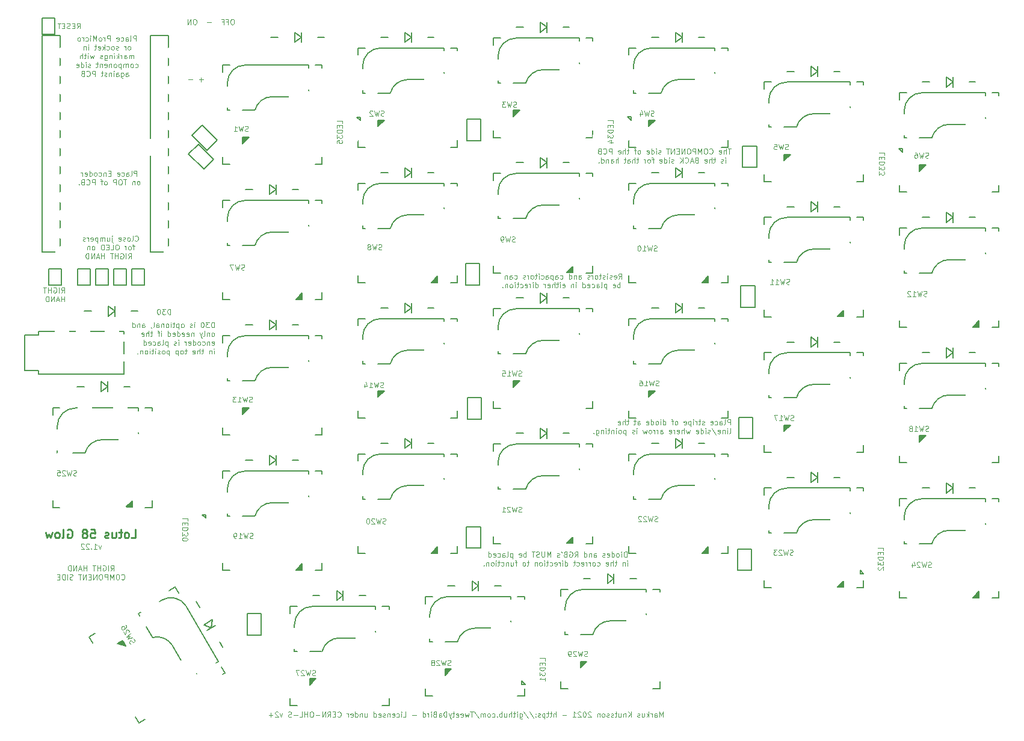
<source format=gbo>
%TF.GenerationSoftware,KiCad,Pcbnew,(5.1.9)-1*%
%TF.CreationDate,2021-12-03T15:32:29+01:00*%
%TF.ProjectId,Lotus58_Glow,4c6f7475-7335-4385-9f47-6c6f772e6b69,v1.21*%
%TF.SameCoordinates,Original*%
%TF.FileFunction,Legend,Bot*%
%TF.FilePolarity,Positive*%
%FSLAX46Y46*%
G04 Gerber Fmt 4.6, Leading zero omitted, Abs format (unit mm)*
G04 Created by KiCad (PCBNEW (5.1.9)-1) date 2021-12-03 15:32:29*
%MOMM*%
%LPD*%
G01*
G04 APERTURE LIST*
%ADD10C,0.120000*%
%ADD11C,0.250000*%
%ADD12C,0.150000*%
%ADD13R,2.000000X2.000000*%
%ADD14C,2.000000*%
%ADD15O,1.400000X2.600000*%
%ADD16C,1.524000*%
%ADD17R,1.998980X1.998980*%
%ADD18C,1.998980*%
%ADD19R,1.800000X1.500000*%
%ADD20O,1.700000X1.700000*%
%ADD21R,1.700000X1.700000*%
%ADD22C,1.500000*%
%ADD23R,1.600000X0.850000*%
%ADD24C,1.701800*%
%ADD25C,3.987800*%
%ADD26C,3.000000*%
%ADD27R,2.550000X2.500000*%
%ADD28O,1.400000X1.400000*%
%ADD29C,1.400000*%
%ADD30C,1.397000*%
%ADD31R,1.143000X0.635000*%
%ADD32C,3.700000*%
%ADD33C,0.100000*%
%ADD34C,1.200000*%
%ADD35R,2.100000X1.000000*%
G04 APERTURE END LIST*
D10*
X95322857Y-58626785D02*
X95322857Y-57876785D01*
X95037142Y-57876785D01*
X94965714Y-57912500D01*
X94930000Y-57948214D01*
X94894285Y-58019642D01*
X94894285Y-58126785D01*
X94930000Y-58198214D01*
X94965714Y-58233928D01*
X95037142Y-58269642D01*
X95322857Y-58269642D01*
X94465714Y-58626785D02*
X94537142Y-58591071D01*
X94572857Y-58519642D01*
X94572857Y-57876785D01*
X93858571Y-58626785D02*
X93858571Y-58233928D01*
X93894285Y-58162500D01*
X93965714Y-58126785D01*
X94108571Y-58126785D01*
X94180000Y-58162500D01*
X93858571Y-58591071D02*
X93930000Y-58626785D01*
X94108571Y-58626785D01*
X94180000Y-58591071D01*
X94215714Y-58519642D01*
X94215714Y-58448214D01*
X94180000Y-58376785D01*
X94108571Y-58341071D01*
X93930000Y-58341071D01*
X93858571Y-58305357D01*
X93180000Y-58591071D02*
X93251428Y-58626785D01*
X93394285Y-58626785D01*
X93465714Y-58591071D01*
X93501428Y-58555357D01*
X93537142Y-58483928D01*
X93537142Y-58269642D01*
X93501428Y-58198214D01*
X93465714Y-58162500D01*
X93394285Y-58126785D01*
X93251428Y-58126785D01*
X93180000Y-58162500D01*
X92572857Y-58591071D02*
X92644285Y-58626785D01*
X92787142Y-58626785D01*
X92858571Y-58591071D01*
X92894285Y-58519642D01*
X92894285Y-58233928D01*
X92858571Y-58162500D01*
X92787142Y-58126785D01*
X92644285Y-58126785D01*
X92572857Y-58162500D01*
X92537142Y-58233928D01*
X92537142Y-58305357D01*
X92894285Y-58376785D01*
X91644285Y-58233928D02*
X91394285Y-58233928D01*
X91287142Y-58626785D02*
X91644285Y-58626785D01*
X91644285Y-57876785D01*
X91287142Y-57876785D01*
X90965714Y-58126785D02*
X90965714Y-58626785D01*
X90965714Y-58198214D02*
X90930000Y-58162500D01*
X90858571Y-58126785D01*
X90751428Y-58126785D01*
X90680000Y-58162500D01*
X90644285Y-58233928D01*
X90644285Y-58626785D01*
X89965714Y-58591071D02*
X90037142Y-58626785D01*
X90180000Y-58626785D01*
X90251428Y-58591071D01*
X90287142Y-58555357D01*
X90322857Y-58483928D01*
X90322857Y-58269642D01*
X90287142Y-58198214D01*
X90251428Y-58162500D01*
X90180000Y-58126785D01*
X90037142Y-58126785D01*
X89965714Y-58162500D01*
X89537142Y-58626785D02*
X89608571Y-58591071D01*
X89644285Y-58555357D01*
X89680000Y-58483928D01*
X89680000Y-58269642D01*
X89644285Y-58198214D01*
X89608571Y-58162500D01*
X89537142Y-58126785D01*
X89430000Y-58126785D01*
X89358571Y-58162500D01*
X89322857Y-58198214D01*
X89287142Y-58269642D01*
X89287142Y-58483928D01*
X89322857Y-58555357D01*
X89358571Y-58591071D01*
X89430000Y-58626785D01*
X89537142Y-58626785D01*
X88644285Y-58626785D02*
X88644285Y-57876785D01*
X88644285Y-58591071D02*
X88715714Y-58626785D01*
X88858571Y-58626785D01*
X88930000Y-58591071D01*
X88965714Y-58555357D01*
X89001428Y-58483928D01*
X89001428Y-58269642D01*
X88965714Y-58198214D01*
X88930000Y-58162500D01*
X88858571Y-58126785D01*
X88715714Y-58126785D01*
X88644285Y-58162500D01*
X88001428Y-58591071D02*
X88072857Y-58626785D01*
X88215714Y-58626785D01*
X88287142Y-58591071D01*
X88322857Y-58519642D01*
X88322857Y-58233928D01*
X88287142Y-58162500D01*
X88215714Y-58126785D01*
X88072857Y-58126785D01*
X88001428Y-58162500D01*
X87965714Y-58233928D01*
X87965714Y-58305357D01*
X88322857Y-58376785D01*
X87644285Y-58626785D02*
X87644285Y-58126785D01*
X87644285Y-58269642D02*
X87608571Y-58198214D01*
X87572857Y-58162500D01*
X87501428Y-58126785D01*
X87430000Y-58126785D01*
X95590714Y-59871785D02*
X95662142Y-59836071D01*
X95697857Y-59800357D01*
X95733571Y-59728928D01*
X95733571Y-59514642D01*
X95697857Y-59443214D01*
X95662142Y-59407500D01*
X95590714Y-59371785D01*
X95483571Y-59371785D01*
X95412142Y-59407500D01*
X95376428Y-59443214D01*
X95340714Y-59514642D01*
X95340714Y-59728928D01*
X95376428Y-59800357D01*
X95412142Y-59836071D01*
X95483571Y-59871785D01*
X95590714Y-59871785D01*
X95019285Y-59371785D02*
X95019285Y-59871785D01*
X95019285Y-59443214D02*
X94983571Y-59407500D01*
X94912142Y-59371785D01*
X94805000Y-59371785D01*
X94733571Y-59407500D01*
X94697857Y-59478928D01*
X94697857Y-59871785D01*
X93876428Y-59121785D02*
X93447857Y-59121785D01*
X93662142Y-59871785D02*
X93662142Y-59121785D01*
X93055000Y-59121785D02*
X92912142Y-59121785D01*
X92840714Y-59157500D01*
X92769285Y-59228928D01*
X92733571Y-59371785D01*
X92733571Y-59621785D01*
X92769285Y-59764642D01*
X92840714Y-59836071D01*
X92912142Y-59871785D01*
X93055000Y-59871785D01*
X93126428Y-59836071D01*
X93197857Y-59764642D01*
X93233571Y-59621785D01*
X93233571Y-59371785D01*
X93197857Y-59228928D01*
X93126428Y-59157500D01*
X93055000Y-59121785D01*
X92412142Y-59871785D02*
X92412142Y-59121785D01*
X92126428Y-59121785D01*
X92055000Y-59157500D01*
X92019285Y-59193214D01*
X91983571Y-59264642D01*
X91983571Y-59371785D01*
X92019285Y-59443214D01*
X92055000Y-59478928D01*
X92126428Y-59514642D01*
X92412142Y-59514642D01*
X90983571Y-59871785D02*
X91055000Y-59836071D01*
X91090714Y-59800357D01*
X91126428Y-59728928D01*
X91126428Y-59514642D01*
X91090714Y-59443214D01*
X91055000Y-59407500D01*
X90983571Y-59371785D01*
X90876428Y-59371785D01*
X90805000Y-59407500D01*
X90769285Y-59443214D01*
X90733571Y-59514642D01*
X90733571Y-59728928D01*
X90769285Y-59800357D01*
X90805000Y-59836071D01*
X90876428Y-59871785D01*
X90983571Y-59871785D01*
X90519285Y-59371785D02*
X90233571Y-59371785D01*
X90412142Y-59871785D02*
X90412142Y-59228928D01*
X90376428Y-59157500D01*
X90305000Y-59121785D01*
X90233571Y-59121785D01*
X89412142Y-59871785D02*
X89412142Y-59121785D01*
X89126428Y-59121785D01*
X89055000Y-59157500D01*
X89019285Y-59193214D01*
X88983571Y-59264642D01*
X88983571Y-59371785D01*
X89019285Y-59443214D01*
X89055000Y-59478928D01*
X89126428Y-59514642D01*
X89412142Y-59514642D01*
X88233571Y-59800357D02*
X88269285Y-59836071D01*
X88376428Y-59871785D01*
X88447857Y-59871785D01*
X88555000Y-59836071D01*
X88626428Y-59764642D01*
X88662142Y-59693214D01*
X88697857Y-59550357D01*
X88697857Y-59443214D01*
X88662142Y-59300357D01*
X88626428Y-59228928D01*
X88555000Y-59157500D01*
X88447857Y-59121785D01*
X88376428Y-59121785D01*
X88269285Y-59157500D01*
X88233571Y-59193214D01*
X87662142Y-59478928D02*
X87555000Y-59514642D01*
X87519285Y-59550357D01*
X87483571Y-59621785D01*
X87483571Y-59728928D01*
X87519285Y-59800357D01*
X87555000Y-59836071D01*
X87626428Y-59871785D01*
X87912142Y-59871785D01*
X87912142Y-59121785D01*
X87662142Y-59121785D01*
X87590714Y-59157500D01*
X87555000Y-59193214D01*
X87519285Y-59264642D01*
X87519285Y-59336071D01*
X87555000Y-59407500D01*
X87590714Y-59443214D01*
X87662142Y-59478928D01*
X87912142Y-59478928D01*
X87162142Y-59800357D02*
X87126428Y-59836071D01*
X87162142Y-59871785D01*
X87197857Y-59836071D01*
X87162142Y-59800357D01*
X87162142Y-59871785D01*
X164250000Y-112256785D02*
X164250000Y-111506785D01*
X164071428Y-111506785D01*
X163964285Y-111542500D01*
X163892857Y-111613928D01*
X163857142Y-111685357D01*
X163821428Y-111828214D01*
X163821428Y-111935357D01*
X163857142Y-112078214D01*
X163892857Y-112149642D01*
X163964285Y-112221071D01*
X164071428Y-112256785D01*
X164250000Y-112256785D01*
X163500000Y-112256785D02*
X163500000Y-111756785D01*
X163500000Y-111506785D02*
X163535714Y-111542500D01*
X163500000Y-111578214D01*
X163464285Y-111542500D01*
X163500000Y-111506785D01*
X163500000Y-111578214D01*
X163035714Y-112256785D02*
X163107142Y-112221071D01*
X163142857Y-112185357D01*
X163178571Y-112113928D01*
X163178571Y-111899642D01*
X163142857Y-111828214D01*
X163107142Y-111792500D01*
X163035714Y-111756785D01*
X162928571Y-111756785D01*
X162857142Y-111792500D01*
X162821428Y-111828214D01*
X162785714Y-111899642D01*
X162785714Y-112113928D01*
X162821428Y-112185357D01*
X162857142Y-112221071D01*
X162928571Y-112256785D01*
X163035714Y-112256785D01*
X162142857Y-112256785D02*
X162142857Y-111506785D01*
X162142857Y-112221071D02*
X162214285Y-112256785D01*
X162357142Y-112256785D01*
X162428571Y-112221071D01*
X162464285Y-112185357D01*
X162500000Y-112113928D01*
X162500000Y-111899642D01*
X162464285Y-111828214D01*
X162428571Y-111792500D01*
X162357142Y-111756785D01*
X162214285Y-111756785D01*
X162142857Y-111792500D01*
X161500000Y-112221071D02*
X161571428Y-112256785D01*
X161714285Y-112256785D01*
X161785714Y-112221071D01*
X161821428Y-112149642D01*
X161821428Y-111863928D01*
X161785714Y-111792500D01*
X161714285Y-111756785D01*
X161571428Y-111756785D01*
X161500000Y-111792500D01*
X161464285Y-111863928D01*
X161464285Y-111935357D01*
X161821428Y-112006785D01*
X161178571Y-112221071D02*
X161107142Y-112256785D01*
X160964285Y-112256785D01*
X160892857Y-112221071D01*
X160857142Y-112149642D01*
X160857142Y-112113928D01*
X160892857Y-112042500D01*
X160964285Y-112006785D01*
X161071428Y-112006785D01*
X161142857Y-111971071D01*
X161178571Y-111899642D01*
X161178571Y-111863928D01*
X161142857Y-111792500D01*
X161071428Y-111756785D01*
X160964285Y-111756785D01*
X160892857Y-111792500D01*
X159642857Y-112256785D02*
X159642857Y-111863928D01*
X159678571Y-111792500D01*
X159750000Y-111756785D01*
X159892857Y-111756785D01*
X159964285Y-111792500D01*
X159642857Y-112221071D02*
X159714285Y-112256785D01*
X159892857Y-112256785D01*
X159964285Y-112221071D01*
X160000000Y-112149642D01*
X160000000Y-112078214D01*
X159964285Y-112006785D01*
X159892857Y-111971071D01*
X159714285Y-111971071D01*
X159642857Y-111935357D01*
X159285714Y-111756785D02*
X159285714Y-112256785D01*
X159285714Y-111828214D02*
X159250000Y-111792500D01*
X159178571Y-111756785D01*
X159071428Y-111756785D01*
X159000000Y-111792500D01*
X158964285Y-111863928D01*
X158964285Y-112256785D01*
X158285714Y-112256785D02*
X158285714Y-111506785D01*
X158285714Y-112221071D02*
X158357142Y-112256785D01*
X158500000Y-112256785D01*
X158571428Y-112221071D01*
X158607142Y-112185357D01*
X158642857Y-112113928D01*
X158642857Y-111899642D01*
X158607142Y-111828214D01*
X158571428Y-111792500D01*
X158500000Y-111756785D01*
X158357142Y-111756785D01*
X158285714Y-111792500D01*
X156928571Y-112256785D02*
X157178571Y-111899642D01*
X157357142Y-112256785D02*
X157357142Y-111506785D01*
X157071428Y-111506785D01*
X157000000Y-111542500D01*
X156964285Y-111578214D01*
X156928571Y-111649642D01*
X156928571Y-111756785D01*
X156964285Y-111828214D01*
X157000000Y-111863928D01*
X157071428Y-111899642D01*
X157357142Y-111899642D01*
X156214285Y-111542500D02*
X156285714Y-111506785D01*
X156392857Y-111506785D01*
X156500000Y-111542500D01*
X156571428Y-111613928D01*
X156607142Y-111685357D01*
X156642857Y-111828214D01*
X156642857Y-111935357D01*
X156607142Y-112078214D01*
X156571428Y-112149642D01*
X156500000Y-112221071D01*
X156392857Y-112256785D01*
X156321428Y-112256785D01*
X156214285Y-112221071D01*
X156178571Y-112185357D01*
X156178571Y-111935357D01*
X156321428Y-111935357D01*
X155607142Y-111863928D02*
X155500000Y-111899642D01*
X155464285Y-111935357D01*
X155428571Y-112006785D01*
X155428571Y-112113928D01*
X155464285Y-112185357D01*
X155500000Y-112221071D01*
X155571428Y-112256785D01*
X155857142Y-112256785D01*
X155857142Y-111506785D01*
X155607142Y-111506785D01*
X155535714Y-111542500D01*
X155500000Y-111578214D01*
X155464285Y-111649642D01*
X155464285Y-111721071D01*
X155500000Y-111792500D01*
X155535714Y-111828214D01*
X155607142Y-111863928D01*
X155857142Y-111863928D01*
X155071428Y-111506785D02*
X155142857Y-111649642D01*
X154785714Y-112221071D02*
X154714285Y-112256785D01*
X154571428Y-112256785D01*
X154500000Y-112221071D01*
X154464285Y-112149642D01*
X154464285Y-112113928D01*
X154500000Y-112042500D01*
X154571428Y-112006785D01*
X154678571Y-112006785D01*
X154750000Y-111971071D01*
X154785714Y-111899642D01*
X154785714Y-111863928D01*
X154750000Y-111792500D01*
X154678571Y-111756785D01*
X154571428Y-111756785D01*
X154500000Y-111792500D01*
X153571428Y-112256785D02*
X153571428Y-111506785D01*
X153321428Y-112042500D01*
X153071428Y-111506785D01*
X153071428Y-112256785D01*
X152714285Y-111506785D02*
X152714285Y-112113928D01*
X152678571Y-112185357D01*
X152642857Y-112221071D01*
X152571428Y-112256785D01*
X152428571Y-112256785D01*
X152357142Y-112221071D01*
X152321428Y-112185357D01*
X152285714Y-112113928D01*
X152285714Y-111506785D01*
X151964285Y-112221071D02*
X151857142Y-112256785D01*
X151678571Y-112256785D01*
X151607142Y-112221071D01*
X151571428Y-112185357D01*
X151535714Y-112113928D01*
X151535714Y-112042500D01*
X151571428Y-111971071D01*
X151607142Y-111935357D01*
X151678571Y-111899642D01*
X151821428Y-111863928D01*
X151892857Y-111828214D01*
X151928571Y-111792500D01*
X151964285Y-111721071D01*
X151964285Y-111649642D01*
X151928571Y-111578214D01*
X151892857Y-111542500D01*
X151821428Y-111506785D01*
X151642857Y-111506785D01*
X151535714Y-111542500D01*
X151321428Y-111506785D02*
X150892857Y-111506785D01*
X151107142Y-112256785D02*
X151107142Y-111506785D01*
X150071428Y-112256785D02*
X150071428Y-111506785D01*
X150071428Y-111792500D02*
X150000000Y-111756785D01*
X149857142Y-111756785D01*
X149785714Y-111792500D01*
X149750000Y-111828214D01*
X149714285Y-111899642D01*
X149714285Y-112113928D01*
X149750000Y-112185357D01*
X149785714Y-112221071D01*
X149857142Y-112256785D01*
X150000000Y-112256785D01*
X150071428Y-112221071D01*
X149107142Y-112221071D02*
X149178571Y-112256785D01*
X149321428Y-112256785D01*
X149392857Y-112221071D01*
X149428571Y-112149642D01*
X149428571Y-111863928D01*
X149392857Y-111792500D01*
X149321428Y-111756785D01*
X149178571Y-111756785D01*
X149107142Y-111792500D01*
X149071428Y-111863928D01*
X149071428Y-111935357D01*
X149428571Y-112006785D01*
X148178571Y-111756785D02*
X148178571Y-112506785D01*
X148178571Y-111792500D02*
X148107142Y-111756785D01*
X147964285Y-111756785D01*
X147892857Y-111792500D01*
X147857142Y-111828214D01*
X147821428Y-111899642D01*
X147821428Y-112113928D01*
X147857142Y-112185357D01*
X147892857Y-112221071D01*
X147964285Y-112256785D01*
X148107142Y-112256785D01*
X148178571Y-112221071D01*
X147392857Y-112256785D02*
X147464285Y-112221071D01*
X147500000Y-112149642D01*
X147500000Y-111506785D01*
X146785714Y-112256785D02*
X146785714Y-111863928D01*
X146821428Y-111792500D01*
X146892857Y-111756785D01*
X147035714Y-111756785D01*
X147107142Y-111792500D01*
X146785714Y-112221071D02*
X146857142Y-112256785D01*
X147035714Y-112256785D01*
X147107142Y-112221071D01*
X147142857Y-112149642D01*
X147142857Y-112078214D01*
X147107142Y-112006785D01*
X147035714Y-111971071D01*
X146857142Y-111971071D01*
X146785714Y-111935357D01*
X146107142Y-112221071D02*
X146178571Y-112256785D01*
X146321428Y-112256785D01*
X146392857Y-112221071D01*
X146428571Y-112185357D01*
X146464285Y-112113928D01*
X146464285Y-111899642D01*
X146428571Y-111828214D01*
X146392857Y-111792500D01*
X146321428Y-111756785D01*
X146178571Y-111756785D01*
X146107142Y-111792500D01*
X145500000Y-112221071D02*
X145571428Y-112256785D01*
X145714285Y-112256785D01*
X145785714Y-112221071D01*
X145821428Y-112149642D01*
X145821428Y-111863928D01*
X145785714Y-111792500D01*
X145714285Y-111756785D01*
X145571428Y-111756785D01*
X145500000Y-111792500D01*
X145464285Y-111863928D01*
X145464285Y-111935357D01*
X145821428Y-112006785D01*
X144821428Y-112256785D02*
X144821428Y-111506785D01*
X144821428Y-112221071D02*
X144892857Y-112256785D01*
X145035714Y-112256785D01*
X145107142Y-112221071D01*
X145142857Y-112185357D01*
X145178571Y-112113928D01*
X145178571Y-111899642D01*
X145142857Y-111828214D01*
X145107142Y-111792500D01*
X145035714Y-111756785D01*
X144892857Y-111756785D01*
X144821428Y-111792500D01*
X164357142Y-113501785D02*
X164357142Y-113001785D01*
X164357142Y-112751785D02*
X164392857Y-112787500D01*
X164357142Y-112823214D01*
X164321428Y-112787500D01*
X164357142Y-112751785D01*
X164357142Y-112823214D01*
X164000000Y-113001785D02*
X164000000Y-113501785D01*
X164000000Y-113073214D02*
X163964285Y-113037500D01*
X163892857Y-113001785D01*
X163785714Y-113001785D01*
X163714285Y-113037500D01*
X163678571Y-113108928D01*
X163678571Y-113501785D01*
X162857142Y-113001785D02*
X162571428Y-113001785D01*
X162750000Y-112751785D02*
X162750000Y-113394642D01*
X162714285Y-113466071D01*
X162642857Y-113501785D01*
X162571428Y-113501785D01*
X162321428Y-113501785D02*
X162321428Y-112751785D01*
X162000000Y-113501785D02*
X162000000Y-113108928D01*
X162035714Y-113037500D01*
X162107142Y-113001785D01*
X162214285Y-113001785D01*
X162285714Y-113037500D01*
X162321428Y-113073214D01*
X161357142Y-113466071D02*
X161428571Y-113501785D01*
X161571428Y-113501785D01*
X161642857Y-113466071D01*
X161678571Y-113394642D01*
X161678571Y-113108928D01*
X161642857Y-113037500D01*
X161571428Y-113001785D01*
X161428571Y-113001785D01*
X161357142Y-113037500D01*
X161321428Y-113108928D01*
X161321428Y-113180357D01*
X161678571Y-113251785D01*
X160107142Y-113466071D02*
X160178571Y-113501785D01*
X160321428Y-113501785D01*
X160392857Y-113466071D01*
X160428571Y-113430357D01*
X160464285Y-113358928D01*
X160464285Y-113144642D01*
X160428571Y-113073214D01*
X160392857Y-113037500D01*
X160321428Y-113001785D01*
X160178571Y-113001785D01*
X160107142Y-113037500D01*
X159678571Y-113501785D02*
X159750000Y-113466071D01*
X159785714Y-113430357D01*
X159821428Y-113358928D01*
X159821428Y-113144642D01*
X159785714Y-113073214D01*
X159750000Y-113037500D01*
X159678571Y-113001785D01*
X159571428Y-113001785D01*
X159500000Y-113037500D01*
X159464285Y-113073214D01*
X159428571Y-113144642D01*
X159428571Y-113358928D01*
X159464285Y-113430357D01*
X159500000Y-113466071D01*
X159571428Y-113501785D01*
X159678571Y-113501785D01*
X159107142Y-113501785D02*
X159107142Y-113001785D01*
X159107142Y-113144642D02*
X159071428Y-113073214D01*
X159035714Y-113037500D01*
X158964285Y-113001785D01*
X158892857Y-113001785D01*
X158642857Y-113501785D02*
X158642857Y-113001785D01*
X158642857Y-113144642D02*
X158607142Y-113073214D01*
X158571428Y-113037500D01*
X158500000Y-113001785D01*
X158428571Y-113001785D01*
X157892857Y-113466071D02*
X157964285Y-113501785D01*
X158107142Y-113501785D01*
X158178571Y-113466071D01*
X158214285Y-113394642D01*
X158214285Y-113108928D01*
X158178571Y-113037500D01*
X158107142Y-113001785D01*
X157964285Y-113001785D01*
X157892857Y-113037500D01*
X157857142Y-113108928D01*
X157857142Y-113180357D01*
X158214285Y-113251785D01*
X157214285Y-113466071D02*
X157285714Y-113501785D01*
X157428571Y-113501785D01*
X157500000Y-113466071D01*
X157535714Y-113430357D01*
X157571428Y-113358928D01*
X157571428Y-113144642D01*
X157535714Y-113073214D01*
X157500000Y-113037500D01*
X157428571Y-113001785D01*
X157285714Y-113001785D01*
X157214285Y-113037500D01*
X157000000Y-113001785D02*
X156714285Y-113001785D01*
X156892857Y-112751785D02*
X156892857Y-113394642D01*
X156857142Y-113466071D01*
X156785714Y-113501785D01*
X156714285Y-113501785D01*
X155571428Y-113501785D02*
X155571428Y-112751785D01*
X155571428Y-113466071D02*
X155642857Y-113501785D01*
X155785714Y-113501785D01*
X155857142Y-113466071D01*
X155892857Y-113430357D01*
X155928571Y-113358928D01*
X155928571Y-113144642D01*
X155892857Y-113073214D01*
X155857142Y-113037500D01*
X155785714Y-113001785D01*
X155642857Y-113001785D01*
X155571428Y-113037500D01*
X155214285Y-113501785D02*
X155214285Y-113001785D01*
X155214285Y-112751785D02*
X155250000Y-112787500D01*
X155214285Y-112823214D01*
X155178571Y-112787500D01*
X155214285Y-112751785D01*
X155214285Y-112823214D01*
X154857142Y-113501785D02*
X154857142Y-113001785D01*
X154857142Y-113144642D02*
X154821428Y-113073214D01*
X154785714Y-113037500D01*
X154714285Y-113001785D01*
X154642857Y-113001785D01*
X154107142Y-113466071D02*
X154178571Y-113501785D01*
X154321428Y-113501785D01*
X154392857Y-113466071D01*
X154428571Y-113394642D01*
X154428571Y-113108928D01*
X154392857Y-113037500D01*
X154321428Y-113001785D01*
X154178571Y-113001785D01*
X154107142Y-113037500D01*
X154071428Y-113108928D01*
X154071428Y-113180357D01*
X154428571Y-113251785D01*
X153428571Y-113466071D02*
X153500000Y-113501785D01*
X153642857Y-113501785D01*
X153714285Y-113466071D01*
X153750000Y-113430357D01*
X153785714Y-113358928D01*
X153785714Y-113144642D01*
X153750000Y-113073214D01*
X153714285Y-113037500D01*
X153642857Y-113001785D01*
X153500000Y-113001785D01*
X153428571Y-113037500D01*
X153214285Y-113001785D02*
X152928571Y-113001785D01*
X153107142Y-112751785D02*
X153107142Y-113394642D01*
X153071428Y-113466071D01*
X153000000Y-113501785D01*
X152928571Y-113501785D01*
X152678571Y-113501785D02*
X152678571Y-113001785D01*
X152678571Y-112751785D02*
X152714285Y-112787500D01*
X152678571Y-112823214D01*
X152642857Y-112787500D01*
X152678571Y-112751785D01*
X152678571Y-112823214D01*
X152214285Y-113501785D02*
X152285714Y-113466071D01*
X152321428Y-113430357D01*
X152357142Y-113358928D01*
X152357142Y-113144642D01*
X152321428Y-113073214D01*
X152285714Y-113037500D01*
X152214285Y-113001785D01*
X152107142Y-113001785D01*
X152035714Y-113037500D01*
X152000000Y-113073214D01*
X151964285Y-113144642D01*
X151964285Y-113358928D01*
X152000000Y-113430357D01*
X152035714Y-113466071D01*
X152107142Y-113501785D01*
X152214285Y-113501785D01*
X151642857Y-113001785D02*
X151642857Y-113501785D01*
X151642857Y-113073214D02*
X151607142Y-113037500D01*
X151535714Y-113001785D01*
X151428571Y-113001785D01*
X151357142Y-113037500D01*
X151321428Y-113108928D01*
X151321428Y-113501785D01*
X150500000Y-113001785D02*
X150214285Y-113001785D01*
X150392857Y-112751785D02*
X150392857Y-113394642D01*
X150357142Y-113466071D01*
X150285714Y-113501785D01*
X150214285Y-113501785D01*
X149857142Y-113501785D02*
X149928571Y-113466071D01*
X149964285Y-113430357D01*
X150000000Y-113358928D01*
X150000000Y-113144642D01*
X149964285Y-113073214D01*
X149928571Y-113037500D01*
X149857142Y-113001785D01*
X149750000Y-113001785D01*
X149678571Y-113037500D01*
X149642857Y-113073214D01*
X149607142Y-113144642D01*
X149607142Y-113358928D01*
X149642857Y-113430357D01*
X149678571Y-113466071D01*
X149750000Y-113501785D01*
X149857142Y-113501785D01*
X148821428Y-113001785D02*
X148535714Y-113001785D01*
X148714285Y-113501785D02*
X148714285Y-112858928D01*
X148678571Y-112787500D01*
X148607142Y-112751785D01*
X148535714Y-112751785D01*
X147964285Y-113001785D02*
X147964285Y-113501785D01*
X148285714Y-113001785D02*
X148285714Y-113394642D01*
X148250000Y-113466071D01*
X148178571Y-113501785D01*
X148071428Y-113501785D01*
X148000000Y-113466071D01*
X147964285Y-113430357D01*
X147607142Y-113001785D02*
X147607142Y-113501785D01*
X147607142Y-113073214D02*
X147571428Y-113037500D01*
X147500000Y-113001785D01*
X147392857Y-113001785D01*
X147321428Y-113037500D01*
X147285714Y-113108928D01*
X147285714Y-113501785D01*
X146607142Y-113466071D02*
X146678571Y-113501785D01*
X146821428Y-113501785D01*
X146892857Y-113466071D01*
X146928571Y-113430357D01*
X146964285Y-113358928D01*
X146964285Y-113144642D01*
X146928571Y-113073214D01*
X146892857Y-113037500D01*
X146821428Y-113001785D01*
X146678571Y-113001785D01*
X146607142Y-113037500D01*
X146392857Y-113001785D02*
X146107142Y-113001785D01*
X146285714Y-112751785D02*
X146285714Y-113394642D01*
X146250000Y-113466071D01*
X146178571Y-113501785D01*
X146107142Y-113501785D01*
X145857142Y-113501785D02*
X145857142Y-113001785D01*
X145857142Y-112751785D02*
X145892857Y-112787500D01*
X145857142Y-112823214D01*
X145821428Y-112787500D01*
X145857142Y-112751785D01*
X145857142Y-112823214D01*
X145392857Y-113501785D02*
X145464285Y-113466071D01*
X145500000Y-113430357D01*
X145535714Y-113358928D01*
X145535714Y-113144642D01*
X145500000Y-113073214D01*
X145464285Y-113037500D01*
X145392857Y-113001785D01*
X145285714Y-113001785D01*
X145214285Y-113037500D01*
X145178571Y-113073214D01*
X145142857Y-113144642D01*
X145142857Y-113358928D01*
X145178571Y-113430357D01*
X145214285Y-113466071D01*
X145285714Y-113501785D01*
X145392857Y-113501785D01*
X144821428Y-113001785D02*
X144821428Y-113501785D01*
X144821428Y-113073214D02*
X144785714Y-113037500D01*
X144714285Y-113001785D01*
X144607142Y-113001785D01*
X144535714Y-113037500D01*
X144500000Y-113108928D01*
X144500000Y-113501785D01*
X144142857Y-113430357D02*
X144107142Y-113466071D01*
X144142857Y-113501785D01*
X144178571Y-113466071D01*
X144142857Y-113430357D01*
X144142857Y-113501785D01*
X106183428Y-79951785D02*
X106183428Y-79201785D01*
X106004857Y-79201785D01*
X105897714Y-79237500D01*
X105826285Y-79308928D01*
X105790571Y-79380357D01*
X105754857Y-79523214D01*
X105754857Y-79630357D01*
X105790571Y-79773214D01*
X105826285Y-79844642D01*
X105897714Y-79916071D01*
X106004857Y-79951785D01*
X106183428Y-79951785D01*
X105504857Y-79201785D02*
X105040571Y-79201785D01*
X105290571Y-79487500D01*
X105183428Y-79487500D01*
X105112000Y-79523214D01*
X105076285Y-79558928D01*
X105040571Y-79630357D01*
X105040571Y-79808928D01*
X105076285Y-79880357D01*
X105112000Y-79916071D01*
X105183428Y-79951785D01*
X105397714Y-79951785D01*
X105469142Y-79916071D01*
X105504857Y-79880357D01*
X104576285Y-79201785D02*
X104504857Y-79201785D01*
X104433428Y-79237500D01*
X104397714Y-79273214D01*
X104362000Y-79344642D01*
X104326285Y-79487500D01*
X104326285Y-79666071D01*
X104362000Y-79808928D01*
X104397714Y-79880357D01*
X104433428Y-79916071D01*
X104504857Y-79951785D01*
X104576285Y-79951785D01*
X104647714Y-79916071D01*
X104683428Y-79880357D01*
X104719142Y-79808928D01*
X104754857Y-79666071D01*
X104754857Y-79487500D01*
X104719142Y-79344642D01*
X104683428Y-79273214D01*
X104647714Y-79237500D01*
X104576285Y-79201785D01*
X103433428Y-79951785D02*
X103433428Y-79451785D01*
X103433428Y-79201785D02*
X103469142Y-79237500D01*
X103433428Y-79273214D01*
X103397714Y-79237500D01*
X103433428Y-79201785D01*
X103433428Y-79273214D01*
X103112000Y-79916071D02*
X103040571Y-79951785D01*
X102897714Y-79951785D01*
X102826285Y-79916071D01*
X102790571Y-79844642D01*
X102790571Y-79808928D01*
X102826285Y-79737500D01*
X102897714Y-79701785D01*
X103004857Y-79701785D01*
X103076285Y-79666071D01*
X103112000Y-79594642D01*
X103112000Y-79558928D01*
X103076285Y-79487500D01*
X103004857Y-79451785D01*
X102897714Y-79451785D01*
X102826285Y-79487500D01*
X101790571Y-79951785D02*
X101862000Y-79916071D01*
X101897714Y-79880357D01*
X101933428Y-79808928D01*
X101933428Y-79594642D01*
X101897714Y-79523214D01*
X101862000Y-79487500D01*
X101790571Y-79451785D01*
X101683428Y-79451785D01*
X101612000Y-79487500D01*
X101576285Y-79523214D01*
X101540571Y-79594642D01*
X101540571Y-79808928D01*
X101576285Y-79880357D01*
X101612000Y-79916071D01*
X101683428Y-79951785D01*
X101790571Y-79951785D01*
X101219142Y-79451785D02*
X101219142Y-80201785D01*
X101219142Y-79487500D02*
X101147714Y-79451785D01*
X101004857Y-79451785D01*
X100933428Y-79487500D01*
X100897714Y-79523214D01*
X100862000Y-79594642D01*
X100862000Y-79808928D01*
X100897714Y-79880357D01*
X100933428Y-79916071D01*
X101004857Y-79951785D01*
X101147714Y-79951785D01*
X101219142Y-79916071D01*
X100647714Y-79451785D02*
X100362000Y-79451785D01*
X100540571Y-79201785D02*
X100540571Y-79844642D01*
X100504857Y-79916071D01*
X100433428Y-79951785D01*
X100362000Y-79951785D01*
X100112000Y-79951785D02*
X100112000Y-79451785D01*
X100112000Y-79201785D02*
X100147714Y-79237500D01*
X100112000Y-79273214D01*
X100076285Y-79237500D01*
X100112000Y-79201785D01*
X100112000Y-79273214D01*
X99647714Y-79951785D02*
X99719142Y-79916071D01*
X99754857Y-79880357D01*
X99790571Y-79808928D01*
X99790571Y-79594642D01*
X99754857Y-79523214D01*
X99719142Y-79487500D01*
X99647714Y-79451785D01*
X99540571Y-79451785D01*
X99469142Y-79487500D01*
X99433428Y-79523214D01*
X99397714Y-79594642D01*
X99397714Y-79808928D01*
X99433428Y-79880357D01*
X99469142Y-79916071D01*
X99540571Y-79951785D01*
X99647714Y-79951785D01*
X99076285Y-79451785D02*
X99076285Y-79951785D01*
X99076285Y-79523214D02*
X99040571Y-79487500D01*
X98969142Y-79451785D01*
X98862000Y-79451785D01*
X98790571Y-79487500D01*
X98754857Y-79558928D01*
X98754857Y-79951785D01*
X98076285Y-79951785D02*
X98076285Y-79558928D01*
X98112000Y-79487500D01*
X98183428Y-79451785D01*
X98326285Y-79451785D01*
X98397714Y-79487500D01*
X98076285Y-79916071D02*
X98147714Y-79951785D01*
X98326285Y-79951785D01*
X98397714Y-79916071D01*
X98433428Y-79844642D01*
X98433428Y-79773214D01*
X98397714Y-79701785D01*
X98326285Y-79666071D01*
X98147714Y-79666071D01*
X98076285Y-79630357D01*
X97612000Y-79951785D02*
X97683428Y-79916071D01*
X97719142Y-79844642D01*
X97719142Y-79201785D01*
X97290571Y-79916071D02*
X97290571Y-79951785D01*
X97326285Y-80023214D01*
X97362000Y-80058928D01*
X96076285Y-79951785D02*
X96076285Y-79558928D01*
X96112000Y-79487500D01*
X96183428Y-79451785D01*
X96326285Y-79451785D01*
X96397714Y-79487500D01*
X96076285Y-79916071D02*
X96147714Y-79951785D01*
X96326285Y-79951785D01*
X96397714Y-79916071D01*
X96433428Y-79844642D01*
X96433428Y-79773214D01*
X96397714Y-79701785D01*
X96326285Y-79666071D01*
X96147714Y-79666071D01*
X96076285Y-79630357D01*
X95719142Y-79451785D02*
X95719142Y-79951785D01*
X95719142Y-79523214D02*
X95683428Y-79487500D01*
X95612000Y-79451785D01*
X95504857Y-79451785D01*
X95433428Y-79487500D01*
X95397714Y-79558928D01*
X95397714Y-79951785D01*
X94719142Y-79951785D02*
X94719142Y-79201785D01*
X94719142Y-79916071D02*
X94790571Y-79951785D01*
X94933428Y-79951785D01*
X95004857Y-79916071D01*
X95040571Y-79880357D01*
X95076285Y-79808928D01*
X95076285Y-79594642D01*
X95040571Y-79523214D01*
X95004857Y-79487500D01*
X94933428Y-79451785D01*
X94790571Y-79451785D01*
X94719142Y-79487500D01*
X106076285Y-81196785D02*
X106147714Y-81161071D01*
X106183428Y-81125357D01*
X106219142Y-81053928D01*
X106219142Y-80839642D01*
X106183428Y-80768214D01*
X106147714Y-80732500D01*
X106076285Y-80696785D01*
X105969142Y-80696785D01*
X105897714Y-80732500D01*
X105862000Y-80768214D01*
X105826285Y-80839642D01*
X105826285Y-81053928D01*
X105862000Y-81125357D01*
X105897714Y-81161071D01*
X105969142Y-81196785D01*
X106076285Y-81196785D01*
X105504857Y-80696785D02*
X105504857Y-81196785D01*
X105504857Y-80768214D02*
X105469142Y-80732500D01*
X105397714Y-80696785D01*
X105290571Y-80696785D01*
X105219142Y-80732500D01*
X105183428Y-80803928D01*
X105183428Y-81196785D01*
X104719142Y-81196785D02*
X104790571Y-81161071D01*
X104826285Y-81089642D01*
X104826285Y-80446785D01*
X104504857Y-80696785D02*
X104326285Y-81196785D01*
X104147714Y-80696785D02*
X104326285Y-81196785D01*
X104397714Y-81375357D01*
X104433428Y-81411071D01*
X104504857Y-81446785D01*
X103290571Y-80696785D02*
X103290571Y-81196785D01*
X103290571Y-80768214D02*
X103254857Y-80732500D01*
X103183428Y-80696785D01*
X103076285Y-80696785D01*
X103004857Y-80732500D01*
X102969142Y-80803928D01*
X102969142Y-81196785D01*
X102326285Y-81161071D02*
X102397714Y-81196785D01*
X102540571Y-81196785D01*
X102612000Y-81161071D01*
X102647714Y-81089642D01*
X102647714Y-80803928D01*
X102612000Y-80732500D01*
X102540571Y-80696785D01*
X102397714Y-80696785D01*
X102326285Y-80732500D01*
X102290571Y-80803928D01*
X102290571Y-80875357D01*
X102647714Y-80946785D01*
X101683428Y-81161071D02*
X101754857Y-81196785D01*
X101897714Y-81196785D01*
X101969142Y-81161071D01*
X102004857Y-81089642D01*
X102004857Y-80803928D01*
X101969142Y-80732500D01*
X101897714Y-80696785D01*
X101754857Y-80696785D01*
X101683428Y-80732500D01*
X101647714Y-80803928D01*
X101647714Y-80875357D01*
X102004857Y-80946785D01*
X101004857Y-81196785D02*
X101004857Y-80446785D01*
X101004857Y-81161071D02*
X101076285Y-81196785D01*
X101219142Y-81196785D01*
X101290571Y-81161071D01*
X101326285Y-81125357D01*
X101362000Y-81053928D01*
X101362000Y-80839642D01*
X101326285Y-80768214D01*
X101290571Y-80732500D01*
X101219142Y-80696785D01*
X101076285Y-80696785D01*
X101004857Y-80732500D01*
X100362000Y-81161071D02*
X100433428Y-81196785D01*
X100576285Y-81196785D01*
X100647714Y-81161071D01*
X100683428Y-81089642D01*
X100683428Y-80803928D01*
X100647714Y-80732500D01*
X100576285Y-80696785D01*
X100433428Y-80696785D01*
X100362000Y-80732500D01*
X100326285Y-80803928D01*
X100326285Y-80875357D01*
X100683428Y-80946785D01*
X99683428Y-81196785D02*
X99683428Y-80446785D01*
X99683428Y-81161071D02*
X99754857Y-81196785D01*
X99897714Y-81196785D01*
X99969142Y-81161071D01*
X100004857Y-81125357D01*
X100040571Y-81053928D01*
X100040571Y-80839642D01*
X100004857Y-80768214D01*
X99969142Y-80732500D01*
X99897714Y-80696785D01*
X99754857Y-80696785D01*
X99683428Y-80732500D01*
X98754857Y-81196785D02*
X98754857Y-80696785D01*
X98754857Y-80446785D02*
X98790571Y-80482500D01*
X98754857Y-80518214D01*
X98719142Y-80482500D01*
X98754857Y-80446785D01*
X98754857Y-80518214D01*
X98504857Y-80696785D02*
X98219142Y-80696785D01*
X98397714Y-81196785D02*
X98397714Y-80553928D01*
X98362000Y-80482500D01*
X98290571Y-80446785D01*
X98219142Y-80446785D01*
X97504857Y-80696785D02*
X97219142Y-80696785D01*
X97397714Y-80446785D02*
X97397714Y-81089642D01*
X97362000Y-81161071D01*
X97290571Y-81196785D01*
X97219142Y-81196785D01*
X96969142Y-81196785D02*
X96969142Y-80446785D01*
X96647714Y-81196785D02*
X96647714Y-80803928D01*
X96683428Y-80732500D01*
X96754857Y-80696785D01*
X96862000Y-80696785D01*
X96933428Y-80732500D01*
X96969142Y-80768214D01*
X96004857Y-81161071D02*
X96076285Y-81196785D01*
X96219142Y-81196785D01*
X96290571Y-81161071D01*
X96326285Y-81089642D01*
X96326285Y-80803928D01*
X96290571Y-80732500D01*
X96219142Y-80696785D01*
X96076285Y-80696785D01*
X96004857Y-80732500D01*
X95969142Y-80803928D01*
X95969142Y-80875357D01*
X96326285Y-80946785D01*
X105897714Y-82406071D02*
X105969142Y-82441785D01*
X106112000Y-82441785D01*
X106183428Y-82406071D01*
X106219142Y-82334642D01*
X106219142Y-82048928D01*
X106183428Y-81977500D01*
X106112000Y-81941785D01*
X105969142Y-81941785D01*
X105897714Y-81977500D01*
X105862000Y-82048928D01*
X105862000Y-82120357D01*
X106219142Y-82191785D01*
X105540571Y-81941785D02*
X105540571Y-82441785D01*
X105540571Y-82013214D02*
X105504857Y-81977500D01*
X105433428Y-81941785D01*
X105326285Y-81941785D01*
X105254857Y-81977500D01*
X105219142Y-82048928D01*
X105219142Y-82441785D01*
X104540571Y-82406071D02*
X104612000Y-82441785D01*
X104754857Y-82441785D01*
X104826285Y-82406071D01*
X104862000Y-82370357D01*
X104897714Y-82298928D01*
X104897714Y-82084642D01*
X104862000Y-82013214D01*
X104826285Y-81977500D01*
X104754857Y-81941785D01*
X104612000Y-81941785D01*
X104540571Y-81977500D01*
X104112000Y-82441785D02*
X104183428Y-82406071D01*
X104219142Y-82370357D01*
X104254857Y-82298928D01*
X104254857Y-82084642D01*
X104219142Y-82013214D01*
X104183428Y-81977500D01*
X104112000Y-81941785D01*
X104004857Y-81941785D01*
X103933428Y-81977500D01*
X103897714Y-82013214D01*
X103862000Y-82084642D01*
X103862000Y-82298928D01*
X103897714Y-82370357D01*
X103933428Y-82406071D01*
X104004857Y-82441785D01*
X104112000Y-82441785D01*
X103219142Y-82441785D02*
X103219142Y-81691785D01*
X103219142Y-82406071D02*
X103290571Y-82441785D01*
X103433428Y-82441785D01*
X103504857Y-82406071D01*
X103540571Y-82370357D01*
X103576285Y-82298928D01*
X103576285Y-82084642D01*
X103540571Y-82013214D01*
X103504857Y-81977500D01*
X103433428Y-81941785D01*
X103290571Y-81941785D01*
X103219142Y-81977500D01*
X102576285Y-82406071D02*
X102647714Y-82441785D01*
X102790571Y-82441785D01*
X102862000Y-82406071D01*
X102897714Y-82334642D01*
X102897714Y-82048928D01*
X102862000Y-81977500D01*
X102790571Y-81941785D01*
X102647714Y-81941785D01*
X102576285Y-81977500D01*
X102540571Y-82048928D01*
X102540571Y-82120357D01*
X102897714Y-82191785D01*
X102219142Y-82441785D02*
X102219142Y-81941785D01*
X102219142Y-82084642D02*
X102183428Y-82013214D01*
X102147714Y-81977500D01*
X102076285Y-81941785D01*
X102004857Y-81941785D01*
X101183428Y-82441785D02*
X101183428Y-81941785D01*
X101183428Y-81691785D02*
X101219142Y-81727500D01*
X101183428Y-81763214D01*
X101147714Y-81727500D01*
X101183428Y-81691785D01*
X101183428Y-81763214D01*
X100862000Y-82406071D02*
X100790571Y-82441785D01*
X100647714Y-82441785D01*
X100576285Y-82406071D01*
X100540571Y-82334642D01*
X100540571Y-82298928D01*
X100576285Y-82227500D01*
X100647714Y-82191785D01*
X100754857Y-82191785D01*
X100826285Y-82156071D01*
X100862000Y-82084642D01*
X100862000Y-82048928D01*
X100826285Y-81977500D01*
X100754857Y-81941785D01*
X100647714Y-81941785D01*
X100576285Y-81977500D01*
X99647714Y-81941785D02*
X99647714Y-82691785D01*
X99647714Y-81977500D02*
X99576285Y-81941785D01*
X99433428Y-81941785D01*
X99362000Y-81977500D01*
X99326285Y-82013214D01*
X99290571Y-82084642D01*
X99290571Y-82298928D01*
X99326285Y-82370357D01*
X99362000Y-82406071D01*
X99433428Y-82441785D01*
X99576285Y-82441785D01*
X99647714Y-82406071D01*
X98862000Y-82441785D02*
X98933428Y-82406071D01*
X98969142Y-82334642D01*
X98969142Y-81691785D01*
X98254857Y-82441785D02*
X98254857Y-82048928D01*
X98290571Y-81977500D01*
X98362000Y-81941785D01*
X98504857Y-81941785D01*
X98576285Y-81977500D01*
X98254857Y-82406071D02*
X98326285Y-82441785D01*
X98504857Y-82441785D01*
X98576285Y-82406071D01*
X98612000Y-82334642D01*
X98612000Y-82263214D01*
X98576285Y-82191785D01*
X98504857Y-82156071D01*
X98326285Y-82156071D01*
X98254857Y-82120357D01*
X97576285Y-82406071D02*
X97647714Y-82441785D01*
X97790571Y-82441785D01*
X97862000Y-82406071D01*
X97897714Y-82370357D01*
X97933428Y-82298928D01*
X97933428Y-82084642D01*
X97897714Y-82013214D01*
X97862000Y-81977500D01*
X97790571Y-81941785D01*
X97647714Y-81941785D01*
X97576285Y-81977500D01*
X96969142Y-82406071D02*
X97040571Y-82441785D01*
X97183428Y-82441785D01*
X97254857Y-82406071D01*
X97290571Y-82334642D01*
X97290571Y-82048928D01*
X97254857Y-81977500D01*
X97183428Y-81941785D01*
X97040571Y-81941785D01*
X96969142Y-81977500D01*
X96933428Y-82048928D01*
X96933428Y-82120357D01*
X97290571Y-82191785D01*
X96290571Y-82441785D02*
X96290571Y-81691785D01*
X96290571Y-82406071D02*
X96362000Y-82441785D01*
X96504857Y-82441785D01*
X96576285Y-82406071D01*
X96612000Y-82370357D01*
X96647714Y-82298928D01*
X96647714Y-82084642D01*
X96612000Y-82013214D01*
X96576285Y-81977500D01*
X96504857Y-81941785D01*
X96362000Y-81941785D01*
X96290571Y-81977500D01*
X106183428Y-83686785D02*
X106183428Y-83186785D01*
X106183428Y-82936785D02*
X106219142Y-82972500D01*
X106183428Y-83008214D01*
X106147714Y-82972500D01*
X106183428Y-82936785D01*
X106183428Y-83008214D01*
X105826285Y-83186785D02*
X105826285Y-83686785D01*
X105826285Y-83258214D02*
X105790571Y-83222500D01*
X105719142Y-83186785D01*
X105612000Y-83186785D01*
X105540571Y-83222500D01*
X105504857Y-83293928D01*
X105504857Y-83686785D01*
X104683428Y-83186785D02*
X104397714Y-83186785D01*
X104576285Y-82936785D02*
X104576285Y-83579642D01*
X104540571Y-83651071D01*
X104469142Y-83686785D01*
X104397714Y-83686785D01*
X104147714Y-83686785D02*
X104147714Y-82936785D01*
X103826285Y-83686785D02*
X103826285Y-83293928D01*
X103862000Y-83222500D01*
X103933428Y-83186785D01*
X104040571Y-83186785D01*
X104112000Y-83222500D01*
X104147714Y-83258214D01*
X103183428Y-83651071D02*
X103254857Y-83686785D01*
X103397714Y-83686785D01*
X103469142Y-83651071D01*
X103504857Y-83579642D01*
X103504857Y-83293928D01*
X103469142Y-83222500D01*
X103397714Y-83186785D01*
X103254857Y-83186785D01*
X103183428Y-83222500D01*
X103147714Y-83293928D01*
X103147714Y-83365357D01*
X103504857Y-83436785D01*
X102361999Y-83186785D02*
X102076285Y-83186785D01*
X102254857Y-82936785D02*
X102254857Y-83579642D01*
X102219142Y-83651071D01*
X102147714Y-83686785D01*
X102076285Y-83686785D01*
X101719142Y-83686785D02*
X101790571Y-83651071D01*
X101826285Y-83615357D01*
X101862000Y-83543928D01*
X101862000Y-83329642D01*
X101826285Y-83258214D01*
X101790571Y-83222500D01*
X101719142Y-83186785D01*
X101612000Y-83186785D01*
X101540571Y-83222500D01*
X101504857Y-83258214D01*
X101469142Y-83329642D01*
X101469142Y-83543928D01*
X101504857Y-83615357D01*
X101540571Y-83651071D01*
X101612000Y-83686785D01*
X101719142Y-83686785D01*
X101147714Y-83186785D02*
X101147714Y-83936785D01*
X101147714Y-83222500D02*
X101076285Y-83186785D01*
X100933428Y-83186785D01*
X100862000Y-83222500D01*
X100826285Y-83258214D01*
X100790571Y-83329642D01*
X100790571Y-83543928D01*
X100826285Y-83615357D01*
X100862000Y-83651071D01*
X100933428Y-83686785D01*
X101076285Y-83686785D01*
X101147714Y-83651071D01*
X99897714Y-83186785D02*
X99897714Y-83936785D01*
X99897714Y-83222500D02*
X99826285Y-83186785D01*
X99683428Y-83186785D01*
X99612000Y-83222500D01*
X99576285Y-83258214D01*
X99540571Y-83329642D01*
X99540571Y-83543928D01*
X99576285Y-83615357D01*
X99612000Y-83651071D01*
X99683428Y-83686785D01*
X99826285Y-83686785D01*
X99897714Y-83651071D01*
X99112000Y-83686785D02*
X99183428Y-83651071D01*
X99219142Y-83615357D01*
X99254857Y-83543928D01*
X99254857Y-83329642D01*
X99219142Y-83258214D01*
X99183428Y-83222500D01*
X99112000Y-83186785D01*
X99004857Y-83186785D01*
X98933428Y-83222500D01*
X98897714Y-83258214D01*
X98862000Y-83329642D01*
X98862000Y-83543928D01*
X98897714Y-83615357D01*
X98933428Y-83651071D01*
X99004857Y-83686785D01*
X99112000Y-83686785D01*
X98576285Y-83651071D02*
X98504857Y-83686785D01*
X98362000Y-83686785D01*
X98290571Y-83651071D01*
X98254857Y-83579642D01*
X98254857Y-83543928D01*
X98290571Y-83472500D01*
X98362000Y-83436785D01*
X98469142Y-83436785D01*
X98540571Y-83401071D01*
X98576285Y-83329642D01*
X98576285Y-83293928D01*
X98540571Y-83222500D01*
X98469142Y-83186785D01*
X98362000Y-83186785D01*
X98290571Y-83222500D01*
X97933428Y-83686785D02*
X97933428Y-83186785D01*
X97933428Y-82936785D02*
X97969142Y-82972500D01*
X97933428Y-83008214D01*
X97897714Y-82972500D01*
X97933428Y-82936785D01*
X97933428Y-83008214D01*
X97683428Y-83186785D02*
X97397714Y-83186785D01*
X97576285Y-82936785D02*
X97576285Y-83579642D01*
X97540571Y-83651071D01*
X97469142Y-83686785D01*
X97397714Y-83686785D01*
X97147714Y-83686785D02*
X97147714Y-83186785D01*
X97147714Y-82936785D02*
X97183428Y-82972500D01*
X97147714Y-83008214D01*
X97111999Y-82972500D01*
X97147714Y-82936785D01*
X97147714Y-83008214D01*
X96683428Y-83686785D02*
X96754857Y-83651071D01*
X96790571Y-83615357D01*
X96826285Y-83543928D01*
X96826285Y-83329642D01*
X96790571Y-83258214D01*
X96754857Y-83222500D01*
X96683428Y-83186785D01*
X96576285Y-83186785D01*
X96504857Y-83222500D01*
X96469142Y-83258214D01*
X96433428Y-83329642D01*
X96433428Y-83543928D01*
X96469142Y-83615357D01*
X96504857Y-83651071D01*
X96576285Y-83686785D01*
X96683428Y-83686785D01*
X96112000Y-83186785D02*
X96112000Y-83686785D01*
X96112000Y-83258214D02*
X96076285Y-83222500D01*
X96004857Y-83186785D01*
X95897714Y-83186785D01*
X95826285Y-83222500D01*
X95790571Y-83293928D01*
X95790571Y-83686785D01*
X95433428Y-83615357D02*
X95397714Y-83651071D01*
X95433428Y-83686785D01*
X95469142Y-83651071D01*
X95433428Y-83615357D01*
X95433428Y-83686785D01*
X163103571Y-73106785D02*
X163353571Y-72749642D01*
X163532142Y-73106785D02*
X163532142Y-72356785D01*
X163246428Y-72356785D01*
X163175000Y-72392500D01*
X163139285Y-72428214D01*
X163103571Y-72499642D01*
X163103571Y-72606785D01*
X163139285Y-72678214D01*
X163175000Y-72713928D01*
X163246428Y-72749642D01*
X163532142Y-72749642D01*
X162496428Y-73071071D02*
X162567857Y-73106785D01*
X162710714Y-73106785D01*
X162782142Y-73071071D01*
X162817857Y-72999642D01*
X162817857Y-72713928D01*
X162782142Y-72642500D01*
X162710714Y-72606785D01*
X162567857Y-72606785D01*
X162496428Y-72642500D01*
X162460714Y-72713928D01*
X162460714Y-72785357D01*
X162817857Y-72856785D01*
X162175000Y-73071071D02*
X162103571Y-73106785D01*
X161960714Y-73106785D01*
X161889285Y-73071071D01*
X161853571Y-72999642D01*
X161853571Y-72963928D01*
X161889285Y-72892500D01*
X161960714Y-72856785D01*
X162067857Y-72856785D01*
X162139285Y-72821071D01*
X162175000Y-72749642D01*
X162175000Y-72713928D01*
X162139285Y-72642500D01*
X162067857Y-72606785D01*
X161960714Y-72606785D01*
X161889285Y-72642500D01*
X161532142Y-73106785D02*
X161532142Y-72606785D01*
X161532142Y-72356785D02*
X161567857Y-72392500D01*
X161532142Y-72428214D01*
X161496428Y-72392500D01*
X161532142Y-72356785D01*
X161532142Y-72428214D01*
X161210714Y-73071071D02*
X161139285Y-73106785D01*
X160996428Y-73106785D01*
X160925000Y-73071071D01*
X160889285Y-72999642D01*
X160889285Y-72963928D01*
X160925000Y-72892500D01*
X160996428Y-72856785D01*
X161103571Y-72856785D01*
X161175000Y-72821071D01*
X161210714Y-72749642D01*
X161210714Y-72713928D01*
X161175000Y-72642500D01*
X161103571Y-72606785D01*
X160996428Y-72606785D01*
X160925000Y-72642500D01*
X160675000Y-72606785D02*
X160389285Y-72606785D01*
X160567857Y-72356785D02*
X160567857Y-72999642D01*
X160532142Y-73071071D01*
X160460714Y-73106785D01*
X160389285Y-73106785D01*
X160032142Y-73106785D02*
X160103571Y-73071071D01*
X160139285Y-73035357D01*
X160175000Y-72963928D01*
X160175000Y-72749642D01*
X160139285Y-72678214D01*
X160103571Y-72642500D01*
X160032142Y-72606785D01*
X159925000Y-72606785D01*
X159853571Y-72642500D01*
X159817857Y-72678214D01*
X159782142Y-72749642D01*
X159782142Y-72963928D01*
X159817857Y-73035357D01*
X159853571Y-73071071D01*
X159925000Y-73106785D01*
X160032142Y-73106785D01*
X159460714Y-73106785D02*
X159460714Y-72606785D01*
X159460714Y-72749642D02*
X159425000Y-72678214D01*
X159389285Y-72642500D01*
X159317857Y-72606785D01*
X159246428Y-72606785D01*
X159032142Y-73071071D02*
X158960714Y-73106785D01*
X158817857Y-73106785D01*
X158746428Y-73071071D01*
X158710714Y-72999642D01*
X158710714Y-72963928D01*
X158746428Y-72892500D01*
X158817857Y-72856785D01*
X158925000Y-72856785D01*
X158996428Y-72821071D01*
X159032142Y-72749642D01*
X159032142Y-72713928D01*
X158996428Y-72642500D01*
X158925000Y-72606785D01*
X158817857Y-72606785D01*
X158746428Y-72642500D01*
X157496428Y-73106785D02*
X157496428Y-72713928D01*
X157532142Y-72642500D01*
X157603571Y-72606785D01*
X157746428Y-72606785D01*
X157817857Y-72642500D01*
X157496428Y-73071071D02*
X157567857Y-73106785D01*
X157746428Y-73106785D01*
X157817857Y-73071071D01*
X157853571Y-72999642D01*
X157853571Y-72928214D01*
X157817857Y-72856785D01*
X157746428Y-72821071D01*
X157567857Y-72821071D01*
X157496428Y-72785357D01*
X157139285Y-72606785D02*
X157139285Y-73106785D01*
X157139285Y-72678214D02*
X157103571Y-72642500D01*
X157032142Y-72606785D01*
X156925000Y-72606785D01*
X156853571Y-72642500D01*
X156817857Y-72713928D01*
X156817857Y-73106785D01*
X156139285Y-73106785D02*
X156139285Y-72356785D01*
X156139285Y-73071071D02*
X156210714Y-73106785D01*
X156353571Y-73106785D01*
X156425000Y-73071071D01*
X156460714Y-73035357D01*
X156496428Y-72963928D01*
X156496428Y-72749642D01*
X156460714Y-72678214D01*
X156425000Y-72642500D01*
X156353571Y-72606785D01*
X156210714Y-72606785D01*
X156139285Y-72642500D01*
X154889285Y-73071071D02*
X154960714Y-73106785D01*
X155103571Y-73106785D01*
X155175000Y-73071071D01*
X155210714Y-73035357D01*
X155246428Y-72963928D01*
X155246428Y-72749642D01*
X155210714Y-72678214D01*
X155175000Y-72642500D01*
X155103571Y-72606785D01*
X154960714Y-72606785D01*
X154889285Y-72642500D01*
X154246428Y-73106785D02*
X154246428Y-72713928D01*
X154282142Y-72642500D01*
X154353571Y-72606785D01*
X154496428Y-72606785D01*
X154567857Y-72642500D01*
X154246428Y-73071071D02*
X154317857Y-73106785D01*
X154496428Y-73106785D01*
X154567857Y-73071071D01*
X154603571Y-72999642D01*
X154603571Y-72928214D01*
X154567857Y-72856785D01*
X154496428Y-72821071D01*
X154317857Y-72821071D01*
X154246428Y-72785357D01*
X153889285Y-72606785D02*
X153889285Y-73356785D01*
X153889285Y-72642500D02*
X153817857Y-72606785D01*
X153675000Y-72606785D01*
X153603571Y-72642500D01*
X153567857Y-72678214D01*
X153532142Y-72749642D01*
X153532142Y-72963928D01*
X153567857Y-73035357D01*
X153603571Y-73071071D01*
X153675000Y-73106785D01*
X153817857Y-73106785D01*
X153889285Y-73071071D01*
X152889285Y-73106785D02*
X152889285Y-72713928D01*
X152925000Y-72642500D01*
X152996428Y-72606785D01*
X153139285Y-72606785D01*
X153210714Y-72642500D01*
X152889285Y-73071071D02*
X152960714Y-73106785D01*
X153139285Y-73106785D01*
X153210714Y-73071071D01*
X153246428Y-72999642D01*
X153246428Y-72928214D01*
X153210714Y-72856785D01*
X153139285Y-72821071D01*
X152960714Y-72821071D01*
X152889285Y-72785357D01*
X152210714Y-73071071D02*
X152282142Y-73106785D01*
X152425000Y-73106785D01*
X152496428Y-73071071D01*
X152532142Y-73035357D01*
X152567857Y-72963928D01*
X152567857Y-72749642D01*
X152532142Y-72678214D01*
X152496428Y-72642500D01*
X152425000Y-72606785D01*
X152282142Y-72606785D01*
X152210714Y-72642500D01*
X151889285Y-73106785D02*
X151889285Y-72606785D01*
X151889285Y-72356785D02*
X151925000Y-72392500D01*
X151889285Y-72428214D01*
X151853571Y-72392500D01*
X151889285Y-72356785D01*
X151889285Y-72428214D01*
X151639285Y-72606785D02*
X151353571Y-72606785D01*
X151532142Y-72356785D02*
X151532142Y-72999642D01*
X151496428Y-73071071D01*
X151425000Y-73106785D01*
X151353571Y-73106785D01*
X150996428Y-73106785D02*
X151067857Y-73071071D01*
X151103571Y-73035357D01*
X151139285Y-72963928D01*
X151139285Y-72749642D01*
X151103571Y-72678214D01*
X151067857Y-72642500D01*
X150996428Y-72606785D01*
X150889285Y-72606785D01*
X150817857Y-72642500D01*
X150782142Y-72678214D01*
X150746428Y-72749642D01*
X150746428Y-72963928D01*
X150782142Y-73035357D01*
X150817857Y-73071071D01*
X150889285Y-73106785D01*
X150996428Y-73106785D01*
X150425000Y-73106785D02*
X150425000Y-72606785D01*
X150425000Y-72749642D02*
X150389285Y-72678214D01*
X150353571Y-72642500D01*
X150282142Y-72606785D01*
X150210714Y-72606785D01*
X149996428Y-73071071D02*
X149925000Y-73106785D01*
X149782142Y-73106785D01*
X149710714Y-73071071D01*
X149675000Y-72999642D01*
X149675000Y-72963928D01*
X149710714Y-72892500D01*
X149782142Y-72856785D01*
X149889285Y-72856785D01*
X149960714Y-72821071D01*
X149996428Y-72749642D01*
X149996428Y-72713928D01*
X149960714Y-72642500D01*
X149889285Y-72606785D01*
X149782142Y-72606785D01*
X149710714Y-72642500D01*
X148460714Y-73071071D02*
X148532142Y-73106785D01*
X148675000Y-73106785D01*
X148746428Y-73071071D01*
X148782142Y-73035357D01*
X148817857Y-72963928D01*
X148817857Y-72749642D01*
X148782142Y-72678214D01*
X148746428Y-72642500D01*
X148675000Y-72606785D01*
X148532142Y-72606785D01*
X148460714Y-72642500D01*
X147817857Y-73106785D02*
X147817857Y-72713928D01*
X147853571Y-72642500D01*
X147925000Y-72606785D01*
X148067857Y-72606785D01*
X148139285Y-72642500D01*
X147817857Y-73071071D02*
X147889285Y-73106785D01*
X148067857Y-73106785D01*
X148139285Y-73071071D01*
X148175000Y-72999642D01*
X148175000Y-72928214D01*
X148139285Y-72856785D01*
X148067857Y-72821071D01*
X147889285Y-72821071D01*
X147817857Y-72785357D01*
X147460714Y-72606785D02*
X147460714Y-73106785D01*
X147460714Y-72678214D02*
X147425000Y-72642500D01*
X147353571Y-72606785D01*
X147246428Y-72606785D01*
X147175000Y-72642500D01*
X147139285Y-72713928D01*
X147139285Y-73106785D01*
X163300000Y-74351785D02*
X163300000Y-73601785D01*
X163300000Y-73887500D02*
X163228571Y-73851785D01*
X163085714Y-73851785D01*
X163014285Y-73887500D01*
X162978571Y-73923214D01*
X162942857Y-73994642D01*
X162942857Y-74208928D01*
X162978571Y-74280357D01*
X163014285Y-74316071D01*
X163085714Y-74351785D01*
X163228571Y-74351785D01*
X163300000Y-74316071D01*
X162335714Y-74316071D02*
X162407142Y-74351785D01*
X162550000Y-74351785D01*
X162621428Y-74316071D01*
X162657142Y-74244642D01*
X162657142Y-73958928D01*
X162621428Y-73887500D01*
X162550000Y-73851785D01*
X162407142Y-73851785D01*
X162335714Y-73887500D01*
X162300000Y-73958928D01*
X162300000Y-74030357D01*
X162657142Y-74101785D01*
X161407142Y-73851785D02*
X161407142Y-74601785D01*
X161407142Y-73887500D02*
X161335714Y-73851785D01*
X161192857Y-73851785D01*
X161121428Y-73887500D01*
X161085714Y-73923214D01*
X161050000Y-73994642D01*
X161050000Y-74208928D01*
X161085714Y-74280357D01*
X161121428Y-74316071D01*
X161192857Y-74351785D01*
X161335714Y-74351785D01*
X161407142Y-74316071D01*
X160621428Y-74351785D02*
X160692857Y-74316071D01*
X160728571Y-74244642D01*
X160728571Y-73601785D01*
X160014285Y-74351785D02*
X160014285Y-73958928D01*
X160050000Y-73887500D01*
X160121428Y-73851785D01*
X160264285Y-73851785D01*
X160335714Y-73887500D01*
X160014285Y-74316071D02*
X160085714Y-74351785D01*
X160264285Y-74351785D01*
X160335714Y-74316071D01*
X160371428Y-74244642D01*
X160371428Y-74173214D01*
X160335714Y-74101785D01*
X160264285Y-74066071D01*
X160085714Y-74066071D01*
X160014285Y-74030357D01*
X159335714Y-74316071D02*
X159407142Y-74351785D01*
X159550000Y-74351785D01*
X159621428Y-74316071D01*
X159657142Y-74280357D01*
X159692857Y-74208928D01*
X159692857Y-73994642D01*
X159657142Y-73923214D01*
X159621428Y-73887500D01*
X159550000Y-73851785D01*
X159407142Y-73851785D01*
X159335714Y-73887500D01*
X158728571Y-74316071D02*
X158800000Y-74351785D01*
X158942857Y-74351785D01*
X159014285Y-74316071D01*
X159050000Y-74244642D01*
X159050000Y-73958928D01*
X159014285Y-73887500D01*
X158942857Y-73851785D01*
X158800000Y-73851785D01*
X158728571Y-73887500D01*
X158692857Y-73958928D01*
X158692857Y-74030357D01*
X159050000Y-74101785D01*
X158050000Y-74351785D02*
X158050000Y-73601785D01*
X158050000Y-74316071D02*
X158121428Y-74351785D01*
X158264285Y-74351785D01*
X158335714Y-74316071D01*
X158371428Y-74280357D01*
X158407142Y-74208928D01*
X158407142Y-73994642D01*
X158371428Y-73923214D01*
X158335714Y-73887500D01*
X158264285Y-73851785D01*
X158121428Y-73851785D01*
X158050000Y-73887500D01*
X157121428Y-74351785D02*
X157121428Y-73851785D01*
X157121428Y-73601785D02*
X157157142Y-73637500D01*
X157121428Y-73673214D01*
X157085714Y-73637500D01*
X157121428Y-73601785D01*
X157121428Y-73673214D01*
X156764285Y-73851785D02*
X156764285Y-74351785D01*
X156764285Y-73923214D02*
X156728571Y-73887500D01*
X156657142Y-73851785D01*
X156550000Y-73851785D01*
X156478571Y-73887500D01*
X156442857Y-73958928D01*
X156442857Y-74351785D01*
X155228571Y-74316071D02*
X155300000Y-74351785D01*
X155442857Y-74351785D01*
X155514285Y-74316071D01*
X155550000Y-74244642D01*
X155550000Y-73958928D01*
X155514285Y-73887500D01*
X155442857Y-73851785D01*
X155300000Y-73851785D01*
X155228571Y-73887500D01*
X155192857Y-73958928D01*
X155192857Y-74030357D01*
X155550000Y-74101785D01*
X154871428Y-74351785D02*
X154871428Y-73851785D01*
X154871428Y-73601785D02*
X154907142Y-73637500D01*
X154871428Y-73673214D01*
X154835714Y-73637500D01*
X154871428Y-73601785D01*
X154871428Y-73673214D01*
X154621428Y-73851785D02*
X154335714Y-73851785D01*
X154514285Y-73601785D02*
X154514285Y-74244642D01*
X154478571Y-74316071D01*
X154407142Y-74351785D01*
X154335714Y-74351785D01*
X154085714Y-74351785D02*
X154085714Y-73601785D01*
X153764285Y-74351785D02*
X153764285Y-73958928D01*
X153800000Y-73887500D01*
X153871428Y-73851785D01*
X153978571Y-73851785D01*
X154050000Y-73887500D01*
X154085714Y-73923214D01*
X153121428Y-74316071D02*
X153192857Y-74351785D01*
X153335714Y-74351785D01*
X153407142Y-74316071D01*
X153442857Y-74244642D01*
X153442857Y-73958928D01*
X153407142Y-73887500D01*
X153335714Y-73851785D01*
X153192857Y-73851785D01*
X153121428Y-73887500D01*
X153085714Y-73958928D01*
X153085714Y-74030357D01*
X153442857Y-74101785D01*
X152764285Y-74351785D02*
X152764285Y-73851785D01*
X152764285Y-73994642D02*
X152728571Y-73923214D01*
X152692857Y-73887500D01*
X152621428Y-73851785D01*
X152550000Y-73851785D01*
X151407142Y-74351785D02*
X151407142Y-73601785D01*
X151407142Y-74316071D02*
X151478571Y-74351785D01*
X151621428Y-74351785D01*
X151692857Y-74316071D01*
X151728571Y-74280357D01*
X151764285Y-74208928D01*
X151764285Y-73994642D01*
X151728571Y-73923214D01*
X151692857Y-73887500D01*
X151621428Y-73851785D01*
X151478571Y-73851785D01*
X151407142Y-73887500D01*
X151050000Y-74351785D02*
X151050000Y-73851785D01*
X151050000Y-73601785D02*
X151085714Y-73637500D01*
X151050000Y-73673214D01*
X151014285Y-73637500D01*
X151050000Y-73601785D01*
X151050000Y-73673214D01*
X150692857Y-74351785D02*
X150692857Y-73851785D01*
X150692857Y-73994642D02*
X150657142Y-73923214D01*
X150621428Y-73887500D01*
X150550000Y-73851785D01*
X150478571Y-73851785D01*
X149942857Y-74316071D02*
X150014285Y-74351785D01*
X150157142Y-74351785D01*
X150228571Y-74316071D01*
X150264285Y-74244642D01*
X150264285Y-73958928D01*
X150228571Y-73887500D01*
X150157142Y-73851785D01*
X150014285Y-73851785D01*
X149942857Y-73887500D01*
X149907142Y-73958928D01*
X149907142Y-74030357D01*
X150264285Y-74101785D01*
X149264285Y-74316071D02*
X149335714Y-74351785D01*
X149478571Y-74351785D01*
X149550000Y-74316071D01*
X149585714Y-74280357D01*
X149621428Y-74208928D01*
X149621428Y-73994642D01*
X149585714Y-73923214D01*
X149550000Y-73887500D01*
X149478571Y-73851785D01*
X149335714Y-73851785D01*
X149264285Y-73887500D01*
X149050000Y-73851785D02*
X148764285Y-73851785D01*
X148942857Y-73601785D02*
X148942857Y-74244642D01*
X148907142Y-74316071D01*
X148835714Y-74351785D01*
X148764285Y-74351785D01*
X148514285Y-74351785D02*
X148514285Y-73851785D01*
X148514285Y-73601785D02*
X148550000Y-73637500D01*
X148514285Y-73673214D01*
X148478571Y-73637500D01*
X148514285Y-73601785D01*
X148514285Y-73673214D01*
X148050000Y-74351785D02*
X148121428Y-74316071D01*
X148157142Y-74280357D01*
X148192857Y-74208928D01*
X148192857Y-73994642D01*
X148157142Y-73923214D01*
X148121428Y-73887500D01*
X148050000Y-73851785D01*
X147942857Y-73851785D01*
X147871428Y-73887500D01*
X147835714Y-73923214D01*
X147800000Y-73994642D01*
X147800000Y-74208928D01*
X147835714Y-74280357D01*
X147871428Y-74316071D01*
X147942857Y-74351785D01*
X148050000Y-74351785D01*
X147478571Y-73851785D02*
X147478571Y-74351785D01*
X147478571Y-73923214D02*
X147442857Y-73887500D01*
X147371428Y-73851785D01*
X147264285Y-73851785D01*
X147192857Y-73887500D01*
X147157142Y-73958928D01*
X147157142Y-74351785D01*
X146800000Y-74280357D02*
X146764285Y-74316071D01*
X146800000Y-74351785D01*
X146835714Y-74316071D01*
X146800000Y-74280357D01*
X146800000Y-74351785D01*
X178900714Y-54776785D02*
X178472142Y-54776785D01*
X178686428Y-55526785D02*
X178686428Y-54776785D01*
X178222142Y-55526785D02*
X178222142Y-54776785D01*
X177900714Y-55526785D02*
X177900714Y-55133928D01*
X177936428Y-55062500D01*
X178007857Y-55026785D01*
X178115000Y-55026785D01*
X178186428Y-55062500D01*
X178222142Y-55098214D01*
X177257857Y-55491071D02*
X177329285Y-55526785D01*
X177472142Y-55526785D01*
X177543571Y-55491071D01*
X177579285Y-55419642D01*
X177579285Y-55133928D01*
X177543571Y-55062500D01*
X177472142Y-55026785D01*
X177329285Y-55026785D01*
X177257857Y-55062500D01*
X177222142Y-55133928D01*
X177222142Y-55205357D01*
X177579285Y-55276785D01*
X175900714Y-55455357D02*
X175936428Y-55491071D01*
X176043571Y-55526785D01*
X176115000Y-55526785D01*
X176222142Y-55491071D01*
X176293571Y-55419642D01*
X176329285Y-55348214D01*
X176365000Y-55205357D01*
X176365000Y-55098214D01*
X176329285Y-54955357D01*
X176293571Y-54883928D01*
X176222142Y-54812500D01*
X176115000Y-54776785D01*
X176043571Y-54776785D01*
X175936428Y-54812500D01*
X175900714Y-54848214D01*
X175436428Y-54776785D02*
X175293571Y-54776785D01*
X175222142Y-54812500D01*
X175150714Y-54883928D01*
X175115000Y-55026785D01*
X175115000Y-55276785D01*
X175150714Y-55419642D01*
X175222142Y-55491071D01*
X175293571Y-55526785D01*
X175436428Y-55526785D01*
X175507857Y-55491071D01*
X175579285Y-55419642D01*
X175615000Y-55276785D01*
X175615000Y-55026785D01*
X175579285Y-54883928D01*
X175507857Y-54812500D01*
X175436428Y-54776785D01*
X174793571Y-55526785D02*
X174793571Y-54776785D01*
X174543571Y-55312500D01*
X174293571Y-54776785D01*
X174293571Y-55526785D01*
X173936428Y-55526785D02*
X173936428Y-54776785D01*
X173650714Y-54776785D01*
X173579285Y-54812500D01*
X173543571Y-54848214D01*
X173507857Y-54919642D01*
X173507857Y-55026785D01*
X173543571Y-55098214D01*
X173579285Y-55133928D01*
X173650714Y-55169642D01*
X173936428Y-55169642D01*
X173043571Y-54776785D02*
X172900714Y-54776785D01*
X172829285Y-54812500D01*
X172757857Y-54883928D01*
X172722142Y-55026785D01*
X172722142Y-55276785D01*
X172757857Y-55419642D01*
X172829285Y-55491071D01*
X172900714Y-55526785D01*
X173043571Y-55526785D01*
X173115000Y-55491071D01*
X173186428Y-55419642D01*
X173222142Y-55276785D01*
X173222142Y-55026785D01*
X173186428Y-54883928D01*
X173115000Y-54812500D01*
X173043571Y-54776785D01*
X172400714Y-55526785D02*
X172400714Y-54776785D01*
X171972142Y-55526785D01*
X171972142Y-54776785D01*
X171615000Y-55133928D02*
X171365000Y-55133928D01*
X171257857Y-55526785D02*
X171615000Y-55526785D01*
X171615000Y-54776785D01*
X171257857Y-54776785D01*
X170936428Y-55526785D02*
X170936428Y-54776785D01*
X170507857Y-55526785D01*
X170507857Y-54776785D01*
X170257857Y-54776785D02*
X169829285Y-54776785D01*
X170043571Y-55526785D02*
X170043571Y-54776785D01*
X169043571Y-55491071D02*
X168972142Y-55526785D01*
X168829285Y-55526785D01*
X168757857Y-55491071D01*
X168722142Y-55419642D01*
X168722142Y-55383928D01*
X168757857Y-55312500D01*
X168829285Y-55276785D01*
X168936428Y-55276785D01*
X169007857Y-55241071D01*
X169043571Y-55169642D01*
X169043571Y-55133928D01*
X169007857Y-55062500D01*
X168936428Y-55026785D01*
X168829285Y-55026785D01*
X168757857Y-55062500D01*
X168400714Y-55526785D02*
X168400714Y-55026785D01*
X168400714Y-54776785D02*
X168436428Y-54812500D01*
X168400714Y-54848214D01*
X168365000Y-54812500D01*
X168400714Y-54776785D01*
X168400714Y-54848214D01*
X167722142Y-55526785D02*
X167722142Y-54776785D01*
X167722142Y-55491071D02*
X167793571Y-55526785D01*
X167936428Y-55526785D01*
X168007857Y-55491071D01*
X168043571Y-55455357D01*
X168079285Y-55383928D01*
X168079285Y-55169642D01*
X168043571Y-55098214D01*
X168007857Y-55062500D01*
X167936428Y-55026785D01*
X167793571Y-55026785D01*
X167722142Y-55062500D01*
X167079285Y-55491071D02*
X167150714Y-55526785D01*
X167293571Y-55526785D01*
X167365000Y-55491071D01*
X167400714Y-55419642D01*
X167400714Y-55133928D01*
X167365000Y-55062500D01*
X167293571Y-55026785D01*
X167150714Y-55026785D01*
X167079285Y-55062500D01*
X167043571Y-55133928D01*
X167043571Y-55205357D01*
X167400714Y-55276785D01*
X166043571Y-55526785D02*
X166115000Y-55491071D01*
X166150714Y-55455357D01*
X166186428Y-55383928D01*
X166186428Y-55169642D01*
X166150714Y-55098214D01*
X166115000Y-55062500D01*
X166043571Y-55026785D01*
X165936428Y-55026785D01*
X165865000Y-55062500D01*
X165829285Y-55098214D01*
X165793571Y-55169642D01*
X165793571Y-55383928D01*
X165829285Y-55455357D01*
X165865000Y-55491071D01*
X165936428Y-55526785D01*
X166043571Y-55526785D01*
X165579285Y-55026785D02*
X165293571Y-55026785D01*
X165472142Y-55526785D02*
X165472142Y-54883928D01*
X165436428Y-54812500D01*
X165365000Y-54776785D01*
X165293571Y-54776785D01*
X164579285Y-55026785D02*
X164293571Y-55026785D01*
X164472142Y-54776785D02*
X164472142Y-55419642D01*
X164436428Y-55491071D01*
X164365000Y-55526785D01*
X164293571Y-55526785D01*
X164043571Y-55526785D02*
X164043571Y-54776785D01*
X163722142Y-55526785D02*
X163722142Y-55133928D01*
X163757857Y-55062500D01*
X163829285Y-55026785D01*
X163936428Y-55026785D01*
X164007857Y-55062500D01*
X164043571Y-55098214D01*
X163079285Y-55491071D02*
X163150714Y-55526785D01*
X163293571Y-55526785D01*
X163365000Y-55491071D01*
X163400714Y-55419642D01*
X163400714Y-55133928D01*
X163365000Y-55062500D01*
X163293571Y-55026785D01*
X163150714Y-55026785D01*
X163079285Y-55062500D01*
X163043571Y-55133928D01*
X163043571Y-55205357D01*
X163400714Y-55276785D01*
X162150714Y-55526785D02*
X162150714Y-54776785D01*
X161865000Y-54776785D01*
X161793571Y-54812500D01*
X161757857Y-54848214D01*
X161722142Y-54919642D01*
X161722142Y-55026785D01*
X161757857Y-55098214D01*
X161793571Y-55133928D01*
X161865000Y-55169642D01*
X162150714Y-55169642D01*
X160972142Y-55455357D02*
X161007857Y-55491071D01*
X161115000Y-55526785D01*
X161186428Y-55526785D01*
X161293571Y-55491071D01*
X161365000Y-55419642D01*
X161400714Y-55348214D01*
X161436428Y-55205357D01*
X161436428Y-55098214D01*
X161400714Y-54955357D01*
X161365000Y-54883928D01*
X161293571Y-54812500D01*
X161186428Y-54776785D01*
X161115000Y-54776785D01*
X161007857Y-54812500D01*
X160972142Y-54848214D01*
X160400714Y-55133928D02*
X160293571Y-55169642D01*
X160257857Y-55205357D01*
X160222142Y-55276785D01*
X160222142Y-55383928D01*
X160257857Y-55455357D01*
X160293571Y-55491071D01*
X160365000Y-55526785D01*
X160650714Y-55526785D01*
X160650714Y-54776785D01*
X160400714Y-54776785D01*
X160329285Y-54812500D01*
X160293571Y-54848214D01*
X160257857Y-54919642D01*
X160257857Y-54991071D01*
X160293571Y-55062500D01*
X160329285Y-55098214D01*
X160400714Y-55133928D01*
X160650714Y-55133928D01*
X178150714Y-56771785D02*
X178150714Y-56271785D01*
X178150714Y-56021785D02*
X178186428Y-56057500D01*
X178150714Y-56093214D01*
X178115000Y-56057500D01*
X178150714Y-56021785D01*
X178150714Y-56093214D01*
X177829285Y-56736071D02*
X177757857Y-56771785D01*
X177615000Y-56771785D01*
X177543571Y-56736071D01*
X177507857Y-56664642D01*
X177507857Y-56628928D01*
X177543571Y-56557500D01*
X177615000Y-56521785D01*
X177722142Y-56521785D01*
X177793571Y-56486071D01*
X177829285Y-56414642D01*
X177829285Y-56378928D01*
X177793571Y-56307500D01*
X177722142Y-56271785D01*
X177615000Y-56271785D01*
X177543571Y-56307500D01*
X176722142Y-56271785D02*
X176436428Y-56271785D01*
X176615000Y-56021785D02*
X176615000Y-56664642D01*
X176579285Y-56736071D01*
X176507857Y-56771785D01*
X176436428Y-56771785D01*
X176186428Y-56771785D02*
X176186428Y-56021785D01*
X175865000Y-56771785D02*
X175865000Y-56378928D01*
X175900714Y-56307500D01*
X175972142Y-56271785D01*
X176079285Y-56271785D01*
X176150714Y-56307500D01*
X176186428Y-56343214D01*
X175222142Y-56736071D02*
X175293571Y-56771785D01*
X175436428Y-56771785D01*
X175507857Y-56736071D01*
X175543571Y-56664642D01*
X175543571Y-56378928D01*
X175507857Y-56307500D01*
X175436428Y-56271785D01*
X175293571Y-56271785D01*
X175222142Y-56307500D01*
X175186428Y-56378928D01*
X175186428Y-56450357D01*
X175543571Y-56521785D01*
X174043571Y-56378928D02*
X173936428Y-56414642D01*
X173900714Y-56450357D01*
X173865000Y-56521785D01*
X173865000Y-56628928D01*
X173900714Y-56700357D01*
X173936428Y-56736071D01*
X174007857Y-56771785D01*
X174293571Y-56771785D01*
X174293571Y-56021785D01*
X174043571Y-56021785D01*
X173972142Y-56057500D01*
X173936428Y-56093214D01*
X173900714Y-56164642D01*
X173900714Y-56236071D01*
X173936428Y-56307500D01*
X173972142Y-56343214D01*
X174043571Y-56378928D01*
X174293571Y-56378928D01*
X173579285Y-56557500D02*
X173222142Y-56557500D01*
X173650714Y-56771785D02*
X173400714Y-56021785D01*
X173150714Y-56771785D01*
X172472142Y-56700357D02*
X172507857Y-56736071D01*
X172615000Y-56771785D01*
X172686428Y-56771785D01*
X172793571Y-56736071D01*
X172865000Y-56664642D01*
X172900714Y-56593214D01*
X172936428Y-56450357D01*
X172936428Y-56343214D01*
X172900714Y-56200357D01*
X172865000Y-56128928D01*
X172793571Y-56057500D01*
X172686428Y-56021785D01*
X172615000Y-56021785D01*
X172507857Y-56057500D01*
X172472142Y-56093214D01*
X172150714Y-56771785D02*
X172150714Y-56021785D01*
X171722142Y-56771785D02*
X172043571Y-56343214D01*
X171722142Y-56021785D02*
X172150714Y-56450357D01*
X170865000Y-56736071D02*
X170793571Y-56771785D01*
X170650714Y-56771785D01*
X170579285Y-56736071D01*
X170543571Y-56664642D01*
X170543571Y-56628928D01*
X170579285Y-56557500D01*
X170650714Y-56521785D01*
X170757857Y-56521785D01*
X170829285Y-56486071D01*
X170865000Y-56414642D01*
X170865000Y-56378928D01*
X170829285Y-56307500D01*
X170757857Y-56271785D01*
X170650714Y-56271785D01*
X170579285Y-56307500D01*
X170222142Y-56771785D02*
X170222142Y-56271785D01*
X170222142Y-56021785D02*
X170257857Y-56057500D01*
X170222142Y-56093214D01*
X170186428Y-56057500D01*
X170222142Y-56021785D01*
X170222142Y-56093214D01*
X169543571Y-56771785D02*
X169543571Y-56021785D01*
X169543571Y-56736071D02*
X169615000Y-56771785D01*
X169757857Y-56771785D01*
X169829285Y-56736071D01*
X169865000Y-56700357D01*
X169900714Y-56628928D01*
X169900714Y-56414642D01*
X169865000Y-56343214D01*
X169829285Y-56307500D01*
X169757857Y-56271785D01*
X169615000Y-56271785D01*
X169543571Y-56307500D01*
X168900714Y-56736071D02*
X168972142Y-56771785D01*
X169115000Y-56771785D01*
X169186428Y-56736071D01*
X169222142Y-56664642D01*
X169222142Y-56378928D01*
X169186428Y-56307500D01*
X169115000Y-56271785D01*
X168972142Y-56271785D01*
X168900714Y-56307500D01*
X168865000Y-56378928D01*
X168865000Y-56450357D01*
X169222142Y-56521785D01*
X168079285Y-56271785D02*
X167793571Y-56271785D01*
X167972142Y-56771785D02*
X167972142Y-56128928D01*
X167936428Y-56057500D01*
X167865000Y-56021785D01*
X167793571Y-56021785D01*
X167436428Y-56771785D02*
X167507857Y-56736071D01*
X167543571Y-56700357D01*
X167579285Y-56628928D01*
X167579285Y-56414642D01*
X167543571Y-56343214D01*
X167507857Y-56307500D01*
X167436428Y-56271785D01*
X167329285Y-56271785D01*
X167257857Y-56307500D01*
X167222142Y-56343214D01*
X167186428Y-56414642D01*
X167186428Y-56628928D01*
X167222142Y-56700357D01*
X167257857Y-56736071D01*
X167329285Y-56771785D01*
X167436428Y-56771785D01*
X166865000Y-56771785D02*
X166865000Y-56271785D01*
X166865000Y-56414642D02*
X166829285Y-56343214D01*
X166793571Y-56307500D01*
X166722142Y-56271785D01*
X166650714Y-56271785D01*
X165936428Y-56271785D02*
X165650714Y-56271785D01*
X165829285Y-56021785D02*
X165829285Y-56664642D01*
X165793571Y-56736071D01*
X165722142Y-56771785D01*
X165650714Y-56771785D01*
X165400714Y-56771785D02*
X165400714Y-56021785D01*
X165079285Y-56771785D02*
X165079285Y-56378928D01*
X165115000Y-56307500D01*
X165186428Y-56271785D01*
X165293571Y-56271785D01*
X165365000Y-56307500D01*
X165400714Y-56343214D01*
X164400714Y-56771785D02*
X164400714Y-56378928D01*
X164436428Y-56307500D01*
X164507857Y-56271785D01*
X164650714Y-56271785D01*
X164722142Y-56307500D01*
X164400714Y-56736071D02*
X164472142Y-56771785D01*
X164650714Y-56771785D01*
X164722142Y-56736071D01*
X164757857Y-56664642D01*
X164757857Y-56593214D01*
X164722142Y-56521785D01*
X164650714Y-56486071D01*
X164472142Y-56486071D01*
X164400714Y-56450357D01*
X164150714Y-56271785D02*
X163865000Y-56271785D01*
X164043571Y-56021785D02*
X164043571Y-56664642D01*
X164007857Y-56736071D01*
X163936428Y-56771785D01*
X163865000Y-56771785D01*
X163043571Y-56771785D02*
X163043571Y-56021785D01*
X162722142Y-56771785D02*
X162722142Y-56378928D01*
X162757857Y-56307500D01*
X162829285Y-56271785D01*
X162936428Y-56271785D01*
X163007857Y-56307500D01*
X163043571Y-56343214D01*
X162043571Y-56771785D02*
X162043571Y-56378928D01*
X162079285Y-56307500D01*
X162150714Y-56271785D01*
X162293571Y-56271785D01*
X162365000Y-56307500D01*
X162043571Y-56736071D02*
X162115000Y-56771785D01*
X162293571Y-56771785D01*
X162365000Y-56736071D01*
X162400714Y-56664642D01*
X162400714Y-56593214D01*
X162365000Y-56521785D01*
X162293571Y-56486071D01*
X162115000Y-56486071D01*
X162043571Y-56450357D01*
X161686428Y-56271785D02*
X161686428Y-56771785D01*
X161686428Y-56343214D02*
X161650714Y-56307500D01*
X161579285Y-56271785D01*
X161472142Y-56271785D01*
X161400714Y-56307500D01*
X161365000Y-56378928D01*
X161365000Y-56771785D01*
X160686428Y-56771785D02*
X160686428Y-56021785D01*
X160686428Y-56736071D02*
X160757857Y-56771785D01*
X160900714Y-56771785D01*
X160972142Y-56736071D01*
X161007857Y-56700357D01*
X161043571Y-56628928D01*
X161043571Y-56414642D01*
X161007857Y-56343214D01*
X160972142Y-56307500D01*
X160900714Y-56271785D01*
X160757857Y-56271785D01*
X160686428Y-56307500D01*
X160329285Y-56700357D02*
X160293571Y-56736071D01*
X160329285Y-56771785D01*
X160365000Y-56736071D01*
X160329285Y-56700357D01*
X160329285Y-56771785D01*
X178813428Y-93646785D02*
X178813428Y-92896785D01*
X178527714Y-92896785D01*
X178456285Y-92932500D01*
X178420571Y-92968214D01*
X178384857Y-93039642D01*
X178384857Y-93146785D01*
X178420571Y-93218214D01*
X178456285Y-93253928D01*
X178527714Y-93289642D01*
X178813428Y-93289642D01*
X177956285Y-93646785D02*
X178027714Y-93611071D01*
X178063428Y-93539642D01*
X178063428Y-92896785D01*
X177349142Y-93646785D02*
X177349142Y-93253928D01*
X177384857Y-93182500D01*
X177456285Y-93146785D01*
X177599142Y-93146785D01*
X177670571Y-93182500D01*
X177349142Y-93611071D02*
X177420571Y-93646785D01*
X177599142Y-93646785D01*
X177670571Y-93611071D01*
X177706285Y-93539642D01*
X177706285Y-93468214D01*
X177670571Y-93396785D01*
X177599142Y-93361071D01*
X177420571Y-93361071D01*
X177349142Y-93325357D01*
X176670571Y-93611071D02*
X176742000Y-93646785D01*
X176884857Y-93646785D01*
X176956285Y-93611071D01*
X176992000Y-93575357D01*
X177027714Y-93503928D01*
X177027714Y-93289642D01*
X176992000Y-93218214D01*
X176956285Y-93182500D01*
X176884857Y-93146785D01*
X176742000Y-93146785D01*
X176670571Y-93182500D01*
X176063428Y-93611071D02*
X176134857Y-93646785D01*
X176277714Y-93646785D01*
X176349142Y-93611071D01*
X176384857Y-93539642D01*
X176384857Y-93253928D01*
X176349142Y-93182500D01*
X176277714Y-93146785D01*
X176134857Y-93146785D01*
X176063428Y-93182500D01*
X176027714Y-93253928D01*
X176027714Y-93325357D01*
X176384857Y-93396785D01*
X175170571Y-93611071D02*
X175099142Y-93646785D01*
X174956285Y-93646785D01*
X174884857Y-93611071D01*
X174849142Y-93539642D01*
X174849142Y-93503928D01*
X174884857Y-93432500D01*
X174956285Y-93396785D01*
X175063428Y-93396785D01*
X175134857Y-93361071D01*
X175170571Y-93289642D01*
X175170571Y-93253928D01*
X175134857Y-93182500D01*
X175063428Y-93146785D01*
X174956285Y-93146785D01*
X174884857Y-93182500D01*
X174634857Y-93146785D02*
X174349142Y-93146785D01*
X174527714Y-92896785D02*
X174527714Y-93539642D01*
X174492000Y-93611071D01*
X174420571Y-93646785D01*
X174349142Y-93646785D01*
X174099142Y-93646785D02*
X174099142Y-93146785D01*
X174099142Y-93289642D02*
X174063428Y-93218214D01*
X174027714Y-93182500D01*
X173956285Y-93146785D01*
X173884857Y-93146785D01*
X173634857Y-93646785D02*
X173634857Y-93146785D01*
X173634857Y-92896785D02*
X173670571Y-92932500D01*
X173634857Y-92968214D01*
X173599142Y-92932500D01*
X173634857Y-92896785D01*
X173634857Y-92968214D01*
X173277714Y-93146785D02*
X173277714Y-93896785D01*
X173277714Y-93182500D02*
X173206285Y-93146785D01*
X173063428Y-93146785D01*
X172992000Y-93182500D01*
X172956285Y-93218214D01*
X172920571Y-93289642D01*
X172920571Y-93503928D01*
X172956285Y-93575357D01*
X172992000Y-93611071D01*
X173063428Y-93646785D01*
X173206285Y-93646785D01*
X173277714Y-93611071D01*
X172313428Y-93611071D02*
X172384857Y-93646785D01*
X172527714Y-93646785D01*
X172599142Y-93611071D01*
X172634857Y-93539642D01*
X172634857Y-93253928D01*
X172599142Y-93182500D01*
X172527714Y-93146785D01*
X172384857Y-93146785D01*
X172313428Y-93182500D01*
X172277714Y-93253928D01*
X172277714Y-93325357D01*
X172634857Y-93396785D01*
X171277714Y-93646785D02*
X171349142Y-93611071D01*
X171384857Y-93575357D01*
X171420571Y-93503928D01*
X171420571Y-93289642D01*
X171384857Y-93218214D01*
X171349142Y-93182500D01*
X171277714Y-93146785D01*
X171170571Y-93146785D01*
X171099142Y-93182500D01*
X171063428Y-93218214D01*
X171027714Y-93289642D01*
X171027714Y-93503928D01*
X171063428Y-93575357D01*
X171099142Y-93611071D01*
X171170571Y-93646785D01*
X171277714Y-93646785D01*
X170813428Y-93146785D02*
X170527714Y-93146785D01*
X170706285Y-93646785D02*
X170706285Y-93003928D01*
X170670571Y-92932500D01*
X170599142Y-92896785D01*
X170527714Y-92896785D01*
X169384857Y-93646785D02*
X169384857Y-92896785D01*
X169384857Y-93611071D02*
X169456285Y-93646785D01*
X169599142Y-93646785D01*
X169670571Y-93611071D01*
X169706285Y-93575357D01*
X169742000Y-93503928D01*
X169742000Y-93289642D01*
X169706285Y-93218214D01*
X169670571Y-93182500D01*
X169599142Y-93146785D01*
X169456285Y-93146785D01*
X169384857Y-93182500D01*
X169027714Y-93646785D02*
X169027714Y-93146785D01*
X169027714Y-92896785D02*
X169063428Y-92932500D01*
X169027714Y-92968214D01*
X168992000Y-92932500D01*
X169027714Y-92896785D01*
X169027714Y-92968214D01*
X168563428Y-93646785D02*
X168634857Y-93611071D01*
X168670571Y-93575357D01*
X168706285Y-93503928D01*
X168706285Y-93289642D01*
X168670571Y-93218214D01*
X168634857Y-93182500D01*
X168563428Y-93146785D01*
X168456285Y-93146785D01*
X168384857Y-93182500D01*
X168349142Y-93218214D01*
X168313428Y-93289642D01*
X168313428Y-93503928D01*
X168349142Y-93575357D01*
X168384857Y-93611071D01*
X168456285Y-93646785D01*
X168563428Y-93646785D01*
X167670571Y-93646785D02*
X167670571Y-92896785D01*
X167670571Y-93611071D02*
X167742000Y-93646785D01*
X167884857Y-93646785D01*
X167956285Y-93611071D01*
X167992000Y-93575357D01*
X168027714Y-93503928D01*
X168027714Y-93289642D01*
X167992000Y-93218214D01*
X167956285Y-93182500D01*
X167884857Y-93146785D01*
X167742000Y-93146785D01*
X167670571Y-93182500D01*
X167027714Y-93611071D02*
X167099142Y-93646785D01*
X167242000Y-93646785D01*
X167313428Y-93611071D01*
X167349142Y-93539642D01*
X167349142Y-93253928D01*
X167313428Y-93182500D01*
X167242000Y-93146785D01*
X167099142Y-93146785D01*
X167027714Y-93182500D01*
X166992000Y-93253928D01*
X166992000Y-93325357D01*
X167349142Y-93396785D01*
X165777714Y-93646785D02*
X165777714Y-93253928D01*
X165813428Y-93182500D01*
X165884857Y-93146785D01*
X166027714Y-93146785D01*
X166099142Y-93182500D01*
X165777714Y-93611071D02*
X165849142Y-93646785D01*
X166027714Y-93646785D01*
X166099142Y-93611071D01*
X166134857Y-93539642D01*
X166134857Y-93468214D01*
X166099142Y-93396785D01*
X166027714Y-93361071D01*
X165849142Y-93361071D01*
X165777714Y-93325357D01*
X165527714Y-93146785D02*
X165242000Y-93146785D01*
X165420571Y-92896785D02*
X165420571Y-93539642D01*
X165384857Y-93611071D01*
X165313428Y-93646785D01*
X165242000Y-93646785D01*
X164527714Y-93146785D02*
X164242000Y-93146785D01*
X164420571Y-92896785D02*
X164420571Y-93539642D01*
X164384857Y-93611071D01*
X164313428Y-93646785D01*
X164242000Y-93646785D01*
X163992000Y-93646785D02*
X163992000Y-92896785D01*
X163670571Y-93646785D02*
X163670571Y-93253928D01*
X163706285Y-93182500D01*
X163777714Y-93146785D01*
X163884857Y-93146785D01*
X163956285Y-93182500D01*
X163992000Y-93218214D01*
X163027714Y-93611071D02*
X163099142Y-93646785D01*
X163242000Y-93646785D01*
X163313428Y-93611071D01*
X163349142Y-93539642D01*
X163349142Y-93253928D01*
X163313428Y-93182500D01*
X163242000Y-93146785D01*
X163099142Y-93146785D01*
X163027714Y-93182500D01*
X162992000Y-93253928D01*
X162992000Y-93325357D01*
X163349142Y-93396785D01*
X178706285Y-94891785D02*
X178777714Y-94856071D01*
X178813428Y-94784642D01*
X178813428Y-94141785D01*
X178420571Y-94891785D02*
X178420571Y-94391785D01*
X178420571Y-94141785D02*
X178456285Y-94177500D01*
X178420571Y-94213214D01*
X178384857Y-94177500D01*
X178420571Y-94141785D01*
X178420571Y-94213214D01*
X178063428Y-94391785D02*
X178063428Y-94891785D01*
X178063428Y-94463214D02*
X178027714Y-94427500D01*
X177956285Y-94391785D01*
X177849142Y-94391785D01*
X177777714Y-94427500D01*
X177742000Y-94498928D01*
X177742000Y-94891785D01*
X177099142Y-94856071D02*
X177170571Y-94891785D01*
X177313428Y-94891785D01*
X177384857Y-94856071D01*
X177420571Y-94784642D01*
X177420571Y-94498928D01*
X177384857Y-94427500D01*
X177313428Y-94391785D01*
X177170571Y-94391785D01*
X177099142Y-94427500D01*
X177063428Y-94498928D01*
X177063428Y-94570357D01*
X177420571Y-94641785D01*
X176206285Y-94106071D02*
X176849142Y-95070357D01*
X175992000Y-94856071D02*
X175920571Y-94891785D01*
X175777714Y-94891785D01*
X175706285Y-94856071D01*
X175670571Y-94784642D01*
X175670571Y-94748928D01*
X175706285Y-94677500D01*
X175777714Y-94641785D01*
X175884857Y-94641785D01*
X175956285Y-94606071D01*
X175992000Y-94534642D01*
X175992000Y-94498928D01*
X175956285Y-94427500D01*
X175884857Y-94391785D01*
X175777714Y-94391785D01*
X175706285Y-94427500D01*
X175349142Y-94891785D02*
X175349142Y-94391785D01*
X175349142Y-94141785D02*
X175384857Y-94177500D01*
X175349142Y-94213214D01*
X175313428Y-94177500D01*
X175349142Y-94141785D01*
X175349142Y-94213214D01*
X174670571Y-94891785D02*
X174670571Y-94141785D01*
X174670571Y-94856071D02*
X174742000Y-94891785D01*
X174884857Y-94891785D01*
X174956285Y-94856071D01*
X174992000Y-94820357D01*
X175027714Y-94748928D01*
X175027714Y-94534642D01*
X174992000Y-94463214D01*
X174956285Y-94427500D01*
X174884857Y-94391785D01*
X174742000Y-94391785D01*
X174670571Y-94427500D01*
X174027714Y-94856071D02*
X174099142Y-94891785D01*
X174242000Y-94891785D01*
X174313428Y-94856071D01*
X174349142Y-94784642D01*
X174349142Y-94498928D01*
X174313428Y-94427500D01*
X174242000Y-94391785D01*
X174099142Y-94391785D01*
X174027714Y-94427500D01*
X173992000Y-94498928D01*
X173992000Y-94570357D01*
X174349142Y-94641785D01*
X173170571Y-94391785D02*
X173027714Y-94891785D01*
X172884857Y-94534642D01*
X172742000Y-94891785D01*
X172599142Y-94391785D01*
X172313428Y-94891785D02*
X172313428Y-94141785D01*
X171992000Y-94891785D02*
X171992000Y-94498928D01*
X172027714Y-94427500D01*
X172099142Y-94391785D01*
X172206285Y-94391785D01*
X172277714Y-94427500D01*
X172313428Y-94463214D01*
X171349142Y-94856071D02*
X171420571Y-94891785D01*
X171563428Y-94891785D01*
X171634857Y-94856071D01*
X171670571Y-94784642D01*
X171670571Y-94498928D01*
X171634857Y-94427500D01*
X171563428Y-94391785D01*
X171420571Y-94391785D01*
X171349142Y-94427500D01*
X171313428Y-94498928D01*
X171313428Y-94570357D01*
X171670571Y-94641785D01*
X170992000Y-94891785D02*
X170992000Y-94391785D01*
X170992000Y-94534642D02*
X170956285Y-94463214D01*
X170920571Y-94427500D01*
X170849142Y-94391785D01*
X170777714Y-94391785D01*
X170242000Y-94856071D02*
X170313428Y-94891785D01*
X170456285Y-94891785D01*
X170527714Y-94856071D01*
X170563428Y-94784642D01*
X170563428Y-94498928D01*
X170527714Y-94427500D01*
X170456285Y-94391785D01*
X170313428Y-94391785D01*
X170242000Y-94427500D01*
X170206285Y-94498928D01*
X170206285Y-94570357D01*
X170563428Y-94641785D01*
X168992000Y-94891785D02*
X168992000Y-94498928D01*
X169027714Y-94427500D01*
X169099142Y-94391785D01*
X169242000Y-94391785D01*
X169313428Y-94427500D01*
X168992000Y-94856071D02*
X169063428Y-94891785D01*
X169242000Y-94891785D01*
X169313428Y-94856071D01*
X169349142Y-94784642D01*
X169349142Y-94713214D01*
X169313428Y-94641785D01*
X169242000Y-94606071D01*
X169063428Y-94606071D01*
X168992000Y-94570357D01*
X168634857Y-94891785D02*
X168634857Y-94391785D01*
X168634857Y-94534642D02*
X168599142Y-94463214D01*
X168563428Y-94427500D01*
X168492000Y-94391785D01*
X168420571Y-94391785D01*
X168170571Y-94891785D02*
X168170571Y-94391785D01*
X168170571Y-94534642D02*
X168134857Y-94463214D01*
X168099142Y-94427500D01*
X168027714Y-94391785D01*
X167956285Y-94391785D01*
X167599142Y-94891785D02*
X167670571Y-94856071D01*
X167706285Y-94820357D01*
X167742000Y-94748928D01*
X167742000Y-94534642D01*
X167706285Y-94463214D01*
X167670571Y-94427500D01*
X167599142Y-94391785D01*
X167492000Y-94391785D01*
X167420571Y-94427500D01*
X167384857Y-94463214D01*
X167349142Y-94534642D01*
X167349142Y-94748928D01*
X167384857Y-94820357D01*
X167420571Y-94856071D01*
X167492000Y-94891785D01*
X167599142Y-94891785D01*
X167099142Y-94391785D02*
X166956285Y-94891785D01*
X166813428Y-94534642D01*
X166670571Y-94891785D01*
X166527714Y-94391785D01*
X165670571Y-94891785D02*
X165670571Y-94391785D01*
X165670571Y-94141785D02*
X165706285Y-94177500D01*
X165670571Y-94213214D01*
X165634857Y-94177500D01*
X165670571Y-94141785D01*
X165670571Y-94213214D01*
X165349142Y-94856071D02*
X165277714Y-94891785D01*
X165134857Y-94891785D01*
X165063428Y-94856071D01*
X165027714Y-94784642D01*
X165027714Y-94748928D01*
X165063428Y-94677500D01*
X165134857Y-94641785D01*
X165242000Y-94641785D01*
X165313428Y-94606071D01*
X165349142Y-94534642D01*
X165349142Y-94498928D01*
X165313428Y-94427500D01*
X165242000Y-94391785D01*
X165134857Y-94391785D01*
X165063428Y-94427500D01*
X164134857Y-94391785D02*
X164134857Y-95141785D01*
X164134857Y-94427500D02*
X164063428Y-94391785D01*
X163920571Y-94391785D01*
X163849142Y-94427500D01*
X163813428Y-94463214D01*
X163777714Y-94534642D01*
X163777714Y-94748928D01*
X163813428Y-94820357D01*
X163849142Y-94856071D01*
X163920571Y-94891785D01*
X164063428Y-94891785D01*
X164134857Y-94856071D01*
X163349142Y-94891785D02*
X163420571Y-94856071D01*
X163456285Y-94820357D01*
X163492000Y-94748928D01*
X163492000Y-94534642D01*
X163456285Y-94463214D01*
X163420571Y-94427500D01*
X163349142Y-94391785D01*
X163242000Y-94391785D01*
X163170571Y-94427500D01*
X163134857Y-94463214D01*
X163099142Y-94534642D01*
X163099142Y-94748928D01*
X163134857Y-94820357D01*
X163170571Y-94856071D01*
X163242000Y-94891785D01*
X163349142Y-94891785D01*
X162777714Y-94891785D02*
X162777714Y-94391785D01*
X162777714Y-94141785D02*
X162813428Y-94177500D01*
X162777714Y-94213214D01*
X162742000Y-94177500D01*
X162777714Y-94141785D01*
X162777714Y-94213214D01*
X162420571Y-94391785D02*
X162420571Y-94891785D01*
X162420571Y-94463214D02*
X162384857Y-94427500D01*
X162313428Y-94391785D01*
X162206285Y-94391785D01*
X162134857Y-94427500D01*
X162099142Y-94498928D01*
X162099142Y-94891785D01*
X161849142Y-94391785D02*
X161563428Y-94391785D01*
X161742000Y-94141785D02*
X161742000Y-94784642D01*
X161706285Y-94856071D01*
X161634857Y-94891785D01*
X161563428Y-94891785D01*
X161313428Y-94891785D02*
X161313428Y-94391785D01*
X161313428Y-94141785D02*
X161349142Y-94177500D01*
X161313428Y-94213214D01*
X161277714Y-94177500D01*
X161313428Y-94141785D01*
X161313428Y-94213214D01*
X160956285Y-94391785D02*
X160956285Y-94891785D01*
X160956285Y-94463214D02*
X160920571Y-94427500D01*
X160849142Y-94391785D01*
X160742000Y-94391785D01*
X160670571Y-94427500D01*
X160634857Y-94498928D01*
X160634857Y-94891785D01*
X159956285Y-94391785D02*
X159956285Y-94998928D01*
X159992000Y-95070357D01*
X160027714Y-95106071D01*
X160099142Y-95141785D01*
X160206285Y-95141785D01*
X160277714Y-95106071D01*
X159956285Y-94856071D02*
X160027714Y-94891785D01*
X160170571Y-94891785D01*
X160242000Y-94856071D01*
X160277714Y-94820357D01*
X160313428Y-94748928D01*
X160313428Y-94534642D01*
X160277714Y-94463214D01*
X160242000Y-94427500D01*
X160170571Y-94391785D01*
X160027714Y-94391785D01*
X159956285Y-94427500D01*
X159599142Y-94820357D02*
X159563428Y-94856071D01*
X159599142Y-94891785D01*
X159634857Y-94856071D01*
X159599142Y-94820357D01*
X159599142Y-94891785D01*
X169336285Y-134789285D02*
X169336285Y-134039285D01*
X169086285Y-134575000D01*
X168836285Y-134039285D01*
X168836285Y-134789285D01*
X168157714Y-134789285D02*
X168157714Y-134396428D01*
X168193428Y-134325000D01*
X168264857Y-134289285D01*
X168407714Y-134289285D01*
X168479142Y-134325000D01*
X168157714Y-134753571D02*
X168229142Y-134789285D01*
X168407714Y-134789285D01*
X168479142Y-134753571D01*
X168514857Y-134682142D01*
X168514857Y-134610714D01*
X168479142Y-134539285D01*
X168407714Y-134503571D01*
X168229142Y-134503571D01*
X168157714Y-134467857D01*
X167800571Y-134789285D02*
X167800571Y-134289285D01*
X167800571Y-134432142D02*
X167764857Y-134360714D01*
X167729142Y-134325000D01*
X167657714Y-134289285D01*
X167586285Y-134289285D01*
X167336285Y-134789285D02*
X167336285Y-134039285D01*
X167264857Y-134503571D02*
X167050571Y-134789285D01*
X167050571Y-134289285D02*
X167336285Y-134575000D01*
X166407714Y-134289285D02*
X166407714Y-134789285D01*
X166729142Y-134289285D02*
X166729142Y-134682142D01*
X166693428Y-134753571D01*
X166621999Y-134789285D01*
X166514857Y-134789285D01*
X166443428Y-134753571D01*
X166407714Y-134717857D01*
X166086285Y-134753571D02*
X166014857Y-134789285D01*
X165871999Y-134789285D01*
X165800571Y-134753571D01*
X165764857Y-134682142D01*
X165764857Y-134646428D01*
X165800571Y-134575000D01*
X165871999Y-134539285D01*
X165979142Y-134539285D01*
X166050571Y-134503571D01*
X166086285Y-134432142D01*
X166086285Y-134396428D01*
X166050571Y-134325000D01*
X165979142Y-134289285D01*
X165871999Y-134289285D01*
X165800571Y-134325000D01*
X164871999Y-134789285D02*
X164871999Y-134039285D01*
X164443428Y-134789285D02*
X164764857Y-134360714D01*
X164443428Y-134039285D02*
X164871999Y-134467857D01*
X164121999Y-134289285D02*
X164121999Y-134789285D01*
X164121999Y-134360714D02*
X164086285Y-134325000D01*
X164014857Y-134289285D01*
X163907714Y-134289285D01*
X163836285Y-134325000D01*
X163800571Y-134396428D01*
X163800571Y-134789285D01*
X163121999Y-134289285D02*
X163121999Y-134789285D01*
X163443428Y-134289285D02*
X163443428Y-134682142D01*
X163407714Y-134753571D01*
X163336285Y-134789285D01*
X163229142Y-134789285D01*
X163157714Y-134753571D01*
X163121999Y-134717857D01*
X162871999Y-134289285D02*
X162586285Y-134289285D01*
X162764857Y-134039285D02*
X162764857Y-134682142D01*
X162729142Y-134753571D01*
X162657714Y-134789285D01*
X162586285Y-134789285D01*
X162371999Y-134753571D02*
X162300571Y-134789285D01*
X162157714Y-134789285D01*
X162086285Y-134753571D01*
X162050571Y-134682142D01*
X162050571Y-134646428D01*
X162086285Y-134575000D01*
X162157714Y-134539285D01*
X162264857Y-134539285D01*
X162336285Y-134503571D01*
X162371999Y-134432142D01*
X162371999Y-134396428D01*
X162336285Y-134325000D01*
X162264857Y-134289285D01*
X162157714Y-134289285D01*
X162086285Y-134325000D01*
X161764857Y-134753571D02*
X161693428Y-134789285D01*
X161550571Y-134789285D01*
X161479142Y-134753571D01*
X161443428Y-134682142D01*
X161443428Y-134646428D01*
X161479142Y-134575000D01*
X161550571Y-134539285D01*
X161657714Y-134539285D01*
X161729142Y-134503571D01*
X161764857Y-134432142D01*
X161764857Y-134396428D01*
X161729142Y-134325000D01*
X161657714Y-134289285D01*
X161550571Y-134289285D01*
X161479142Y-134325000D01*
X161014857Y-134789285D02*
X161086285Y-134753571D01*
X161121999Y-134717857D01*
X161157714Y-134646428D01*
X161157714Y-134432142D01*
X161121999Y-134360714D01*
X161086285Y-134325000D01*
X161014857Y-134289285D01*
X160907714Y-134289285D01*
X160836285Y-134325000D01*
X160800571Y-134360714D01*
X160764857Y-134432142D01*
X160764857Y-134646428D01*
X160800571Y-134717857D01*
X160836285Y-134753571D01*
X160907714Y-134789285D01*
X161014857Y-134789285D01*
X160443428Y-134289285D02*
X160443428Y-134789285D01*
X160443428Y-134360714D02*
X160407714Y-134325000D01*
X160336285Y-134289285D01*
X160229142Y-134289285D01*
X160157714Y-134325000D01*
X160121999Y-134396428D01*
X160121999Y-134789285D01*
X159229142Y-134110714D02*
X159193428Y-134075000D01*
X159121999Y-134039285D01*
X158943428Y-134039285D01*
X158871999Y-134075000D01*
X158836285Y-134110714D01*
X158800571Y-134182142D01*
X158800571Y-134253571D01*
X158836285Y-134360714D01*
X159264857Y-134789285D01*
X158800571Y-134789285D01*
X158336285Y-134039285D02*
X158264857Y-134039285D01*
X158193428Y-134075000D01*
X158157714Y-134110714D01*
X158121999Y-134182142D01*
X158086285Y-134325000D01*
X158086285Y-134503571D01*
X158121999Y-134646428D01*
X158157714Y-134717857D01*
X158193428Y-134753571D01*
X158264857Y-134789285D01*
X158336285Y-134789285D01*
X158407714Y-134753571D01*
X158443428Y-134717857D01*
X158479142Y-134646428D01*
X158514857Y-134503571D01*
X158514857Y-134325000D01*
X158479142Y-134182142D01*
X158443428Y-134110714D01*
X158407714Y-134075000D01*
X158336285Y-134039285D01*
X157800571Y-134110714D02*
X157764857Y-134075000D01*
X157693428Y-134039285D01*
X157514857Y-134039285D01*
X157443428Y-134075000D01*
X157407714Y-134110714D01*
X157371999Y-134182142D01*
X157371999Y-134253571D01*
X157407714Y-134360714D01*
X157836285Y-134789285D01*
X157371999Y-134789285D01*
X156657714Y-134789285D02*
X157086285Y-134789285D01*
X156871999Y-134789285D02*
X156871999Y-134039285D01*
X156943428Y-134146428D01*
X157014857Y-134217857D01*
X157086285Y-134253571D01*
X155764857Y-134503571D02*
X155193428Y-134503571D01*
X154264857Y-134789285D02*
X154264857Y-134039285D01*
X153943428Y-134789285D02*
X153943428Y-134396428D01*
X153979142Y-134325000D01*
X154050571Y-134289285D01*
X154157714Y-134289285D01*
X154229142Y-134325000D01*
X154264857Y-134360714D01*
X153693428Y-134289285D02*
X153407714Y-134289285D01*
X153586285Y-134039285D02*
X153586285Y-134682142D01*
X153550571Y-134753571D01*
X153479142Y-134789285D01*
X153407714Y-134789285D01*
X153264857Y-134289285D02*
X152979142Y-134289285D01*
X153157714Y-134039285D02*
X153157714Y-134682142D01*
X153121999Y-134753571D01*
X153050571Y-134789285D01*
X152979142Y-134789285D01*
X152729142Y-134289285D02*
X152729142Y-135039285D01*
X152729142Y-134325000D02*
X152657714Y-134289285D01*
X152514857Y-134289285D01*
X152443428Y-134325000D01*
X152407714Y-134360714D01*
X152371999Y-134432142D01*
X152371999Y-134646428D01*
X152407714Y-134717857D01*
X152443428Y-134753571D01*
X152514857Y-134789285D01*
X152657714Y-134789285D01*
X152729142Y-134753571D01*
X152086285Y-134753571D02*
X152014857Y-134789285D01*
X151871999Y-134789285D01*
X151800571Y-134753571D01*
X151764857Y-134682142D01*
X151764857Y-134646428D01*
X151800571Y-134575000D01*
X151871999Y-134539285D01*
X151979142Y-134539285D01*
X152050571Y-134503571D01*
X152086285Y-134432142D01*
X152086285Y-134396428D01*
X152050571Y-134325000D01*
X151979142Y-134289285D01*
X151871999Y-134289285D01*
X151800571Y-134325000D01*
X151443428Y-134717857D02*
X151407714Y-134753571D01*
X151443428Y-134789285D01*
X151479142Y-134753571D01*
X151443428Y-134717857D01*
X151443428Y-134789285D01*
X151443428Y-134325000D02*
X151407714Y-134360714D01*
X151443428Y-134396428D01*
X151479142Y-134360714D01*
X151443428Y-134325000D01*
X151443428Y-134396428D01*
X150550571Y-134003571D02*
X151193428Y-134967857D01*
X149764857Y-134003571D02*
X150407714Y-134967857D01*
X149193428Y-134289285D02*
X149193428Y-134896428D01*
X149229142Y-134967857D01*
X149264857Y-135003571D01*
X149336285Y-135039285D01*
X149443428Y-135039285D01*
X149514857Y-135003571D01*
X149193428Y-134753571D02*
X149264857Y-134789285D01*
X149407714Y-134789285D01*
X149479142Y-134753571D01*
X149514857Y-134717857D01*
X149550571Y-134646428D01*
X149550571Y-134432142D01*
X149514857Y-134360714D01*
X149479142Y-134325000D01*
X149407714Y-134289285D01*
X149264857Y-134289285D01*
X149193428Y-134325000D01*
X148836285Y-134789285D02*
X148836285Y-134289285D01*
X148836285Y-134039285D02*
X148871999Y-134075000D01*
X148836285Y-134110714D01*
X148800571Y-134075000D01*
X148836285Y-134039285D01*
X148836285Y-134110714D01*
X148586285Y-134289285D02*
X148300571Y-134289285D01*
X148479142Y-134039285D02*
X148479142Y-134682142D01*
X148443428Y-134753571D01*
X148371999Y-134789285D01*
X148300571Y-134789285D01*
X148050571Y-134789285D02*
X148050571Y-134039285D01*
X147729142Y-134789285D02*
X147729142Y-134396428D01*
X147764857Y-134325000D01*
X147836285Y-134289285D01*
X147943428Y-134289285D01*
X148014857Y-134325000D01*
X148050571Y-134360714D01*
X147050571Y-134289285D02*
X147050571Y-134789285D01*
X147371999Y-134289285D02*
X147371999Y-134682142D01*
X147336285Y-134753571D01*
X147264857Y-134789285D01*
X147157714Y-134789285D01*
X147086285Y-134753571D01*
X147050571Y-134717857D01*
X146693428Y-134789285D02*
X146693428Y-134039285D01*
X146693428Y-134325000D02*
X146621999Y-134289285D01*
X146479142Y-134289285D01*
X146407714Y-134325000D01*
X146371999Y-134360714D01*
X146336285Y-134432142D01*
X146336285Y-134646428D01*
X146371999Y-134717857D01*
X146407714Y-134753571D01*
X146479142Y-134789285D01*
X146621999Y-134789285D01*
X146693428Y-134753571D01*
X146014857Y-134717857D02*
X145979142Y-134753571D01*
X146014857Y-134789285D01*
X146050571Y-134753571D01*
X146014857Y-134717857D01*
X146014857Y-134789285D01*
X145336285Y-134753571D02*
X145407714Y-134789285D01*
X145550571Y-134789285D01*
X145621999Y-134753571D01*
X145657714Y-134717857D01*
X145693428Y-134646428D01*
X145693428Y-134432142D01*
X145657714Y-134360714D01*
X145621999Y-134325000D01*
X145550571Y-134289285D01*
X145407714Y-134289285D01*
X145336285Y-134325000D01*
X144907714Y-134789285D02*
X144979142Y-134753571D01*
X145014857Y-134717857D01*
X145050571Y-134646428D01*
X145050571Y-134432142D01*
X145014857Y-134360714D01*
X144979142Y-134325000D01*
X144907714Y-134289285D01*
X144800571Y-134289285D01*
X144729142Y-134325000D01*
X144693428Y-134360714D01*
X144657714Y-134432142D01*
X144657714Y-134646428D01*
X144693428Y-134717857D01*
X144729142Y-134753571D01*
X144800571Y-134789285D01*
X144907714Y-134789285D01*
X144336285Y-134789285D02*
X144336285Y-134289285D01*
X144336285Y-134360714D02*
X144300571Y-134325000D01*
X144229142Y-134289285D01*
X144121999Y-134289285D01*
X144050571Y-134325000D01*
X144014857Y-134396428D01*
X144014857Y-134789285D01*
X144014857Y-134396428D02*
X143979142Y-134325000D01*
X143907714Y-134289285D01*
X143800571Y-134289285D01*
X143729142Y-134325000D01*
X143693428Y-134396428D01*
X143693428Y-134789285D01*
X142800571Y-134003571D02*
X143443428Y-134967857D01*
X142657714Y-134039285D02*
X142229142Y-134039285D01*
X142443428Y-134789285D02*
X142443428Y-134039285D01*
X142050571Y-134289285D02*
X141907714Y-134789285D01*
X141764857Y-134432142D01*
X141621999Y-134789285D01*
X141479142Y-134289285D01*
X140907714Y-134753571D02*
X140979142Y-134789285D01*
X141121999Y-134789285D01*
X141193428Y-134753571D01*
X141229142Y-134682142D01*
X141229142Y-134396428D01*
X141193428Y-134325000D01*
X141121999Y-134289285D01*
X140979142Y-134289285D01*
X140907714Y-134325000D01*
X140871999Y-134396428D01*
X140871999Y-134467857D01*
X141229142Y-134539285D01*
X140264857Y-134753571D02*
X140336285Y-134789285D01*
X140479142Y-134789285D01*
X140550571Y-134753571D01*
X140586285Y-134682142D01*
X140586285Y-134396428D01*
X140550571Y-134325000D01*
X140479142Y-134289285D01*
X140336285Y-134289285D01*
X140264857Y-134325000D01*
X140229142Y-134396428D01*
X140229142Y-134467857D01*
X140586285Y-134539285D01*
X140014857Y-134289285D02*
X139729142Y-134289285D01*
X139907714Y-134039285D02*
X139907714Y-134682142D01*
X139871999Y-134753571D01*
X139800571Y-134789285D01*
X139729142Y-134789285D01*
X139550571Y-134289285D02*
X139371999Y-134789285D01*
X139193428Y-134289285D02*
X139371999Y-134789285D01*
X139443428Y-134967857D01*
X139479142Y-135003571D01*
X139550571Y-135039285D01*
X138907714Y-134789285D02*
X138907714Y-134039285D01*
X138729142Y-134039285D01*
X138621999Y-134075000D01*
X138550571Y-134146428D01*
X138514857Y-134217857D01*
X138479142Y-134360714D01*
X138479142Y-134467857D01*
X138514857Y-134610714D01*
X138550571Y-134682142D01*
X138621999Y-134753571D01*
X138729142Y-134789285D01*
X138907714Y-134789285D01*
X137836285Y-134789285D02*
X137836285Y-134396428D01*
X137871999Y-134325000D01*
X137943428Y-134289285D01*
X138086285Y-134289285D01*
X138157714Y-134325000D01*
X137836285Y-134753571D02*
X137907714Y-134789285D01*
X138086285Y-134789285D01*
X138157714Y-134753571D01*
X138193428Y-134682142D01*
X138193428Y-134610714D01*
X138157714Y-134539285D01*
X138086285Y-134503571D01*
X137907714Y-134503571D01*
X137836285Y-134467857D01*
X137229142Y-134396428D02*
X137121999Y-134432142D01*
X137086285Y-134467857D01*
X137050571Y-134539285D01*
X137050571Y-134646428D01*
X137086285Y-134717857D01*
X137121999Y-134753571D01*
X137193428Y-134789285D01*
X137479142Y-134789285D01*
X137479142Y-134039285D01*
X137229142Y-134039285D01*
X137157714Y-134075000D01*
X137121999Y-134110714D01*
X137086285Y-134182142D01*
X137086285Y-134253571D01*
X137121999Y-134325000D01*
X137157714Y-134360714D01*
X137229142Y-134396428D01*
X137479142Y-134396428D01*
X136729142Y-134789285D02*
X136729142Y-134289285D01*
X136729142Y-134039285D02*
X136764857Y-134075000D01*
X136729142Y-134110714D01*
X136693428Y-134075000D01*
X136729142Y-134039285D01*
X136729142Y-134110714D01*
X136371999Y-134789285D02*
X136371999Y-134289285D01*
X136371999Y-134432142D02*
X136336285Y-134360714D01*
X136300571Y-134325000D01*
X136229142Y-134289285D01*
X136157714Y-134289285D01*
X135586285Y-134789285D02*
X135586285Y-134039285D01*
X135586285Y-134753571D02*
X135657714Y-134789285D01*
X135800571Y-134789285D01*
X135871999Y-134753571D01*
X135907714Y-134717857D01*
X135943428Y-134646428D01*
X135943428Y-134432142D01*
X135907714Y-134360714D01*
X135871999Y-134325000D01*
X135800571Y-134289285D01*
X135657714Y-134289285D01*
X135586285Y-134325000D01*
X134657714Y-134503571D02*
X134086285Y-134503571D01*
X132800571Y-134789285D02*
X133157714Y-134789285D01*
X133157714Y-134039285D01*
X132550571Y-134789285D02*
X132550571Y-134289285D01*
X132550571Y-134039285D02*
X132586285Y-134075000D01*
X132550571Y-134110714D01*
X132514857Y-134075000D01*
X132550571Y-134039285D01*
X132550571Y-134110714D01*
X131871999Y-134753571D02*
X131943428Y-134789285D01*
X132086285Y-134789285D01*
X132157714Y-134753571D01*
X132193428Y-134717857D01*
X132229142Y-134646428D01*
X132229142Y-134432142D01*
X132193428Y-134360714D01*
X132157714Y-134325000D01*
X132086285Y-134289285D01*
X131943428Y-134289285D01*
X131871999Y-134325000D01*
X131264857Y-134753571D02*
X131336285Y-134789285D01*
X131479142Y-134789285D01*
X131550571Y-134753571D01*
X131586285Y-134682142D01*
X131586285Y-134396428D01*
X131550571Y-134325000D01*
X131479142Y-134289285D01*
X131336285Y-134289285D01*
X131264857Y-134325000D01*
X131229142Y-134396428D01*
X131229142Y-134467857D01*
X131586285Y-134539285D01*
X130907714Y-134289285D02*
X130907714Y-134789285D01*
X130907714Y-134360714D02*
X130871999Y-134325000D01*
X130800571Y-134289285D01*
X130693428Y-134289285D01*
X130621999Y-134325000D01*
X130586285Y-134396428D01*
X130586285Y-134789285D01*
X130264857Y-134753571D02*
X130193428Y-134789285D01*
X130050571Y-134789285D01*
X129979142Y-134753571D01*
X129943428Y-134682142D01*
X129943428Y-134646428D01*
X129979142Y-134575000D01*
X130050571Y-134539285D01*
X130157714Y-134539285D01*
X130229142Y-134503571D01*
X130264857Y-134432142D01*
X130264857Y-134396428D01*
X130229142Y-134325000D01*
X130157714Y-134289285D01*
X130050571Y-134289285D01*
X129979142Y-134325000D01*
X129336285Y-134753571D02*
X129407714Y-134789285D01*
X129550571Y-134789285D01*
X129621999Y-134753571D01*
X129657714Y-134682142D01*
X129657714Y-134396428D01*
X129621999Y-134325000D01*
X129550571Y-134289285D01*
X129407714Y-134289285D01*
X129336285Y-134325000D01*
X129300571Y-134396428D01*
X129300571Y-134467857D01*
X129657714Y-134539285D01*
X128657714Y-134789285D02*
X128657714Y-134039285D01*
X128657714Y-134753571D02*
X128729142Y-134789285D01*
X128871999Y-134789285D01*
X128943428Y-134753571D01*
X128979142Y-134717857D01*
X129014857Y-134646428D01*
X129014857Y-134432142D01*
X128979142Y-134360714D01*
X128943428Y-134325000D01*
X128871999Y-134289285D01*
X128729142Y-134289285D01*
X128657714Y-134325000D01*
X127407714Y-134289285D02*
X127407714Y-134789285D01*
X127729142Y-134289285D02*
X127729142Y-134682142D01*
X127693428Y-134753571D01*
X127621999Y-134789285D01*
X127514857Y-134789285D01*
X127443428Y-134753571D01*
X127407714Y-134717857D01*
X127050571Y-134289285D02*
X127050571Y-134789285D01*
X127050571Y-134360714D02*
X127014857Y-134325000D01*
X126943428Y-134289285D01*
X126836285Y-134289285D01*
X126764857Y-134325000D01*
X126729142Y-134396428D01*
X126729142Y-134789285D01*
X126050571Y-134789285D02*
X126050571Y-134039285D01*
X126050571Y-134753571D02*
X126121999Y-134789285D01*
X126264857Y-134789285D01*
X126336285Y-134753571D01*
X126371999Y-134717857D01*
X126407714Y-134646428D01*
X126407714Y-134432142D01*
X126371999Y-134360714D01*
X126336285Y-134325000D01*
X126264857Y-134289285D01*
X126121999Y-134289285D01*
X126050571Y-134325000D01*
X125407714Y-134753571D02*
X125479142Y-134789285D01*
X125621999Y-134789285D01*
X125693428Y-134753571D01*
X125729142Y-134682142D01*
X125729142Y-134396428D01*
X125693428Y-134325000D01*
X125621999Y-134289285D01*
X125479142Y-134289285D01*
X125407714Y-134325000D01*
X125371999Y-134396428D01*
X125371999Y-134467857D01*
X125729142Y-134539285D01*
X125050571Y-134789285D02*
X125050571Y-134289285D01*
X125050571Y-134432142D02*
X125014857Y-134360714D01*
X124979142Y-134325000D01*
X124907714Y-134289285D01*
X124836285Y-134289285D01*
X123586285Y-134717857D02*
X123621999Y-134753571D01*
X123729142Y-134789285D01*
X123800571Y-134789285D01*
X123907714Y-134753571D01*
X123979142Y-134682142D01*
X124014857Y-134610714D01*
X124050571Y-134467857D01*
X124050571Y-134360714D01*
X124014857Y-134217857D01*
X123979142Y-134146428D01*
X123907714Y-134075000D01*
X123800571Y-134039285D01*
X123729142Y-134039285D01*
X123621999Y-134075000D01*
X123586285Y-134110714D01*
X123264857Y-134396428D02*
X123014857Y-134396428D01*
X122907714Y-134789285D02*
X123264857Y-134789285D01*
X123264857Y-134039285D01*
X122907714Y-134039285D01*
X122157714Y-134789285D02*
X122407714Y-134432142D01*
X122586285Y-134789285D02*
X122586285Y-134039285D01*
X122300571Y-134039285D01*
X122229142Y-134075000D01*
X122193428Y-134110714D01*
X122157714Y-134182142D01*
X122157714Y-134289285D01*
X122193428Y-134360714D01*
X122229142Y-134396428D01*
X122300571Y-134432142D01*
X122586285Y-134432142D01*
X121836285Y-134789285D02*
X121836285Y-134039285D01*
X121407714Y-134789285D01*
X121407714Y-134039285D01*
X121050571Y-134503571D02*
X120479142Y-134503571D01*
X119979142Y-134039285D02*
X119836285Y-134039285D01*
X119764857Y-134075000D01*
X119693428Y-134146428D01*
X119657714Y-134289285D01*
X119657714Y-134539285D01*
X119693428Y-134682142D01*
X119764857Y-134753571D01*
X119836285Y-134789285D01*
X119979142Y-134789285D01*
X120050571Y-134753571D01*
X120121999Y-134682142D01*
X120157714Y-134539285D01*
X120157714Y-134289285D01*
X120121999Y-134146428D01*
X120050571Y-134075000D01*
X119979142Y-134039285D01*
X119336285Y-134789285D02*
X119336285Y-134039285D01*
X119336285Y-134396428D02*
X118907714Y-134396428D01*
X118907714Y-134789285D02*
X118907714Y-134039285D01*
X118193428Y-134789285D02*
X118550571Y-134789285D01*
X118550571Y-134039285D01*
X117943428Y-134503571D02*
X117371999Y-134503571D01*
X117050571Y-134753571D02*
X116943428Y-134789285D01*
X116764857Y-134789285D01*
X116693428Y-134753571D01*
X116657714Y-134717857D01*
X116621999Y-134646428D01*
X116621999Y-134575000D01*
X116657714Y-134503571D01*
X116693428Y-134467857D01*
X116764857Y-134432142D01*
X116907714Y-134396428D01*
X116979142Y-134360714D01*
X117014857Y-134325000D01*
X117050571Y-134253571D01*
X117050571Y-134182142D01*
X117014857Y-134110714D01*
X116979142Y-134075000D01*
X116907714Y-134039285D01*
X116729142Y-134039285D01*
X116621999Y-134075000D01*
X115800571Y-134289285D02*
X115621999Y-134789285D01*
X115443428Y-134289285D01*
X115193428Y-134110714D02*
X115157714Y-134075000D01*
X115086285Y-134039285D01*
X114907714Y-134039285D01*
X114836285Y-134075000D01*
X114800571Y-134110714D01*
X114764857Y-134182142D01*
X114764857Y-134253571D01*
X114800571Y-134360714D01*
X115229142Y-134789285D01*
X114764857Y-134789285D01*
X114443428Y-134503571D02*
X113871999Y-134503571D01*
X114157714Y-134789285D02*
X114157714Y-134217857D01*
X84684857Y-75066785D02*
X84934857Y-74709642D01*
X85113428Y-75066785D02*
X85113428Y-74316785D01*
X84827714Y-74316785D01*
X84756285Y-74352500D01*
X84720571Y-74388214D01*
X84684857Y-74459642D01*
X84684857Y-74566785D01*
X84720571Y-74638214D01*
X84756285Y-74673928D01*
X84827714Y-74709642D01*
X85113428Y-74709642D01*
X84363428Y-75066785D02*
X84363428Y-74316785D01*
X83613428Y-74352500D02*
X83684857Y-74316785D01*
X83792000Y-74316785D01*
X83899142Y-74352500D01*
X83970571Y-74423928D01*
X84006285Y-74495357D01*
X84042000Y-74638214D01*
X84042000Y-74745357D01*
X84006285Y-74888214D01*
X83970571Y-74959642D01*
X83899142Y-75031071D01*
X83792000Y-75066785D01*
X83720571Y-75066785D01*
X83613428Y-75031071D01*
X83577714Y-74995357D01*
X83577714Y-74745357D01*
X83720571Y-74745357D01*
X83256285Y-75066785D02*
X83256285Y-74316785D01*
X83256285Y-74673928D02*
X82827714Y-74673928D01*
X82827714Y-75066785D02*
X82827714Y-74316785D01*
X82577714Y-74316785D02*
X82149142Y-74316785D01*
X82363428Y-75066785D02*
X82363428Y-74316785D01*
X85113428Y-76311785D02*
X85113428Y-75561785D01*
X85113428Y-75918928D02*
X84684857Y-75918928D01*
X84684857Y-76311785D02*
X84684857Y-75561785D01*
X84363428Y-76097500D02*
X84006285Y-76097500D01*
X84434857Y-76311785D02*
X84184857Y-75561785D01*
X83934857Y-76311785D01*
X83684857Y-76311785D02*
X83684857Y-75561785D01*
X83256285Y-76311785D01*
X83256285Y-75561785D01*
X82899142Y-76311785D02*
X82899142Y-75561785D01*
X82720571Y-75561785D01*
X82613428Y-75597500D01*
X82542000Y-75668928D01*
X82506285Y-75740357D01*
X82470571Y-75883214D01*
X82470571Y-75990357D01*
X82506285Y-76133214D01*
X82542000Y-76204642D01*
X82613428Y-76276071D01*
X82720571Y-76311785D01*
X82899142Y-76311785D01*
X90278571Y-110629285D02*
X90100000Y-111129285D01*
X89921428Y-110629285D01*
X89242857Y-111129285D02*
X89671428Y-111129285D01*
X89457142Y-111129285D02*
X89457142Y-110379285D01*
X89528571Y-110486428D01*
X89600000Y-110557857D01*
X89671428Y-110593571D01*
X88921428Y-111057857D02*
X88885714Y-111093571D01*
X88921428Y-111129285D01*
X88957142Y-111093571D01*
X88921428Y-111057857D01*
X88921428Y-111129285D01*
X88600000Y-110450714D02*
X88564285Y-110415000D01*
X88492857Y-110379285D01*
X88314285Y-110379285D01*
X88242857Y-110415000D01*
X88207142Y-110450714D01*
X88171428Y-110522142D01*
X88171428Y-110593571D01*
X88207142Y-110700714D01*
X88635714Y-111129285D01*
X88171428Y-111129285D01*
X87885714Y-110450714D02*
X87850000Y-110415000D01*
X87778571Y-110379285D01*
X87600000Y-110379285D01*
X87528571Y-110415000D01*
X87492857Y-110450714D01*
X87457142Y-110522142D01*
X87457142Y-110593571D01*
X87492857Y-110700714D01*
X87921428Y-111129285D01*
X87457142Y-111129285D01*
X91617857Y-114196785D02*
X91867857Y-113839642D01*
X92046428Y-114196785D02*
X92046428Y-113446785D01*
X91760714Y-113446785D01*
X91689285Y-113482500D01*
X91653571Y-113518214D01*
X91617857Y-113589642D01*
X91617857Y-113696785D01*
X91653571Y-113768214D01*
X91689285Y-113803928D01*
X91760714Y-113839642D01*
X92046428Y-113839642D01*
X91296428Y-114196785D02*
X91296428Y-113446785D01*
X90546428Y-113482500D02*
X90617857Y-113446785D01*
X90725000Y-113446785D01*
X90832142Y-113482500D01*
X90903571Y-113553928D01*
X90939285Y-113625357D01*
X90975000Y-113768214D01*
X90975000Y-113875357D01*
X90939285Y-114018214D01*
X90903571Y-114089642D01*
X90832142Y-114161071D01*
X90725000Y-114196785D01*
X90653571Y-114196785D01*
X90546428Y-114161071D01*
X90510714Y-114125357D01*
X90510714Y-113875357D01*
X90653571Y-113875357D01*
X90189285Y-114196785D02*
X90189285Y-113446785D01*
X90189285Y-113803928D02*
X89760714Y-113803928D01*
X89760714Y-114196785D02*
X89760714Y-113446785D01*
X89510714Y-113446785D02*
X89082142Y-113446785D01*
X89296428Y-114196785D02*
X89296428Y-113446785D01*
X88260714Y-114196785D02*
X88260714Y-113446785D01*
X88260714Y-113803928D02*
X87832142Y-113803928D01*
X87832142Y-114196785D02*
X87832142Y-113446785D01*
X87510714Y-113982500D02*
X87153571Y-113982500D01*
X87582142Y-114196785D02*
X87332142Y-113446785D01*
X87082142Y-114196785D01*
X86832142Y-114196785D02*
X86832142Y-113446785D01*
X86403571Y-114196785D01*
X86403571Y-113446785D01*
X86046428Y-114196785D02*
X86046428Y-113446785D01*
X85867857Y-113446785D01*
X85760714Y-113482500D01*
X85689285Y-113553928D01*
X85653571Y-113625357D01*
X85617857Y-113768214D01*
X85617857Y-113875357D01*
X85653571Y-114018214D01*
X85689285Y-114089642D01*
X85760714Y-114161071D01*
X85867857Y-114196785D01*
X86046428Y-114196785D01*
X93153571Y-115370357D02*
X93189285Y-115406071D01*
X93296428Y-115441785D01*
X93367857Y-115441785D01*
X93475000Y-115406071D01*
X93546428Y-115334642D01*
X93582142Y-115263214D01*
X93617857Y-115120357D01*
X93617857Y-115013214D01*
X93582142Y-114870357D01*
X93546428Y-114798928D01*
X93475000Y-114727500D01*
X93367857Y-114691785D01*
X93296428Y-114691785D01*
X93189285Y-114727500D01*
X93153571Y-114763214D01*
X92689285Y-114691785D02*
X92546428Y-114691785D01*
X92475000Y-114727500D01*
X92403571Y-114798928D01*
X92367857Y-114941785D01*
X92367857Y-115191785D01*
X92403571Y-115334642D01*
X92475000Y-115406071D01*
X92546428Y-115441785D01*
X92689285Y-115441785D01*
X92760714Y-115406071D01*
X92832142Y-115334642D01*
X92867857Y-115191785D01*
X92867857Y-114941785D01*
X92832142Y-114798928D01*
X92760714Y-114727500D01*
X92689285Y-114691785D01*
X92046428Y-115441785D02*
X92046428Y-114691785D01*
X91796428Y-115227500D01*
X91546428Y-114691785D01*
X91546428Y-115441785D01*
X91189285Y-115441785D02*
X91189285Y-114691785D01*
X90903571Y-114691785D01*
X90832142Y-114727500D01*
X90796428Y-114763214D01*
X90760714Y-114834642D01*
X90760714Y-114941785D01*
X90796428Y-115013214D01*
X90832142Y-115048928D01*
X90903571Y-115084642D01*
X91189285Y-115084642D01*
X90296428Y-114691785D02*
X90153571Y-114691785D01*
X90082142Y-114727500D01*
X90010714Y-114798928D01*
X89975000Y-114941785D01*
X89975000Y-115191785D01*
X90010714Y-115334642D01*
X90082142Y-115406071D01*
X90153571Y-115441785D01*
X90296428Y-115441785D01*
X90367857Y-115406071D01*
X90439285Y-115334642D01*
X90475000Y-115191785D01*
X90475000Y-114941785D01*
X90439285Y-114798928D01*
X90367857Y-114727500D01*
X90296428Y-114691785D01*
X89653571Y-115441785D02*
X89653571Y-114691785D01*
X89225000Y-115441785D01*
X89225000Y-114691785D01*
X88867857Y-115048928D02*
X88617857Y-115048928D01*
X88510714Y-115441785D02*
X88867857Y-115441785D01*
X88867857Y-114691785D01*
X88510714Y-114691785D01*
X88189285Y-115441785D02*
X88189285Y-114691785D01*
X87760714Y-115441785D01*
X87760714Y-114691785D01*
X87510714Y-114691785D02*
X87082142Y-114691785D01*
X87296428Y-115441785D02*
X87296428Y-114691785D01*
X86296428Y-115406071D02*
X86189285Y-115441785D01*
X86010714Y-115441785D01*
X85939285Y-115406071D01*
X85903571Y-115370357D01*
X85867857Y-115298928D01*
X85867857Y-115227500D01*
X85903571Y-115156071D01*
X85939285Y-115120357D01*
X86010714Y-115084642D01*
X86153571Y-115048928D01*
X86225000Y-115013214D01*
X86260714Y-114977500D01*
X86296428Y-114906071D01*
X86296428Y-114834642D01*
X86260714Y-114763214D01*
X86225000Y-114727500D01*
X86153571Y-114691785D01*
X85975000Y-114691785D01*
X85867857Y-114727500D01*
X85546428Y-115441785D02*
X85546428Y-114691785D01*
X85189285Y-115441785D02*
X85189285Y-114691785D01*
X85010714Y-114691785D01*
X84903571Y-114727500D01*
X84832142Y-114798928D01*
X84796428Y-114870357D01*
X84760714Y-115013214D01*
X84760714Y-115120357D01*
X84796428Y-115263214D01*
X84832142Y-115334642D01*
X84903571Y-115406071D01*
X85010714Y-115441785D01*
X85189285Y-115441785D01*
X84439285Y-115048928D02*
X84189285Y-115048928D01*
X84082142Y-115441785D02*
X84439285Y-115441785D01*
X84439285Y-114691785D01*
X84082142Y-114691785D01*
X95222857Y-39619285D02*
X95222857Y-38869285D01*
X94937142Y-38869285D01*
X94865714Y-38905000D01*
X94830000Y-38940714D01*
X94794285Y-39012142D01*
X94794285Y-39119285D01*
X94830000Y-39190714D01*
X94865714Y-39226428D01*
X94937142Y-39262142D01*
X95222857Y-39262142D01*
X94365714Y-39619285D02*
X94437142Y-39583571D01*
X94472857Y-39512142D01*
X94472857Y-38869285D01*
X93758571Y-39619285D02*
X93758571Y-39226428D01*
X93794285Y-39155000D01*
X93865714Y-39119285D01*
X94008571Y-39119285D01*
X94080000Y-39155000D01*
X93758571Y-39583571D02*
X93830000Y-39619285D01*
X94008571Y-39619285D01*
X94080000Y-39583571D01*
X94115714Y-39512142D01*
X94115714Y-39440714D01*
X94080000Y-39369285D01*
X94008571Y-39333571D01*
X93830000Y-39333571D01*
X93758571Y-39297857D01*
X93080000Y-39583571D02*
X93151428Y-39619285D01*
X93294285Y-39619285D01*
X93365714Y-39583571D01*
X93401428Y-39547857D01*
X93437142Y-39476428D01*
X93437142Y-39262142D01*
X93401428Y-39190714D01*
X93365714Y-39155000D01*
X93294285Y-39119285D01*
X93151428Y-39119285D01*
X93080000Y-39155000D01*
X92472857Y-39583571D02*
X92544285Y-39619285D01*
X92687142Y-39619285D01*
X92758571Y-39583571D01*
X92794285Y-39512142D01*
X92794285Y-39226428D01*
X92758571Y-39155000D01*
X92687142Y-39119285D01*
X92544285Y-39119285D01*
X92472857Y-39155000D01*
X92437142Y-39226428D01*
X92437142Y-39297857D01*
X92794285Y-39369285D01*
X91544285Y-39619285D02*
X91544285Y-38869285D01*
X91258571Y-38869285D01*
X91187142Y-38905000D01*
X91151428Y-38940714D01*
X91115714Y-39012142D01*
X91115714Y-39119285D01*
X91151428Y-39190714D01*
X91187142Y-39226428D01*
X91258571Y-39262142D01*
X91544285Y-39262142D01*
X90794285Y-39619285D02*
X90794285Y-39119285D01*
X90794285Y-39262142D02*
X90758571Y-39190714D01*
X90722857Y-39155000D01*
X90651428Y-39119285D01*
X90580000Y-39119285D01*
X90222857Y-39619285D02*
X90294285Y-39583571D01*
X90330000Y-39547857D01*
X90365714Y-39476428D01*
X90365714Y-39262142D01*
X90330000Y-39190714D01*
X90294285Y-39155000D01*
X90222857Y-39119285D01*
X90115714Y-39119285D01*
X90044285Y-39155000D01*
X90008571Y-39190714D01*
X89972857Y-39262142D01*
X89972857Y-39476428D01*
X90008571Y-39547857D01*
X90044285Y-39583571D01*
X90115714Y-39619285D01*
X90222857Y-39619285D01*
X89651428Y-39619285D02*
X89651428Y-38869285D01*
X89401428Y-39405000D01*
X89151428Y-38869285D01*
X89151428Y-39619285D01*
X88794285Y-39619285D02*
X88794285Y-39119285D01*
X88794285Y-38869285D02*
X88830000Y-38905000D01*
X88794285Y-38940714D01*
X88758571Y-38905000D01*
X88794285Y-38869285D01*
X88794285Y-38940714D01*
X88115714Y-39583571D02*
X88187142Y-39619285D01*
X88330000Y-39619285D01*
X88401428Y-39583571D01*
X88437142Y-39547857D01*
X88472857Y-39476428D01*
X88472857Y-39262142D01*
X88437142Y-39190714D01*
X88401428Y-39155000D01*
X88330000Y-39119285D01*
X88187142Y-39119285D01*
X88115714Y-39155000D01*
X87794285Y-39619285D02*
X87794285Y-39119285D01*
X87794285Y-39262142D02*
X87758571Y-39190714D01*
X87722857Y-39155000D01*
X87651428Y-39119285D01*
X87580000Y-39119285D01*
X87222857Y-39619285D02*
X87294285Y-39583571D01*
X87330000Y-39547857D01*
X87365714Y-39476428D01*
X87365714Y-39262142D01*
X87330000Y-39190714D01*
X87294285Y-39155000D01*
X87222857Y-39119285D01*
X87115714Y-39119285D01*
X87044285Y-39155000D01*
X87008571Y-39190714D01*
X86972857Y-39262142D01*
X86972857Y-39476428D01*
X87008571Y-39547857D01*
X87044285Y-39583571D01*
X87115714Y-39619285D01*
X87222857Y-39619285D01*
X94294285Y-40864285D02*
X94365714Y-40828571D01*
X94401428Y-40792857D01*
X94437142Y-40721428D01*
X94437142Y-40507142D01*
X94401428Y-40435714D01*
X94365714Y-40400000D01*
X94294285Y-40364285D01*
X94187142Y-40364285D01*
X94115714Y-40400000D01*
X94080000Y-40435714D01*
X94044285Y-40507142D01*
X94044285Y-40721428D01*
X94080000Y-40792857D01*
X94115714Y-40828571D01*
X94187142Y-40864285D01*
X94294285Y-40864285D01*
X93722857Y-40864285D02*
X93722857Y-40364285D01*
X93722857Y-40507142D02*
X93687142Y-40435714D01*
X93651428Y-40400000D01*
X93580000Y-40364285D01*
X93508571Y-40364285D01*
X92722857Y-40828571D02*
X92651428Y-40864285D01*
X92508571Y-40864285D01*
X92437142Y-40828571D01*
X92401428Y-40757142D01*
X92401428Y-40721428D01*
X92437142Y-40650000D01*
X92508571Y-40614285D01*
X92615714Y-40614285D01*
X92687142Y-40578571D01*
X92722857Y-40507142D01*
X92722857Y-40471428D01*
X92687142Y-40400000D01*
X92615714Y-40364285D01*
X92508571Y-40364285D01*
X92437142Y-40400000D01*
X91972857Y-40864285D02*
X92044285Y-40828571D01*
X92080000Y-40792857D01*
X92115714Y-40721428D01*
X92115714Y-40507142D01*
X92080000Y-40435714D01*
X92044285Y-40400000D01*
X91972857Y-40364285D01*
X91865714Y-40364285D01*
X91794285Y-40400000D01*
X91758571Y-40435714D01*
X91722857Y-40507142D01*
X91722857Y-40721428D01*
X91758571Y-40792857D01*
X91794285Y-40828571D01*
X91865714Y-40864285D01*
X91972857Y-40864285D01*
X91080000Y-40828571D02*
X91151428Y-40864285D01*
X91294285Y-40864285D01*
X91365714Y-40828571D01*
X91401428Y-40792857D01*
X91437142Y-40721428D01*
X91437142Y-40507142D01*
X91401428Y-40435714D01*
X91365714Y-40400000D01*
X91294285Y-40364285D01*
X91151428Y-40364285D01*
X91080000Y-40400000D01*
X90758571Y-40864285D02*
X90758571Y-40114285D01*
X90687142Y-40578571D02*
X90472857Y-40864285D01*
X90472857Y-40364285D02*
X90758571Y-40650000D01*
X89865714Y-40828571D02*
X89937142Y-40864285D01*
X90080000Y-40864285D01*
X90151428Y-40828571D01*
X90187142Y-40757142D01*
X90187142Y-40471428D01*
X90151428Y-40400000D01*
X90080000Y-40364285D01*
X89937142Y-40364285D01*
X89865714Y-40400000D01*
X89830000Y-40471428D01*
X89830000Y-40542857D01*
X90187142Y-40614285D01*
X89615714Y-40364285D02*
X89330000Y-40364285D01*
X89508571Y-40114285D02*
X89508571Y-40757142D01*
X89472857Y-40828571D01*
X89401428Y-40864285D01*
X89330000Y-40864285D01*
X88508571Y-40864285D02*
X88508571Y-40364285D01*
X88508571Y-40114285D02*
X88544285Y-40150000D01*
X88508571Y-40185714D01*
X88472857Y-40150000D01*
X88508571Y-40114285D01*
X88508571Y-40185714D01*
X88151428Y-40364285D02*
X88151428Y-40864285D01*
X88151428Y-40435714D02*
X88115714Y-40400000D01*
X88044285Y-40364285D01*
X87937142Y-40364285D01*
X87865714Y-40400000D01*
X87830000Y-40471428D01*
X87830000Y-40864285D01*
X94883571Y-42109285D02*
X94883571Y-41609285D01*
X94883571Y-41680714D02*
X94847857Y-41645000D01*
X94776428Y-41609285D01*
X94669285Y-41609285D01*
X94597857Y-41645000D01*
X94562142Y-41716428D01*
X94562142Y-42109285D01*
X94562142Y-41716428D02*
X94526428Y-41645000D01*
X94455000Y-41609285D01*
X94347857Y-41609285D01*
X94276428Y-41645000D01*
X94240714Y-41716428D01*
X94240714Y-42109285D01*
X93562142Y-42109285D02*
X93562142Y-41716428D01*
X93597857Y-41645000D01*
X93669285Y-41609285D01*
X93812142Y-41609285D01*
X93883571Y-41645000D01*
X93562142Y-42073571D02*
X93633571Y-42109285D01*
X93812142Y-42109285D01*
X93883571Y-42073571D01*
X93919285Y-42002142D01*
X93919285Y-41930714D01*
X93883571Y-41859285D01*
X93812142Y-41823571D01*
X93633571Y-41823571D01*
X93562142Y-41787857D01*
X93205000Y-42109285D02*
X93205000Y-41609285D01*
X93205000Y-41752142D02*
X93169285Y-41680714D01*
X93133571Y-41645000D01*
X93062142Y-41609285D01*
X92990714Y-41609285D01*
X92740714Y-42109285D02*
X92740714Y-41359285D01*
X92669285Y-41823571D02*
X92455000Y-42109285D01*
X92455000Y-41609285D02*
X92740714Y-41895000D01*
X92133571Y-42109285D02*
X92133571Y-41609285D01*
X92133571Y-41359285D02*
X92169285Y-41395000D01*
X92133571Y-41430714D01*
X92097857Y-41395000D01*
X92133571Y-41359285D01*
X92133571Y-41430714D01*
X91776428Y-41609285D02*
X91776428Y-42109285D01*
X91776428Y-41680714D02*
X91740714Y-41645000D01*
X91669285Y-41609285D01*
X91562142Y-41609285D01*
X91490714Y-41645000D01*
X91455000Y-41716428D01*
X91455000Y-42109285D01*
X90776428Y-41609285D02*
X90776428Y-42216428D01*
X90812142Y-42287857D01*
X90847857Y-42323571D01*
X90919285Y-42359285D01*
X91026428Y-42359285D01*
X91097857Y-42323571D01*
X90776428Y-42073571D02*
X90847857Y-42109285D01*
X90990714Y-42109285D01*
X91062142Y-42073571D01*
X91097857Y-42037857D01*
X91133571Y-41966428D01*
X91133571Y-41752142D01*
X91097857Y-41680714D01*
X91062142Y-41645000D01*
X90990714Y-41609285D01*
X90847857Y-41609285D01*
X90776428Y-41645000D01*
X90455000Y-42073571D02*
X90383571Y-42109285D01*
X90240714Y-42109285D01*
X90169285Y-42073571D01*
X90133571Y-42002142D01*
X90133571Y-41966428D01*
X90169285Y-41895000D01*
X90240714Y-41859285D01*
X90347857Y-41859285D01*
X90419285Y-41823571D01*
X90455000Y-41752142D01*
X90455000Y-41716428D01*
X90419285Y-41645000D01*
X90347857Y-41609285D01*
X90240714Y-41609285D01*
X90169285Y-41645000D01*
X89312142Y-41609285D02*
X89169285Y-42109285D01*
X89026428Y-41752142D01*
X88883571Y-42109285D01*
X88740714Y-41609285D01*
X88455000Y-42109285D02*
X88455000Y-41609285D01*
X88455000Y-41359285D02*
X88490714Y-41395000D01*
X88455000Y-41430714D01*
X88419285Y-41395000D01*
X88455000Y-41359285D01*
X88455000Y-41430714D01*
X88205000Y-41609285D02*
X87919285Y-41609285D01*
X88097857Y-41359285D02*
X88097857Y-42002142D01*
X88062142Y-42073571D01*
X87990714Y-42109285D01*
X87919285Y-42109285D01*
X87669285Y-42109285D02*
X87669285Y-41359285D01*
X87347857Y-42109285D02*
X87347857Y-41716428D01*
X87383571Y-41645000D01*
X87455000Y-41609285D01*
X87562142Y-41609285D01*
X87633571Y-41645000D01*
X87669285Y-41680714D01*
X95097857Y-43318571D02*
X95169285Y-43354285D01*
X95312142Y-43354285D01*
X95383571Y-43318571D01*
X95419285Y-43282857D01*
X95455000Y-43211428D01*
X95455000Y-42997142D01*
X95419285Y-42925714D01*
X95383571Y-42890000D01*
X95312142Y-42854285D01*
X95169285Y-42854285D01*
X95097857Y-42890000D01*
X94669285Y-43354285D02*
X94740714Y-43318571D01*
X94776428Y-43282857D01*
X94812142Y-43211428D01*
X94812142Y-42997142D01*
X94776428Y-42925714D01*
X94740714Y-42890000D01*
X94669285Y-42854285D01*
X94562142Y-42854285D01*
X94490714Y-42890000D01*
X94455000Y-42925714D01*
X94419285Y-42997142D01*
X94419285Y-43211428D01*
X94455000Y-43282857D01*
X94490714Y-43318571D01*
X94562142Y-43354285D01*
X94669285Y-43354285D01*
X94097857Y-43354285D02*
X94097857Y-42854285D01*
X94097857Y-42925714D02*
X94062142Y-42890000D01*
X93990714Y-42854285D01*
X93883571Y-42854285D01*
X93812142Y-42890000D01*
X93776428Y-42961428D01*
X93776428Y-43354285D01*
X93776428Y-42961428D02*
X93740714Y-42890000D01*
X93669285Y-42854285D01*
X93562142Y-42854285D01*
X93490714Y-42890000D01*
X93455000Y-42961428D01*
X93455000Y-43354285D01*
X93097857Y-42854285D02*
X93097857Y-43604285D01*
X93097857Y-42890000D02*
X93026428Y-42854285D01*
X92883571Y-42854285D01*
X92812142Y-42890000D01*
X92776428Y-42925714D01*
X92740714Y-42997142D01*
X92740714Y-43211428D01*
X92776428Y-43282857D01*
X92812142Y-43318571D01*
X92883571Y-43354285D01*
X93026428Y-43354285D01*
X93097857Y-43318571D01*
X92312142Y-43354285D02*
X92383571Y-43318571D01*
X92419285Y-43282857D01*
X92455000Y-43211428D01*
X92455000Y-42997142D01*
X92419285Y-42925714D01*
X92383571Y-42890000D01*
X92312142Y-42854285D01*
X92205000Y-42854285D01*
X92133571Y-42890000D01*
X92097857Y-42925714D01*
X92062142Y-42997142D01*
X92062142Y-43211428D01*
X92097857Y-43282857D01*
X92133571Y-43318571D01*
X92205000Y-43354285D01*
X92312142Y-43354285D01*
X91740714Y-42854285D02*
X91740714Y-43354285D01*
X91740714Y-42925714D02*
X91705000Y-42890000D01*
X91633571Y-42854285D01*
X91526428Y-42854285D01*
X91455000Y-42890000D01*
X91419285Y-42961428D01*
X91419285Y-43354285D01*
X90776428Y-43318571D02*
X90847857Y-43354285D01*
X90990714Y-43354285D01*
X91062142Y-43318571D01*
X91097857Y-43247142D01*
X91097857Y-42961428D01*
X91062142Y-42890000D01*
X90990714Y-42854285D01*
X90847857Y-42854285D01*
X90776428Y-42890000D01*
X90740714Y-42961428D01*
X90740714Y-43032857D01*
X91097857Y-43104285D01*
X90419285Y-42854285D02*
X90419285Y-43354285D01*
X90419285Y-42925714D02*
X90383571Y-42890000D01*
X90312142Y-42854285D01*
X90205000Y-42854285D01*
X90133571Y-42890000D01*
X90097857Y-42961428D01*
X90097857Y-43354285D01*
X89847857Y-42854285D02*
X89562142Y-42854285D01*
X89740714Y-42604285D02*
X89740714Y-43247142D01*
X89705000Y-43318571D01*
X89633571Y-43354285D01*
X89562142Y-43354285D01*
X88776428Y-43318571D02*
X88705000Y-43354285D01*
X88562142Y-43354285D01*
X88490714Y-43318571D01*
X88455000Y-43247142D01*
X88455000Y-43211428D01*
X88490714Y-43140000D01*
X88562142Y-43104285D01*
X88669285Y-43104285D01*
X88740714Y-43068571D01*
X88776428Y-42997142D01*
X88776428Y-42961428D01*
X88740714Y-42890000D01*
X88669285Y-42854285D01*
X88562142Y-42854285D01*
X88490714Y-42890000D01*
X88133571Y-43354285D02*
X88133571Y-42854285D01*
X88133571Y-42604285D02*
X88169285Y-42640000D01*
X88133571Y-42675714D01*
X88097857Y-42640000D01*
X88133571Y-42604285D01*
X88133571Y-42675714D01*
X87455000Y-43354285D02*
X87455000Y-42604285D01*
X87455000Y-43318571D02*
X87526428Y-43354285D01*
X87669285Y-43354285D01*
X87740714Y-43318571D01*
X87776428Y-43282857D01*
X87812142Y-43211428D01*
X87812142Y-42997142D01*
X87776428Y-42925714D01*
X87740714Y-42890000D01*
X87669285Y-42854285D01*
X87526428Y-42854285D01*
X87455000Y-42890000D01*
X86812142Y-43318571D02*
X86883571Y-43354285D01*
X87026428Y-43354285D01*
X87097857Y-43318571D01*
X87133571Y-43247142D01*
X87133571Y-42961428D01*
X87097857Y-42890000D01*
X87026428Y-42854285D01*
X86883571Y-42854285D01*
X86812142Y-42890000D01*
X86776428Y-42961428D01*
X86776428Y-43032857D01*
X87133571Y-43104285D01*
X93794285Y-44599285D02*
X93794285Y-44206428D01*
X93830000Y-44135000D01*
X93901428Y-44099285D01*
X94044285Y-44099285D01*
X94115714Y-44135000D01*
X93794285Y-44563571D02*
X93865714Y-44599285D01*
X94044285Y-44599285D01*
X94115714Y-44563571D01*
X94151428Y-44492142D01*
X94151428Y-44420714D01*
X94115714Y-44349285D01*
X94044285Y-44313571D01*
X93865714Y-44313571D01*
X93794285Y-44277857D01*
X93115714Y-44099285D02*
X93115714Y-44706428D01*
X93151428Y-44777857D01*
X93187142Y-44813571D01*
X93258571Y-44849285D01*
X93365714Y-44849285D01*
X93437142Y-44813571D01*
X93115714Y-44563571D02*
X93187142Y-44599285D01*
X93330000Y-44599285D01*
X93401428Y-44563571D01*
X93437142Y-44527857D01*
X93472857Y-44456428D01*
X93472857Y-44242142D01*
X93437142Y-44170714D01*
X93401428Y-44135000D01*
X93330000Y-44099285D01*
X93187142Y-44099285D01*
X93115714Y-44135000D01*
X92437142Y-44599285D02*
X92437142Y-44206428D01*
X92472857Y-44135000D01*
X92544285Y-44099285D01*
X92687142Y-44099285D01*
X92758571Y-44135000D01*
X92437142Y-44563571D02*
X92508571Y-44599285D01*
X92687142Y-44599285D01*
X92758571Y-44563571D01*
X92794285Y-44492142D01*
X92794285Y-44420714D01*
X92758571Y-44349285D01*
X92687142Y-44313571D01*
X92508571Y-44313571D01*
X92437142Y-44277857D01*
X92080000Y-44599285D02*
X92080000Y-44099285D01*
X92080000Y-43849285D02*
X92115714Y-43885000D01*
X92080000Y-43920714D01*
X92044285Y-43885000D01*
X92080000Y-43849285D01*
X92080000Y-43920714D01*
X91722857Y-44099285D02*
X91722857Y-44599285D01*
X91722857Y-44170714D02*
X91687142Y-44135000D01*
X91615714Y-44099285D01*
X91508571Y-44099285D01*
X91437142Y-44135000D01*
X91401428Y-44206428D01*
X91401428Y-44599285D01*
X91080000Y-44563571D02*
X91008571Y-44599285D01*
X90865714Y-44599285D01*
X90794285Y-44563571D01*
X90758571Y-44492142D01*
X90758571Y-44456428D01*
X90794285Y-44385000D01*
X90865714Y-44349285D01*
X90972857Y-44349285D01*
X91044285Y-44313571D01*
X91080000Y-44242142D01*
X91080000Y-44206428D01*
X91044285Y-44135000D01*
X90972857Y-44099285D01*
X90865714Y-44099285D01*
X90794285Y-44135000D01*
X90544285Y-44099285D02*
X90258571Y-44099285D01*
X90437142Y-43849285D02*
X90437142Y-44492142D01*
X90401428Y-44563571D01*
X90330000Y-44599285D01*
X90258571Y-44599285D01*
X89437142Y-44599285D02*
X89437142Y-43849285D01*
X89151428Y-43849285D01*
X89080000Y-43885000D01*
X89044285Y-43920714D01*
X89008571Y-43992142D01*
X89008571Y-44099285D01*
X89044285Y-44170714D01*
X89080000Y-44206428D01*
X89151428Y-44242142D01*
X89437142Y-44242142D01*
X88258571Y-44527857D02*
X88294285Y-44563571D01*
X88401428Y-44599285D01*
X88472857Y-44599285D01*
X88580000Y-44563571D01*
X88651428Y-44492142D01*
X88687142Y-44420714D01*
X88722857Y-44277857D01*
X88722857Y-44170714D01*
X88687142Y-44027857D01*
X88651428Y-43956428D01*
X88580000Y-43885000D01*
X88472857Y-43849285D01*
X88401428Y-43849285D01*
X88294285Y-43885000D01*
X88258571Y-43920714D01*
X87687142Y-44206428D02*
X87580000Y-44242142D01*
X87544285Y-44277857D01*
X87508571Y-44349285D01*
X87508571Y-44456428D01*
X87544285Y-44527857D01*
X87580000Y-44563571D01*
X87651428Y-44599285D01*
X87937142Y-44599285D01*
X87937142Y-43849285D01*
X87687142Y-43849285D01*
X87615714Y-43885000D01*
X87580000Y-43920714D01*
X87544285Y-43992142D01*
X87544285Y-44063571D01*
X87580000Y-44135000D01*
X87615714Y-44170714D01*
X87687142Y-44206428D01*
X87937142Y-44206428D01*
X108827142Y-36549285D02*
X108684285Y-36549285D01*
X108612857Y-36585000D01*
X108541428Y-36656428D01*
X108505714Y-36799285D01*
X108505714Y-37049285D01*
X108541428Y-37192142D01*
X108612857Y-37263571D01*
X108684285Y-37299285D01*
X108827142Y-37299285D01*
X108898571Y-37263571D01*
X108970000Y-37192142D01*
X109005714Y-37049285D01*
X109005714Y-36799285D01*
X108970000Y-36656428D01*
X108898571Y-36585000D01*
X108827142Y-36549285D01*
X107934285Y-36906428D02*
X108184285Y-36906428D01*
X108184285Y-37299285D02*
X108184285Y-36549285D01*
X107827142Y-36549285D01*
X107291428Y-36906428D02*
X107541428Y-36906428D01*
X107541428Y-37299285D02*
X107541428Y-36549285D01*
X107184285Y-36549285D01*
X105755714Y-37013571D02*
X105184285Y-37013571D01*
X103541428Y-36549285D02*
X103398571Y-36549285D01*
X103327142Y-36585000D01*
X103255714Y-36656428D01*
X103220000Y-36799285D01*
X103220000Y-37049285D01*
X103255714Y-37192142D01*
X103327142Y-37263571D01*
X103398571Y-37299285D01*
X103541428Y-37299285D01*
X103612857Y-37263571D01*
X103684285Y-37192142D01*
X103720000Y-37049285D01*
X103720000Y-36799285D01*
X103684285Y-36656428D01*
X103612857Y-36585000D01*
X103541428Y-36549285D01*
X102898571Y-37299285D02*
X102898571Y-36549285D01*
X102470000Y-37299285D01*
X102470000Y-36549285D01*
X102594285Y-45076428D02*
X103165714Y-45076428D01*
X104094285Y-45076428D02*
X104665714Y-45076428D01*
X104380000Y-44790714D02*
X104380000Y-45362142D01*
X95055237Y-67712857D02*
X95090952Y-67748571D01*
X95198094Y-67784285D01*
X95269523Y-67784285D01*
X95376666Y-67748571D01*
X95448094Y-67677142D01*
X95483809Y-67605714D01*
X95519523Y-67462857D01*
X95519523Y-67355714D01*
X95483809Y-67212857D01*
X95448094Y-67141428D01*
X95376666Y-67070000D01*
X95269523Y-67034285D01*
X95198094Y-67034285D01*
X95090952Y-67070000D01*
X95055237Y-67105714D01*
X94626666Y-67784285D02*
X94698094Y-67748571D01*
X94733809Y-67677142D01*
X94733809Y-67034285D01*
X94233809Y-67784285D02*
X94305237Y-67748571D01*
X94340952Y-67712857D01*
X94376666Y-67641428D01*
X94376666Y-67427142D01*
X94340952Y-67355714D01*
X94305237Y-67320000D01*
X94233809Y-67284285D01*
X94126666Y-67284285D01*
X94055237Y-67320000D01*
X94019523Y-67355714D01*
X93983809Y-67427142D01*
X93983809Y-67641428D01*
X94019523Y-67712857D01*
X94055237Y-67748571D01*
X94126666Y-67784285D01*
X94233809Y-67784285D01*
X93698094Y-67748571D02*
X93626666Y-67784285D01*
X93483809Y-67784285D01*
X93412380Y-67748571D01*
X93376666Y-67677142D01*
X93376666Y-67641428D01*
X93412380Y-67570000D01*
X93483809Y-67534285D01*
X93590952Y-67534285D01*
X93662380Y-67498571D01*
X93698094Y-67427142D01*
X93698094Y-67391428D01*
X93662380Y-67320000D01*
X93590952Y-67284285D01*
X93483809Y-67284285D01*
X93412380Y-67320000D01*
X92769523Y-67748571D02*
X92840952Y-67784285D01*
X92983809Y-67784285D01*
X93055237Y-67748571D01*
X93090952Y-67677142D01*
X93090952Y-67391428D01*
X93055237Y-67320000D01*
X92983809Y-67284285D01*
X92840952Y-67284285D01*
X92769523Y-67320000D01*
X92733809Y-67391428D01*
X92733809Y-67462857D01*
X93090952Y-67534285D01*
X91840952Y-67284285D02*
X91840952Y-67927142D01*
X91876666Y-67998571D01*
X91948094Y-68034285D01*
X91983809Y-68034285D01*
X91840952Y-67034285D02*
X91876666Y-67070000D01*
X91840952Y-67105714D01*
X91805237Y-67070000D01*
X91840952Y-67034285D01*
X91840952Y-67105714D01*
X91162380Y-67284285D02*
X91162380Y-67784285D01*
X91483809Y-67284285D02*
X91483809Y-67677142D01*
X91448094Y-67748571D01*
X91376666Y-67784285D01*
X91269523Y-67784285D01*
X91198094Y-67748571D01*
X91162380Y-67712857D01*
X90805237Y-67784285D02*
X90805237Y-67284285D01*
X90805237Y-67355714D02*
X90769523Y-67320000D01*
X90698094Y-67284285D01*
X90590952Y-67284285D01*
X90519523Y-67320000D01*
X90483809Y-67391428D01*
X90483809Y-67784285D01*
X90483809Y-67391428D02*
X90448094Y-67320000D01*
X90376666Y-67284285D01*
X90269523Y-67284285D01*
X90198094Y-67320000D01*
X90162380Y-67391428D01*
X90162380Y-67784285D01*
X89805237Y-67284285D02*
X89805237Y-68034285D01*
X89805237Y-67320000D02*
X89733809Y-67284285D01*
X89590952Y-67284285D01*
X89519523Y-67320000D01*
X89483809Y-67355714D01*
X89448094Y-67427142D01*
X89448094Y-67641428D01*
X89483809Y-67712857D01*
X89519523Y-67748571D01*
X89590952Y-67784285D01*
X89733809Y-67784285D01*
X89805237Y-67748571D01*
X88840952Y-67748571D02*
X88912380Y-67784285D01*
X89055237Y-67784285D01*
X89126666Y-67748571D01*
X89162380Y-67677142D01*
X89162380Y-67391428D01*
X89126666Y-67320000D01*
X89055237Y-67284285D01*
X88912380Y-67284285D01*
X88840952Y-67320000D01*
X88805237Y-67391428D01*
X88805237Y-67462857D01*
X89162380Y-67534285D01*
X88483809Y-67784285D02*
X88483809Y-67284285D01*
X88483809Y-67427142D02*
X88448094Y-67355714D01*
X88412380Y-67320000D01*
X88340952Y-67284285D01*
X88269523Y-67284285D01*
X88055237Y-67748571D02*
X87983809Y-67784285D01*
X87840952Y-67784285D01*
X87769523Y-67748571D01*
X87733809Y-67677142D01*
X87733809Y-67641428D01*
X87769523Y-67570000D01*
X87840952Y-67534285D01*
X87948094Y-67534285D01*
X88019523Y-67498571D01*
X88055237Y-67427142D01*
X88055237Y-67391428D01*
X88019523Y-67320000D01*
X87948094Y-67284285D01*
X87840952Y-67284285D01*
X87769523Y-67320000D01*
X95001666Y-68529285D02*
X94715952Y-68529285D01*
X94894523Y-69029285D02*
X94894523Y-68386428D01*
X94858809Y-68315000D01*
X94787380Y-68279285D01*
X94715952Y-68279285D01*
X94358809Y-69029285D02*
X94430237Y-68993571D01*
X94465952Y-68957857D01*
X94501666Y-68886428D01*
X94501666Y-68672142D01*
X94465952Y-68600714D01*
X94430237Y-68565000D01*
X94358809Y-68529285D01*
X94251666Y-68529285D01*
X94180237Y-68565000D01*
X94144523Y-68600714D01*
X94108809Y-68672142D01*
X94108809Y-68886428D01*
X94144523Y-68957857D01*
X94180237Y-68993571D01*
X94251666Y-69029285D01*
X94358809Y-69029285D01*
X93787380Y-69029285D02*
X93787380Y-68529285D01*
X93787380Y-68672142D02*
X93751666Y-68600714D01*
X93715952Y-68565000D01*
X93644523Y-68529285D01*
X93573094Y-68529285D01*
X92608809Y-68279285D02*
X92465952Y-68279285D01*
X92394523Y-68315000D01*
X92323094Y-68386428D01*
X92287380Y-68529285D01*
X92287380Y-68779285D01*
X92323094Y-68922142D01*
X92394523Y-68993571D01*
X92465952Y-69029285D01*
X92608809Y-69029285D01*
X92680237Y-68993571D01*
X92751666Y-68922142D01*
X92787380Y-68779285D01*
X92787380Y-68529285D01*
X92751666Y-68386428D01*
X92680237Y-68315000D01*
X92608809Y-68279285D01*
X91608809Y-69029285D02*
X91965952Y-69029285D01*
X91965952Y-68279285D01*
X91358809Y-68636428D02*
X91108809Y-68636428D01*
X91001666Y-69029285D02*
X91358809Y-69029285D01*
X91358809Y-68279285D01*
X91001666Y-68279285D01*
X90680237Y-69029285D02*
X90680237Y-68279285D01*
X90501666Y-68279285D01*
X90394523Y-68315000D01*
X90323094Y-68386428D01*
X90287380Y-68457857D01*
X90251666Y-68600714D01*
X90251666Y-68707857D01*
X90287380Y-68850714D01*
X90323094Y-68922142D01*
X90394523Y-68993571D01*
X90501666Y-69029285D01*
X90680237Y-69029285D01*
X89251666Y-69029285D02*
X89323094Y-68993571D01*
X89358809Y-68957857D01*
X89394523Y-68886428D01*
X89394523Y-68672142D01*
X89358809Y-68600714D01*
X89323094Y-68565000D01*
X89251666Y-68529285D01*
X89144523Y-68529285D01*
X89073094Y-68565000D01*
X89037380Y-68600714D01*
X89001666Y-68672142D01*
X89001666Y-68886428D01*
X89037380Y-68957857D01*
X89073094Y-68993571D01*
X89144523Y-69029285D01*
X89251666Y-69029285D01*
X88680237Y-68529285D02*
X88680237Y-69029285D01*
X88680237Y-68600714D02*
X88644523Y-68565000D01*
X88573094Y-68529285D01*
X88465952Y-68529285D01*
X88394523Y-68565000D01*
X88358809Y-68636428D01*
X88358809Y-69029285D01*
X94108809Y-70274285D02*
X94358809Y-69917142D01*
X94537380Y-70274285D02*
X94537380Y-69524285D01*
X94251666Y-69524285D01*
X94180237Y-69560000D01*
X94144523Y-69595714D01*
X94108809Y-69667142D01*
X94108809Y-69774285D01*
X94144523Y-69845714D01*
X94180237Y-69881428D01*
X94251666Y-69917142D01*
X94537380Y-69917142D01*
X93787380Y-70274285D02*
X93787380Y-69524285D01*
X93037380Y-69560000D02*
X93108809Y-69524285D01*
X93215952Y-69524285D01*
X93323094Y-69560000D01*
X93394523Y-69631428D01*
X93430237Y-69702857D01*
X93465952Y-69845714D01*
X93465952Y-69952857D01*
X93430237Y-70095714D01*
X93394523Y-70167142D01*
X93323094Y-70238571D01*
X93215952Y-70274285D01*
X93144523Y-70274285D01*
X93037380Y-70238571D01*
X93001666Y-70202857D01*
X93001666Y-69952857D01*
X93144523Y-69952857D01*
X92680237Y-70274285D02*
X92680237Y-69524285D01*
X92680237Y-69881428D02*
X92251666Y-69881428D01*
X92251666Y-70274285D02*
X92251666Y-69524285D01*
X92001666Y-69524285D02*
X91573094Y-69524285D01*
X91787380Y-70274285D02*
X91787380Y-69524285D01*
X90751666Y-70274285D02*
X90751666Y-69524285D01*
X90751666Y-69881428D02*
X90323094Y-69881428D01*
X90323094Y-70274285D02*
X90323094Y-69524285D01*
X90001666Y-70060000D02*
X89644523Y-70060000D01*
X90073094Y-70274285D02*
X89823094Y-69524285D01*
X89573094Y-70274285D01*
X89323094Y-70274285D02*
X89323094Y-69524285D01*
X88894523Y-70274285D01*
X88894523Y-69524285D01*
X88537380Y-70274285D02*
X88537380Y-69524285D01*
X88358809Y-69524285D01*
X88251666Y-69560000D01*
X88180237Y-69631428D01*
X88144523Y-69702857D01*
X88108809Y-69845714D01*
X88108809Y-69952857D01*
X88144523Y-70095714D01*
X88180237Y-70167142D01*
X88251666Y-70238571D01*
X88358809Y-70274285D01*
X88537380Y-70274285D01*
D11*
X94535714Y-109585057D02*
X95107142Y-109585057D01*
X95107142Y-108385057D01*
X93964285Y-109585057D02*
X94078571Y-109527914D01*
X94135714Y-109470771D01*
X94192857Y-109356485D01*
X94192857Y-109013628D01*
X94135714Y-108899342D01*
X94078571Y-108842200D01*
X93964285Y-108785057D01*
X93792857Y-108785057D01*
X93678571Y-108842200D01*
X93621428Y-108899342D01*
X93564285Y-109013628D01*
X93564285Y-109356485D01*
X93621428Y-109470771D01*
X93678571Y-109527914D01*
X93792857Y-109585057D01*
X93964285Y-109585057D01*
X93221428Y-108785057D02*
X92764285Y-108785057D01*
X93050000Y-108385057D02*
X93050000Y-109413628D01*
X92992857Y-109527914D01*
X92878571Y-109585057D01*
X92764285Y-109585057D01*
X91850000Y-108785057D02*
X91850000Y-109585057D01*
X92364285Y-108785057D02*
X92364285Y-109413628D01*
X92307142Y-109527914D01*
X92192857Y-109585057D01*
X92021428Y-109585057D01*
X91907142Y-109527914D01*
X91850000Y-109470771D01*
X91335714Y-109527914D02*
X91221428Y-109585057D01*
X90992857Y-109585057D01*
X90878571Y-109527914D01*
X90821428Y-109413628D01*
X90821428Y-109356485D01*
X90878571Y-109242200D01*
X90992857Y-109185057D01*
X91164285Y-109185057D01*
X91278571Y-109127914D01*
X91335714Y-109013628D01*
X91335714Y-108956485D01*
X91278571Y-108842200D01*
X91164285Y-108785057D01*
X90992857Y-108785057D01*
X90878571Y-108842200D01*
X88821428Y-108385057D02*
X89392857Y-108385057D01*
X89450000Y-108956485D01*
X89392857Y-108899342D01*
X89278571Y-108842200D01*
X88992857Y-108842200D01*
X88878571Y-108899342D01*
X88821428Y-108956485D01*
X88764285Y-109070771D01*
X88764285Y-109356485D01*
X88821428Y-109470771D01*
X88878571Y-109527914D01*
X88992857Y-109585057D01*
X89278571Y-109585057D01*
X89392857Y-109527914D01*
X89450000Y-109470771D01*
X88078571Y-108899342D02*
X88192857Y-108842200D01*
X88250000Y-108785057D01*
X88307142Y-108670771D01*
X88307142Y-108613628D01*
X88250000Y-108499342D01*
X88192857Y-108442200D01*
X88078571Y-108385057D01*
X87850000Y-108385057D01*
X87735714Y-108442200D01*
X87678571Y-108499342D01*
X87621428Y-108613628D01*
X87621428Y-108670771D01*
X87678571Y-108785057D01*
X87735714Y-108842200D01*
X87850000Y-108899342D01*
X88078571Y-108899342D01*
X88192857Y-108956485D01*
X88250000Y-109013628D01*
X88307142Y-109127914D01*
X88307142Y-109356485D01*
X88250000Y-109470771D01*
X88192857Y-109527914D01*
X88078571Y-109585057D01*
X87850000Y-109585057D01*
X87735714Y-109527914D01*
X87678571Y-109470771D01*
X87621428Y-109356485D01*
X87621428Y-109127914D01*
X87678571Y-109013628D01*
X87735714Y-108956485D01*
X87850000Y-108899342D01*
X85564285Y-108442200D02*
X85678571Y-108385057D01*
X85850000Y-108385057D01*
X86021428Y-108442200D01*
X86135714Y-108556485D01*
X86192857Y-108670771D01*
X86250000Y-108899342D01*
X86250000Y-109070771D01*
X86192857Y-109299342D01*
X86135714Y-109413628D01*
X86021428Y-109527914D01*
X85850000Y-109585057D01*
X85735714Y-109585057D01*
X85564285Y-109527914D01*
X85507142Y-109470771D01*
X85507142Y-109070771D01*
X85735714Y-109070771D01*
X84821428Y-109585057D02*
X84935714Y-109527914D01*
X84992857Y-109413628D01*
X84992857Y-108385057D01*
X84192857Y-109585057D02*
X84307142Y-109527914D01*
X84364285Y-109470771D01*
X84421428Y-109356485D01*
X84421428Y-109013628D01*
X84364285Y-108899342D01*
X84307142Y-108842200D01*
X84192857Y-108785057D01*
X84021428Y-108785057D01*
X83907142Y-108842200D01*
X83850000Y-108899342D01*
X83792857Y-109013628D01*
X83792857Y-109356485D01*
X83850000Y-109470771D01*
X83907142Y-109527914D01*
X84021428Y-109585057D01*
X84192857Y-109585057D01*
X83392857Y-108785057D02*
X83164285Y-109585057D01*
X82935714Y-109013628D01*
X82707142Y-109585057D01*
X82478571Y-108785057D01*
D12*
X97256000Y-38860000D02*
X99796000Y-38860000D01*
X99796000Y-38860000D02*
X99796000Y-69340000D01*
X99796000Y-69340000D02*
X97256000Y-69340000D01*
X97256000Y-69340000D02*
X97256000Y-38860000D01*
X82016000Y-38860000D02*
X84556000Y-38860000D01*
X84556000Y-38860000D02*
X84556000Y-69340000D01*
X84556000Y-69340000D02*
X82016000Y-69340000D01*
X82016000Y-69340000D02*
X82016000Y-38860000D01*
X92230000Y-78360000D02*
X92230000Y-76960000D01*
X91330000Y-76960000D02*
X92230000Y-77660000D01*
X91330000Y-78360000D02*
X91330000Y-76960000D01*
X92230000Y-77660000D02*
X91330000Y-78360000D01*
X94530000Y-77660000D02*
X95430000Y-77660000D01*
X88930000Y-77660000D02*
X87930000Y-77660000D01*
X126308500Y-50361000D02*
X126778500Y-50831000D01*
X126778500Y-50361000D02*
X126778500Y-50831000D01*
X126308500Y-50361000D02*
X126778500Y-50361000D01*
X164408500Y-50297500D02*
X164878500Y-50767500D01*
X164878500Y-50297500D02*
X164878500Y-50767500D01*
X164408500Y-50297500D02*
X164878500Y-50297500D01*
X202572000Y-54806000D02*
X203042000Y-55276000D01*
X203042000Y-54806000D02*
X203042000Y-55276000D01*
X202572000Y-54806000D02*
X203042000Y-54806000D01*
X197125000Y-114622000D02*
X197125000Y-114152000D01*
X197595000Y-114622000D02*
X197125000Y-114622000D01*
X197595000Y-114622000D02*
X197125000Y-114152000D01*
X149980000Y-130169500D02*
X149510000Y-129699500D01*
X149510000Y-130169500D02*
X149510000Y-129699500D01*
X149980000Y-130169500D02*
X149510000Y-130169500D01*
X104528000Y-106304500D02*
X104998000Y-106774500D01*
X104998000Y-106304500D02*
X104998000Y-106774500D01*
X104528000Y-106304500D02*
X104998000Y-106304500D01*
X118460000Y-38410000D02*
X118460000Y-39810000D01*
X118460000Y-39110000D02*
X117560000Y-38410000D01*
X117560000Y-39810000D02*
X118460000Y-39110000D01*
X117560000Y-38410000D02*
X117560000Y-39810000D01*
X121660000Y-39110000D02*
X120760000Y-39110000D01*
X115160000Y-39110000D02*
X114160000Y-39110000D01*
X145500000Y-39210000D02*
X146500000Y-39210000D01*
X145500000Y-53210000D02*
X145500000Y-52210000D01*
X159500000Y-39210000D02*
X159500000Y-39606000D01*
X146500000Y-53210000D02*
X145500000Y-53210000D01*
X159500000Y-52210000D02*
X159500000Y-53210000D01*
X159500000Y-53210000D02*
X158500000Y-53210000D01*
X158500000Y-39210000D02*
X159500000Y-39210000D01*
X145500000Y-40210000D02*
X145500000Y-39210000D01*
X146150000Y-41765000D02*
X146150000Y-42146000D01*
X146150000Y-45194000D02*
X146150000Y-45575000D01*
X146150000Y-45575000D02*
X146531000Y-45575000D01*
X148309000Y-45575000D02*
X149960000Y-45575000D01*
X152500000Y-43670000D02*
X157580000Y-43670000D01*
X157580000Y-43670000D02*
X157580000Y-42654000D01*
X157580000Y-39606000D02*
X157580000Y-39225000D01*
X157580000Y-39225000D02*
X148690000Y-39225000D01*
X150038732Y-45582497D02*
G75*
G02*
X152500000Y-43670000I2461268J-627503D01*
G01*
X146150000Y-41765000D02*
G75*
G02*
X148690000Y-39225000I2540000J0D01*
G01*
X110840000Y-120260000D02*
X112840000Y-120260000D01*
X110840000Y-123260000D02*
X110840000Y-120260000D01*
X112840000Y-123260000D02*
X110840000Y-123260000D01*
X112840000Y-120260000D02*
X112840000Y-123260000D01*
X181830000Y-114160000D02*
X179830000Y-114160000D01*
X181830000Y-111160000D02*
X181830000Y-114160000D01*
X179830000Y-111160000D02*
X181830000Y-111160000D01*
X179830000Y-114160000D02*
X179830000Y-111160000D01*
X143720000Y-111030000D02*
X141720000Y-111030000D01*
X143720000Y-108030000D02*
X143720000Y-111030000D01*
X141720000Y-108030000D02*
X143720000Y-108030000D01*
X141720000Y-111030000D02*
X141720000Y-108030000D01*
X180000000Y-92580000D02*
X182000000Y-92580000D01*
X180000000Y-95580000D02*
X180000000Y-92580000D01*
X182000000Y-95580000D02*
X180000000Y-95580000D01*
X182000000Y-92580000D02*
X182000000Y-95580000D01*
X141820000Y-89860000D02*
X143820000Y-89860000D01*
X141820000Y-92860000D02*
X141820000Y-89860000D01*
X143820000Y-92860000D02*
X141820000Y-92860000D01*
X143820000Y-89860000D02*
X143820000Y-92860000D01*
X180300000Y-74110000D02*
X182300000Y-74110000D01*
X180300000Y-77110000D02*
X180300000Y-74110000D01*
X182300000Y-77110000D02*
X180300000Y-77110000D01*
X182300000Y-74110000D02*
X182300000Y-77110000D01*
X143570000Y-73980000D02*
X141570000Y-73980000D01*
X143570000Y-70980000D02*
X143570000Y-73980000D01*
X141570000Y-70980000D02*
X143570000Y-70980000D01*
X141570000Y-73980000D02*
X141570000Y-70980000D01*
X180540000Y-54400000D02*
X182540000Y-54400000D01*
X180540000Y-57400000D02*
X180540000Y-54400000D01*
X182540000Y-57400000D02*
X180540000Y-57400000D01*
X182540000Y-54400000D02*
X182540000Y-57400000D01*
X141750000Y-50650000D02*
X143750000Y-50650000D01*
X141750000Y-53650000D02*
X141750000Y-50650000D01*
X143750000Y-53650000D02*
X141750000Y-53650000D01*
X143750000Y-50650000D02*
X143750000Y-53650000D01*
G36*
X157750000Y-127880001D02*
G01*
X158650000Y-126980001D01*
X157750000Y-126980001D01*
X157750000Y-127880001D01*
G37*
X157750000Y-127880001D02*
X158650000Y-126980001D01*
X157750000Y-126980001D01*
X157750000Y-127880001D01*
G36*
X138697700Y-128908301D02*
G01*
X139597700Y-128008301D01*
X138697700Y-128008301D01*
X138697700Y-128908301D01*
G37*
X138697700Y-128908301D02*
X139597700Y-128008301D01*
X138697700Y-128008301D01*
X138697700Y-128908301D01*
G36*
X119650000Y-130280001D02*
G01*
X120550000Y-129380001D01*
X119650000Y-129380001D01*
X119650000Y-130280001D01*
G37*
X119650000Y-130280001D02*
X120550000Y-129380001D01*
X119650000Y-129380001D01*
X119650000Y-130280001D01*
G36*
X92537616Y-124450193D02*
G01*
X93767038Y-124779616D01*
X93317038Y-124000193D01*
X92537616Y-124450193D01*
G37*
X92537616Y-124450193D02*
X93767038Y-124779616D01*
X93317038Y-124000193D01*
X92537616Y-124450193D01*
G36*
X94674800Y-104365299D02*
G01*
X93774800Y-105265299D01*
X94674800Y-105265299D01*
X94674800Y-104365299D01*
G37*
X94674800Y-104365299D02*
X93774800Y-105265299D01*
X94674800Y-105265299D01*
X94674800Y-104365299D01*
G36*
X213850000Y-117129999D02*
G01*
X212950000Y-118029999D01*
X213850000Y-118029999D01*
X213850000Y-117129999D01*
G37*
X213850000Y-117129999D02*
X212950000Y-118029999D01*
X213850000Y-118029999D01*
X213850000Y-117129999D01*
G36*
X194800000Y-115629999D02*
G01*
X193900000Y-116529999D01*
X194800000Y-116529999D01*
X194800000Y-115629999D01*
G37*
X194800000Y-115629999D02*
X193900000Y-116529999D01*
X194800000Y-116529999D01*
X194800000Y-115629999D01*
G36*
X175750000Y-110829999D02*
G01*
X174850000Y-111729999D01*
X175750000Y-111729999D01*
X175750000Y-110829999D01*
G37*
X175750000Y-110829999D02*
X174850000Y-111729999D01*
X175750000Y-111729999D01*
X175750000Y-110829999D01*
G36*
X156700000Y-109439999D02*
G01*
X155800000Y-110339999D01*
X156700000Y-110339999D01*
X156700000Y-109439999D01*
G37*
X156700000Y-109439999D02*
X155800000Y-110339999D01*
X156700000Y-110339999D01*
X156700000Y-109439999D01*
G36*
X137650000Y-110829999D02*
G01*
X136750000Y-111729999D01*
X137650000Y-111729999D01*
X137650000Y-110829999D01*
G37*
X137650000Y-110829999D02*
X136750000Y-111729999D01*
X137650000Y-111729999D01*
X137650000Y-110829999D01*
G36*
X118600000Y-113229999D02*
G01*
X117700000Y-114129999D01*
X118600000Y-114129999D01*
X118600000Y-113229999D01*
G37*
X118600000Y-113229999D02*
X117700000Y-114129999D01*
X118600000Y-114129999D01*
X118600000Y-113229999D01*
G36*
X205450000Y-96080001D02*
G01*
X206350000Y-95180001D01*
X205450000Y-95180001D01*
X205450000Y-96080001D01*
G37*
X205450000Y-96080001D02*
X206350000Y-95180001D01*
X205450000Y-95180001D01*
X205450000Y-96080001D01*
G36*
X186400000Y-94580001D02*
G01*
X187300000Y-93680001D01*
X186400000Y-93680001D01*
X186400000Y-94580001D01*
G37*
X186400000Y-94580001D02*
X187300000Y-93680001D01*
X186400000Y-93680001D01*
X186400000Y-94580001D01*
G36*
X167350000Y-89780001D02*
G01*
X168250000Y-88880001D01*
X167350000Y-88880001D01*
X167350000Y-89780001D01*
G37*
X167350000Y-89780001D02*
X168250000Y-88880001D01*
X167350000Y-88880001D01*
X167350000Y-89780001D01*
G36*
X148300000Y-88390001D02*
G01*
X149200000Y-87490001D01*
X148300000Y-87490001D01*
X148300000Y-88390001D01*
G37*
X148300000Y-88390001D02*
X149200000Y-87490001D01*
X148300000Y-87490001D01*
X148300000Y-88390001D01*
G36*
X129250000Y-89780001D02*
G01*
X130150000Y-88880001D01*
X129250000Y-88880001D01*
X129250000Y-89780001D01*
G37*
X129250000Y-89780001D02*
X130150000Y-88880001D01*
X129250000Y-88880001D01*
X129250000Y-89780001D01*
G36*
X110200000Y-92180001D02*
G01*
X111100000Y-91280001D01*
X110200000Y-91280001D01*
X110200000Y-92180001D01*
G37*
X110200000Y-92180001D02*
X111100000Y-91280001D01*
X110200000Y-91280001D01*
X110200000Y-92180001D01*
G36*
X213850000Y-79029999D02*
G01*
X212950000Y-79929999D01*
X213850000Y-79929999D01*
X213850000Y-79029999D01*
G37*
X213850000Y-79029999D02*
X212950000Y-79929999D01*
X213850000Y-79929999D01*
X213850000Y-79029999D01*
G36*
X194800000Y-77529999D02*
G01*
X193900000Y-78429999D01*
X194800000Y-78429999D01*
X194800000Y-77529999D01*
G37*
X194800000Y-77529999D02*
X193900000Y-78429999D01*
X194800000Y-78429999D01*
X194800000Y-77529999D01*
G36*
X175750000Y-72729999D02*
G01*
X174850000Y-73629999D01*
X175750000Y-73629999D01*
X175750000Y-72729999D01*
G37*
X175750000Y-72729999D02*
X174850000Y-73629999D01*
X175750000Y-73629999D01*
X175750000Y-72729999D01*
G36*
X156700000Y-71339999D02*
G01*
X155800000Y-72239999D01*
X156700000Y-72239999D01*
X156700000Y-71339999D01*
G37*
X156700000Y-71339999D02*
X155800000Y-72239999D01*
X156700000Y-72239999D01*
X156700000Y-71339999D01*
G36*
X137650000Y-72729999D02*
G01*
X136750000Y-73629999D01*
X137650000Y-73629999D01*
X137650000Y-72729999D01*
G37*
X137650000Y-72729999D02*
X136750000Y-73629999D01*
X137650000Y-73629999D01*
X137650000Y-72729999D01*
G36*
X118600000Y-75129999D02*
G01*
X117700000Y-76029999D01*
X118600000Y-76029999D01*
X118600000Y-75129999D01*
G37*
X118600000Y-75129999D02*
X117700000Y-76029999D01*
X118600000Y-76029999D01*
X118600000Y-75129999D01*
G36*
X205450000Y-57980001D02*
G01*
X206350000Y-57080001D01*
X205450000Y-57080001D01*
X205450000Y-57980001D01*
G37*
X205450000Y-57980001D02*
X206350000Y-57080001D01*
X205450000Y-57080001D01*
X205450000Y-57980001D01*
G36*
X186400000Y-56480001D02*
G01*
X187300000Y-55580001D01*
X186400000Y-55580001D01*
X186400000Y-56480001D01*
G37*
X186400000Y-56480001D02*
X187300000Y-55580001D01*
X186400000Y-55580001D01*
X186400000Y-56480001D01*
G36*
X167350000Y-51680001D02*
G01*
X168250000Y-50780001D01*
X167350000Y-50780001D01*
X167350000Y-51680001D01*
G37*
X167350000Y-51680001D02*
X168250000Y-50780001D01*
X167350000Y-50780001D01*
X167350000Y-51680001D01*
G36*
X148300000Y-50290001D02*
G01*
X149200000Y-49390001D01*
X148300000Y-49390001D01*
X148300000Y-50290001D01*
G37*
X148300000Y-50290001D02*
X149200000Y-49390001D01*
X148300000Y-49390001D01*
X148300000Y-50290001D01*
G36*
X129250000Y-51680001D02*
G01*
X130150000Y-50780001D01*
X129250000Y-50780001D01*
X129250000Y-51680001D01*
G37*
X129250000Y-51680001D02*
X130150000Y-50780001D01*
X129250000Y-50780001D01*
X129250000Y-51680001D01*
G36*
X110200000Y-54080001D02*
G01*
X111100000Y-53180001D01*
X110200000Y-53180001D01*
X110200000Y-54080001D01*
G37*
X110200000Y-54080001D02*
X111100000Y-53180001D01*
X110200000Y-53180001D01*
X110200000Y-54080001D01*
X83799000Y-38653000D02*
X83799000Y-36367000D01*
X83799000Y-36367000D02*
X82021000Y-36367000D01*
X82021000Y-36367000D02*
X82021000Y-38653000D01*
X82021000Y-38653000D02*
X83799000Y-38653000D01*
X164550000Y-40600000D02*
X165550000Y-40600000D01*
X164550000Y-54600000D02*
X164550000Y-53600000D01*
X178550000Y-40600000D02*
X178550000Y-40996000D01*
X165550000Y-54600000D02*
X164550000Y-54600000D01*
X178550000Y-53600000D02*
X178550000Y-54600000D01*
X178550000Y-54600000D02*
X177550000Y-54600000D01*
X177550000Y-40600000D02*
X178550000Y-40600000D01*
X164550000Y-41600000D02*
X164550000Y-40600000D01*
X165200000Y-43155000D02*
X165200000Y-43536000D01*
X165200000Y-46584000D02*
X165200000Y-46965000D01*
X165200000Y-46965000D02*
X165581000Y-46965000D01*
X167359000Y-46965000D02*
X169010000Y-46965000D01*
X171550000Y-45060000D02*
X176630000Y-45060000D01*
X176630000Y-45060000D02*
X176630000Y-44044000D01*
X176630000Y-40996000D02*
X176630000Y-40615000D01*
X176630000Y-40615000D02*
X167740000Y-40615000D01*
X169088732Y-46972497D02*
G75*
G02*
X171550000Y-45060000I2461268J-627503D01*
G01*
X165200000Y-43155000D02*
G75*
G02*
X167740000Y-40615000I2540000J0D01*
G01*
X154950000Y-116800000D02*
X155950000Y-116800000D01*
X154950000Y-130800000D02*
X154950000Y-129800000D01*
X168950000Y-116800000D02*
X168950000Y-117196000D01*
X155950000Y-130800000D02*
X154950000Y-130800000D01*
X168950000Y-129800000D02*
X168950000Y-130800000D01*
X168950000Y-130800000D02*
X167950000Y-130800000D01*
X167950000Y-116800000D02*
X168950000Y-116800000D01*
X154950000Y-117800000D02*
X154950000Y-116800000D01*
X155600000Y-119355000D02*
X155600000Y-119736000D01*
X155600000Y-122784000D02*
X155600000Y-123165000D01*
X155600000Y-123165000D02*
X155981000Y-123165000D01*
X157759000Y-123165000D02*
X159410000Y-123165000D01*
X161950000Y-121260000D02*
X167030000Y-121260000D01*
X167030000Y-121260000D02*
X167030000Y-120244000D01*
X167030000Y-117196000D02*
X167030000Y-116815000D01*
X167030000Y-116815000D02*
X158140000Y-116815000D01*
X159488732Y-123172497D02*
G75*
G02*
X161950000Y-121260000I2461268J-627503D01*
G01*
X155600000Y-119355000D02*
G75*
G02*
X158140000Y-116815000I2540000J0D01*
G01*
X135897700Y-117828300D02*
X136897700Y-117828300D01*
X135897700Y-131828300D02*
X135897700Y-130828300D01*
X149897700Y-117828300D02*
X149897700Y-118224300D01*
X136897700Y-131828300D02*
X135897700Y-131828300D01*
X149897700Y-130828300D02*
X149897700Y-131828300D01*
X149897700Y-131828300D02*
X148897700Y-131828300D01*
X148897700Y-117828300D02*
X149897700Y-117828300D01*
X135897700Y-118828300D02*
X135897700Y-117828300D01*
X136547700Y-120383300D02*
X136547700Y-120764300D01*
X136547700Y-123812300D02*
X136547700Y-124193300D01*
X136547700Y-124193300D02*
X136928700Y-124193300D01*
X138706700Y-124193300D02*
X140357700Y-124193300D01*
X142897700Y-122288300D02*
X147977700Y-122288300D01*
X147977700Y-122288300D02*
X147977700Y-121272300D01*
X147977700Y-118224300D02*
X147977700Y-117843300D01*
X147977700Y-117843300D02*
X139087700Y-117843300D01*
X140436432Y-124200797D02*
G75*
G02*
X142897700Y-122288300I2461268J-627503D01*
G01*
X136547700Y-120383300D02*
G75*
G02*
X139087700Y-117843300I2540000J0D01*
G01*
X116850000Y-119200000D02*
X117850000Y-119200000D01*
X116850000Y-133200000D02*
X116850000Y-132200000D01*
X130850000Y-119200000D02*
X130850000Y-119596000D01*
X117850000Y-133200000D02*
X116850000Y-133200000D01*
X130850000Y-132200000D02*
X130850000Y-133200000D01*
X130850000Y-133200000D02*
X129850000Y-133200000D01*
X129850000Y-119200000D02*
X130850000Y-119200000D01*
X116850000Y-120200000D02*
X116850000Y-119200000D01*
X117500000Y-121755000D02*
X117500000Y-122136000D01*
X117500000Y-125184000D02*
X117500000Y-125565000D01*
X117500000Y-125565000D02*
X117881000Y-125565000D01*
X119659000Y-125565000D02*
X121310000Y-125565000D01*
X123850000Y-123660000D02*
X128930000Y-123660000D01*
X128930000Y-123660000D02*
X128930000Y-122644000D01*
X128930000Y-119596000D02*
X128930000Y-119215000D01*
X128930000Y-119215000D02*
X120040000Y-119215000D01*
X121388732Y-125572497D02*
G75*
G02*
X123850000Y-123660000I2461268J-627503D01*
G01*
X117500000Y-121755000D02*
G75*
G02*
X120040000Y-119215000I2540000J0D01*
G01*
X100733178Y-116485322D02*
X101233178Y-117351348D01*
X88608822Y-123485322D02*
X89474848Y-122985322D01*
X107733178Y-128609678D02*
X107390232Y-128807678D01*
X89108822Y-124351348D02*
X88608822Y-123485322D01*
X96474848Y-135109678D02*
X95608822Y-135609678D01*
X95608822Y-135609678D02*
X95108822Y-134743652D01*
X107233178Y-127743652D02*
X107733178Y-128609678D01*
X99867152Y-116985322D02*
X100733178Y-116485322D01*
X98845483Y-118325739D02*
X98515527Y-118516239D01*
X95875882Y-120040239D02*
X95545926Y-120230739D01*
X95545926Y-120230739D02*
X95736426Y-120560694D01*
X96625426Y-122100488D02*
X97450926Y-123530295D01*
X100370705Y-124777500D02*
X102910705Y-129176909D01*
X102910705Y-129176909D02*
X103790586Y-128668909D01*
X106430232Y-127144909D02*
X106760187Y-126954409D01*
X106760187Y-126954409D02*
X102315187Y-119255443D01*
X97483799Y-123602228D02*
G75*
G02*
X100370705Y-124777500I687201J-2445272D01*
G01*
X98845483Y-118325739D02*
G75*
G02*
X102315187Y-119255443I1270000J-2199704D01*
G01*
X83474800Y-91285300D02*
X84474800Y-91285300D01*
X83474800Y-105285300D02*
X83474800Y-104285300D01*
X97474800Y-91285300D02*
X97474800Y-91681300D01*
X84474800Y-105285300D02*
X83474800Y-105285300D01*
X97474800Y-104285300D02*
X97474800Y-105285300D01*
X97474800Y-105285300D02*
X96474800Y-105285300D01*
X96474800Y-91285300D02*
X97474800Y-91285300D01*
X83474800Y-92285300D02*
X83474800Y-91285300D01*
X84124800Y-93840300D02*
X84124800Y-94221300D01*
X84124800Y-97269300D02*
X84124800Y-97650300D01*
X84124800Y-97650300D02*
X84505800Y-97650300D01*
X86283800Y-97650300D02*
X87934800Y-97650300D01*
X90474800Y-95745300D02*
X95554800Y-95745300D01*
X95554800Y-95745300D02*
X95554800Y-94729300D01*
X95554800Y-91681300D02*
X95554800Y-91300300D01*
X95554800Y-91300300D02*
X86664800Y-91300300D01*
X88013532Y-97657797D02*
G75*
G02*
X90474800Y-95745300I2461268J-627503D01*
G01*
X84124800Y-93840300D02*
G75*
G02*
X86664800Y-91300300I2540000J0D01*
G01*
X202650000Y-104050000D02*
X203650000Y-104050000D01*
X202650000Y-118050000D02*
X202650000Y-117050000D01*
X216650000Y-104050000D02*
X216650000Y-104446000D01*
X203650000Y-118050000D02*
X202650000Y-118050000D01*
X216650000Y-117050000D02*
X216650000Y-118050000D01*
X216650000Y-118050000D02*
X215650000Y-118050000D01*
X215650000Y-104050000D02*
X216650000Y-104050000D01*
X202650000Y-105050000D02*
X202650000Y-104050000D01*
X203300000Y-106605000D02*
X203300000Y-106986000D01*
X203300000Y-110034000D02*
X203300000Y-110415000D01*
X203300000Y-110415000D02*
X203681000Y-110415000D01*
X205459000Y-110415000D02*
X207110000Y-110415000D01*
X209650000Y-108510000D02*
X214730000Y-108510000D01*
X214730000Y-108510000D02*
X214730000Y-107494000D01*
X214730000Y-104446000D02*
X214730000Y-104065000D01*
X214730000Y-104065000D02*
X205840000Y-104065000D01*
X207188732Y-110422497D02*
G75*
G02*
X209650000Y-108510000I2461268J-627503D01*
G01*
X203300000Y-106605000D02*
G75*
G02*
X205840000Y-104065000I2540000J0D01*
G01*
X183600000Y-102550000D02*
X184600000Y-102550000D01*
X183600000Y-116550000D02*
X183600000Y-115550000D01*
X197600000Y-102550000D02*
X197600000Y-102946000D01*
X184600000Y-116550000D02*
X183600000Y-116550000D01*
X197600000Y-115550000D02*
X197600000Y-116550000D01*
X197600000Y-116550000D02*
X196600000Y-116550000D01*
X196600000Y-102550000D02*
X197600000Y-102550000D01*
X183600000Y-103550000D02*
X183600000Y-102550000D01*
X184250000Y-105105000D02*
X184250000Y-105486000D01*
X184250000Y-108534000D02*
X184250000Y-108915000D01*
X184250000Y-108915000D02*
X184631000Y-108915000D01*
X186409000Y-108915000D02*
X188060000Y-108915000D01*
X190600000Y-107010000D02*
X195680000Y-107010000D01*
X195680000Y-107010000D02*
X195680000Y-105994000D01*
X195680000Y-102946000D02*
X195680000Y-102565000D01*
X195680000Y-102565000D02*
X186790000Y-102565000D01*
X188138732Y-108922497D02*
G75*
G02*
X190600000Y-107010000I2461268J-627503D01*
G01*
X184250000Y-105105000D02*
G75*
G02*
X186790000Y-102565000I2540000J0D01*
G01*
X164550000Y-97750000D02*
X165550000Y-97750000D01*
X164550000Y-111750000D02*
X164550000Y-110750000D01*
X178550000Y-97750000D02*
X178550000Y-98146000D01*
X165550000Y-111750000D02*
X164550000Y-111750000D01*
X178550000Y-110750000D02*
X178550000Y-111750000D01*
X178550000Y-111750000D02*
X177550000Y-111750000D01*
X177550000Y-97750000D02*
X178550000Y-97750000D01*
X164550000Y-98750000D02*
X164550000Y-97750000D01*
X165200000Y-100305000D02*
X165200000Y-100686000D01*
X165200000Y-103734000D02*
X165200000Y-104115000D01*
X165200000Y-104115000D02*
X165581000Y-104115000D01*
X167359000Y-104115000D02*
X169010000Y-104115000D01*
X171550000Y-102210000D02*
X176630000Y-102210000D01*
X176630000Y-102210000D02*
X176630000Y-101194000D01*
X176630000Y-98146000D02*
X176630000Y-97765000D01*
X176630000Y-97765000D02*
X167740000Y-97765000D01*
X169088732Y-104122497D02*
G75*
G02*
X171550000Y-102210000I2461268J-627503D01*
G01*
X165200000Y-100305000D02*
G75*
G02*
X167740000Y-97765000I2540000J0D01*
G01*
X145500000Y-96360000D02*
X146500000Y-96360000D01*
X145500000Y-110360000D02*
X145500000Y-109360000D01*
X159500000Y-96360000D02*
X159500000Y-96756000D01*
X146500000Y-110360000D02*
X145500000Y-110360000D01*
X159500000Y-109360000D02*
X159500000Y-110360000D01*
X159500000Y-110360000D02*
X158500000Y-110360000D01*
X158500000Y-96360000D02*
X159500000Y-96360000D01*
X145500000Y-97360000D02*
X145500000Y-96360000D01*
X146150000Y-98915000D02*
X146150000Y-99296000D01*
X146150000Y-102344000D02*
X146150000Y-102725000D01*
X146150000Y-102725000D02*
X146531000Y-102725000D01*
X148309000Y-102725000D02*
X149960000Y-102725000D01*
X152500000Y-100820000D02*
X157580000Y-100820000D01*
X157580000Y-100820000D02*
X157580000Y-99804000D01*
X157580000Y-96756000D02*
X157580000Y-96375000D01*
X157580000Y-96375000D02*
X148690000Y-96375000D01*
X150038732Y-102732497D02*
G75*
G02*
X152500000Y-100820000I2461268J-627503D01*
G01*
X146150000Y-98915000D02*
G75*
G02*
X148690000Y-96375000I2540000J0D01*
G01*
X126450000Y-97750000D02*
X127450000Y-97750000D01*
X126450000Y-111750000D02*
X126450000Y-110750000D01*
X140450000Y-97750000D02*
X140450000Y-98146000D01*
X127450000Y-111750000D02*
X126450000Y-111750000D01*
X140450000Y-110750000D02*
X140450000Y-111750000D01*
X140450000Y-111750000D02*
X139450000Y-111750000D01*
X139450000Y-97750000D02*
X140450000Y-97750000D01*
X126450000Y-98750000D02*
X126450000Y-97750000D01*
X127100000Y-100305000D02*
X127100000Y-100686000D01*
X127100000Y-103734000D02*
X127100000Y-104115000D01*
X127100000Y-104115000D02*
X127481000Y-104115000D01*
X129259000Y-104115000D02*
X130910000Y-104115000D01*
X133450000Y-102210000D02*
X138530000Y-102210000D01*
X138530000Y-102210000D02*
X138530000Y-101194000D01*
X138530000Y-98146000D02*
X138530000Y-97765000D01*
X138530000Y-97765000D02*
X129640000Y-97765000D01*
X130988732Y-104122497D02*
G75*
G02*
X133450000Y-102210000I2461268J-627503D01*
G01*
X127100000Y-100305000D02*
G75*
G02*
X129640000Y-97765000I2540000J0D01*
G01*
X107400000Y-100150000D02*
X108400000Y-100150000D01*
X107400000Y-114150000D02*
X107400000Y-113150000D01*
X121400000Y-100150000D02*
X121400000Y-100546000D01*
X108400000Y-114150000D02*
X107400000Y-114150000D01*
X121400000Y-113150000D02*
X121400000Y-114150000D01*
X121400000Y-114150000D02*
X120400000Y-114150000D01*
X120400000Y-100150000D02*
X121400000Y-100150000D01*
X107400000Y-101150000D02*
X107400000Y-100150000D01*
X108050000Y-102705000D02*
X108050000Y-103086000D01*
X108050000Y-106134000D02*
X108050000Y-106515000D01*
X108050000Y-106515000D02*
X108431000Y-106515000D01*
X110209000Y-106515000D02*
X111860000Y-106515000D01*
X114400000Y-104610000D02*
X119480000Y-104610000D01*
X119480000Y-104610000D02*
X119480000Y-103594000D01*
X119480000Y-100546000D02*
X119480000Y-100165000D01*
X119480000Y-100165000D02*
X110590000Y-100165000D01*
X111938732Y-106522497D02*
G75*
G02*
X114400000Y-104610000I2461268J-627503D01*
G01*
X108050000Y-102705000D02*
G75*
G02*
X110590000Y-100165000I2540000J0D01*
G01*
X202650000Y-85000000D02*
X203650000Y-85000000D01*
X202650000Y-99000000D02*
X202650000Y-98000000D01*
X216650000Y-85000000D02*
X216650000Y-85396000D01*
X203650000Y-99000000D02*
X202650000Y-99000000D01*
X216650000Y-98000000D02*
X216650000Y-99000000D01*
X216650000Y-99000000D02*
X215650000Y-99000000D01*
X215650000Y-85000000D02*
X216650000Y-85000000D01*
X202650000Y-86000000D02*
X202650000Y-85000000D01*
X203300000Y-87555000D02*
X203300000Y-87936000D01*
X203300000Y-90984000D02*
X203300000Y-91365000D01*
X203300000Y-91365000D02*
X203681000Y-91365000D01*
X205459000Y-91365000D02*
X207110000Y-91365000D01*
X209650000Y-89460000D02*
X214730000Y-89460000D01*
X214730000Y-89460000D02*
X214730000Y-88444000D01*
X214730000Y-85396000D02*
X214730000Y-85015000D01*
X214730000Y-85015000D02*
X205840000Y-85015000D01*
X207188732Y-91372497D02*
G75*
G02*
X209650000Y-89460000I2461268J-627503D01*
G01*
X203300000Y-87555000D02*
G75*
G02*
X205840000Y-85015000I2540000J0D01*
G01*
X183600000Y-83500000D02*
X184600000Y-83500000D01*
X183600000Y-97500000D02*
X183600000Y-96500000D01*
X197600000Y-83500000D02*
X197600000Y-83896000D01*
X184600000Y-97500000D02*
X183600000Y-97500000D01*
X197600000Y-96500000D02*
X197600000Y-97500000D01*
X197600000Y-97500000D02*
X196600000Y-97500000D01*
X196600000Y-83500000D02*
X197600000Y-83500000D01*
X183600000Y-84500000D02*
X183600000Y-83500000D01*
X184250000Y-86055000D02*
X184250000Y-86436000D01*
X184250000Y-89484000D02*
X184250000Y-89865000D01*
X184250000Y-89865000D02*
X184631000Y-89865000D01*
X186409000Y-89865000D02*
X188060000Y-89865000D01*
X190600000Y-87960000D02*
X195680000Y-87960000D01*
X195680000Y-87960000D02*
X195680000Y-86944000D01*
X195680000Y-83896000D02*
X195680000Y-83515000D01*
X195680000Y-83515000D02*
X186790000Y-83515000D01*
X188138732Y-89872497D02*
G75*
G02*
X190600000Y-87960000I2461268J-627503D01*
G01*
X184250000Y-86055000D02*
G75*
G02*
X186790000Y-83515000I2540000J0D01*
G01*
X164550000Y-78700000D02*
X165550000Y-78700000D01*
X164550000Y-92700000D02*
X164550000Y-91700000D01*
X178550000Y-78700000D02*
X178550000Y-79096000D01*
X165550000Y-92700000D02*
X164550000Y-92700000D01*
X178550000Y-91700000D02*
X178550000Y-92700000D01*
X178550000Y-92700000D02*
X177550000Y-92700000D01*
X177550000Y-78700000D02*
X178550000Y-78700000D01*
X164550000Y-79700000D02*
X164550000Y-78700000D01*
X165200000Y-81255000D02*
X165200000Y-81636000D01*
X165200000Y-84684000D02*
X165200000Y-85065000D01*
X165200000Y-85065000D02*
X165581000Y-85065000D01*
X167359000Y-85065000D02*
X169010000Y-85065000D01*
X171550000Y-83160000D02*
X176630000Y-83160000D01*
X176630000Y-83160000D02*
X176630000Y-82144000D01*
X176630000Y-79096000D02*
X176630000Y-78715000D01*
X176630000Y-78715000D02*
X167740000Y-78715000D01*
X169088732Y-85072497D02*
G75*
G02*
X171550000Y-83160000I2461268J-627503D01*
G01*
X165200000Y-81255000D02*
G75*
G02*
X167740000Y-78715000I2540000J0D01*
G01*
X145500000Y-77310000D02*
X146500000Y-77310000D01*
X145500000Y-91310000D02*
X145500000Y-90310000D01*
X159500000Y-77310000D02*
X159500000Y-77706000D01*
X146500000Y-91310000D02*
X145500000Y-91310000D01*
X159500000Y-90310000D02*
X159500000Y-91310000D01*
X159500000Y-91310000D02*
X158500000Y-91310000D01*
X158500000Y-77310000D02*
X159500000Y-77310000D01*
X145500000Y-78310000D02*
X145500000Y-77310000D01*
X146150000Y-79865000D02*
X146150000Y-80246000D01*
X146150000Y-83294000D02*
X146150000Y-83675000D01*
X146150000Y-83675000D02*
X146531000Y-83675000D01*
X148309000Y-83675000D02*
X149960000Y-83675000D01*
X152500000Y-81770000D02*
X157580000Y-81770000D01*
X157580000Y-81770000D02*
X157580000Y-80754000D01*
X157580000Y-77706000D02*
X157580000Y-77325000D01*
X157580000Y-77325000D02*
X148690000Y-77325000D01*
X150038732Y-83682497D02*
G75*
G02*
X152500000Y-81770000I2461268J-627503D01*
G01*
X146150000Y-79865000D02*
G75*
G02*
X148690000Y-77325000I2540000J0D01*
G01*
X126450000Y-78700000D02*
X127450000Y-78700000D01*
X126450000Y-92700000D02*
X126450000Y-91700000D01*
X140450000Y-78700000D02*
X140450000Y-79096000D01*
X127450000Y-92700000D02*
X126450000Y-92700000D01*
X140450000Y-91700000D02*
X140450000Y-92700000D01*
X140450000Y-92700000D02*
X139450000Y-92700000D01*
X139450000Y-78700000D02*
X140450000Y-78700000D01*
X126450000Y-79700000D02*
X126450000Y-78700000D01*
X127100000Y-81255000D02*
X127100000Y-81636000D01*
X127100000Y-84684000D02*
X127100000Y-85065000D01*
X127100000Y-85065000D02*
X127481000Y-85065000D01*
X129259000Y-85065000D02*
X130910000Y-85065000D01*
X133450000Y-83160000D02*
X138530000Y-83160000D01*
X138530000Y-83160000D02*
X138530000Y-82144000D01*
X138530000Y-79096000D02*
X138530000Y-78715000D01*
X138530000Y-78715000D02*
X129640000Y-78715000D01*
X130988732Y-85072497D02*
G75*
G02*
X133450000Y-83160000I2461268J-627503D01*
G01*
X127100000Y-81255000D02*
G75*
G02*
X129640000Y-78715000I2540000J0D01*
G01*
X107400000Y-81100000D02*
X108400000Y-81100000D01*
X107400000Y-95100000D02*
X107400000Y-94100000D01*
X121400000Y-81100000D02*
X121400000Y-81496000D01*
X108400000Y-95100000D02*
X107400000Y-95100000D01*
X121400000Y-94100000D02*
X121400000Y-95100000D01*
X121400000Y-95100000D02*
X120400000Y-95100000D01*
X120400000Y-81100000D02*
X121400000Y-81100000D01*
X107400000Y-82100000D02*
X107400000Y-81100000D01*
X108050000Y-83655000D02*
X108050000Y-84036000D01*
X108050000Y-87084000D02*
X108050000Y-87465000D01*
X108050000Y-87465000D02*
X108431000Y-87465000D01*
X110209000Y-87465000D02*
X111860000Y-87465000D01*
X114400000Y-85560000D02*
X119480000Y-85560000D01*
X119480000Y-85560000D02*
X119480000Y-84544000D01*
X119480000Y-81496000D02*
X119480000Y-81115000D01*
X119480000Y-81115000D02*
X110590000Y-81115000D01*
X111938732Y-87472497D02*
G75*
G02*
X114400000Y-85560000I2461268J-627503D01*
G01*
X108050000Y-83655000D02*
G75*
G02*
X110590000Y-81115000I2540000J0D01*
G01*
X202650000Y-65950000D02*
X203650000Y-65950000D01*
X202650000Y-79950000D02*
X202650000Y-78950000D01*
X216650000Y-65950000D02*
X216650000Y-66346000D01*
X203650000Y-79950000D02*
X202650000Y-79950000D01*
X216650000Y-78950000D02*
X216650000Y-79950000D01*
X216650000Y-79950000D02*
X215650000Y-79950000D01*
X215650000Y-65950000D02*
X216650000Y-65950000D01*
X202650000Y-66950000D02*
X202650000Y-65950000D01*
X203300000Y-68505000D02*
X203300000Y-68886000D01*
X203300000Y-71934000D02*
X203300000Y-72315000D01*
X203300000Y-72315000D02*
X203681000Y-72315000D01*
X205459000Y-72315000D02*
X207110000Y-72315000D01*
X209650000Y-70410000D02*
X214730000Y-70410000D01*
X214730000Y-70410000D02*
X214730000Y-69394000D01*
X214730000Y-66346000D02*
X214730000Y-65965000D01*
X214730000Y-65965000D02*
X205840000Y-65965000D01*
X207188732Y-72322497D02*
G75*
G02*
X209650000Y-70410000I2461268J-627503D01*
G01*
X203300000Y-68505000D02*
G75*
G02*
X205840000Y-65965000I2540000J0D01*
G01*
X183600000Y-64450000D02*
X184600000Y-64450000D01*
X183600000Y-78450000D02*
X183600000Y-77450000D01*
X197600000Y-64450000D02*
X197600000Y-64846000D01*
X184600000Y-78450000D02*
X183600000Y-78450000D01*
X197600000Y-77450000D02*
X197600000Y-78450000D01*
X197600000Y-78450000D02*
X196600000Y-78450000D01*
X196600000Y-64450000D02*
X197600000Y-64450000D01*
X183600000Y-65450000D02*
X183600000Y-64450000D01*
X184250000Y-67005000D02*
X184250000Y-67386000D01*
X184250000Y-70434000D02*
X184250000Y-70815000D01*
X184250000Y-70815000D02*
X184631000Y-70815000D01*
X186409000Y-70815000D02*
X188060000Y-70815000D01*
X190600000Y-68910000D02*
X195680000Y-68910000D01*
X195680000Y-68910000D02*
X195680000Y-67894000D01*
X195680000Y-64846000D02*
X195680000Y-64465000D01*
X195680000Y-64465000D02*
X186790000Y-64465000D01*
X188138732Y-70822497D02*
G75*
G02*
X190600000Y-68910000I2461268J-627503D01*
G01*
X184250000Y-67005000D02*
G75*
G02*
X186790000Y-64465000I2540000J0D01*
G01*
X164550000Y-59650000D02*
X165550000Y-59650000D01*
X164550000Y-73650000D02*
X164550000Y-72650000D01*
X178550000Y-59650000D02*
X178550000Y-60046000D01*
X165550000Y-73650000D02*
X164550000Y-73650000D01*
X178550000Y-72650000D02*
X178550000Y-73650000D01*
X178550000Y-73650000D02*
X177550000Y-73650000D01*
X177550000Y-59650000D02*
X178550000Y-59650000D01*
X164550000Y-60650000D02*
X164550000Y-59650000D01*
X165200000Y-62205000D02*
X165200000Y-62586000D01*
X165200000Y-65634000D02*
X165200000Y-66015000D01*
X165200000Y-66015000D02*
X165581000Y-66015000D01*
X167359000Y-66015000D02*
X169010000Y-66015000D01*
X171550000Y-64110000D02*
X176630000Y-64110000D01*
X176630000Y-64110000D02*
X176630000Y-63094000D01*
X176630000Y-60046000D02*
X176630000Y-59665000D01*
X176630000Y-59665000D02*
X167740000Y-59665000D01*
X169088732Y-66022497D02*
G75*
G02*
X171550000Y-64110000I2461268J-627503D01*
G01*
X165200000Y-62205000D02*
G75*
G02*
X167740000Y-59665000I2540000J0D01*
G01*
X145500000Y-58260000D02*
X146500000Y-58260000D01*
X145500000Y-72260000D02*
X145500000Y-71260000D01*
X159500000Y-58260000D02*
X159500000Y-58656000D01*
X146500000Y-72260000D02*
X145500000Y-72260000D01*
X159500000Y-71260000D02*
X159500000Y-72260000D01*
X159500000Y-72260000D02*
X158500000Y-72260000D01*
X158500000Y-58260000D02*
X159500000Y-58260000D01*
X145500000Y-59260000D02*
X145500000Y-58260000D01*
X146150000Y-60815000D02*
X146150000Y-61196000D01*
X146150000Y-64244000D02*
X146150000Y-64625000D01*
X146150000Y-64625000D02*
X146531000Y-64625000D01*
X148309000Y-64625000D02*
X149960000Y-64625000D01*
X152500000Y-62720000D02*
X157580000Y-62720000D01*
X157580000Y-62720000D02*
X157580000Y-61704000D01*
X157580000Y-58656000D02*
X157580000Y-58275000D01*
X157580000Y-58275000D02*
X148690000Y-58275000D01*
X150038732Y-64632497D02*
G75*
G02*
X152500000Y-62720000I2461268J-627503D01*
G01*
X146150000Y-60815000D02*
G75*
G02*
X148690000Y-58275000I2540000J0D01*
G01*
X126450000Y-59650000D02*
X127450000Y-59650000D01*
X126450000Y-73650000D02*
X126450000Y-72650000D01*
X140450000Y-59650000D02*
X140450000Y-60046000D01*
X127450000Y-73650000D02*
X126450000Y-73650000D01*
X140450000Y-72650000D02*
X140450000Y-73650000D01*
X140450000Y-73650000D02*
X139450000Y-73650000D01*
X139450000Y-59650000D02*
X140450000Y-59650000D01*
X126450000Y-60650000D02*
X126450000Y-59650000D01*
X127100000Y-62205000D02*
X127100000Y-62586000D01*
X127100000Y-65634000D02*
X127100000Y-66015000D01*
X127100000Y-66015000D02*
X127481000Y-66015000D01*
X129259000Y-66015000D02*
X130910000Y-66015000D01*
X133450000Y-64110000D02*
X138530000Y-64110000D01*
X138530000Y-64110000D02*
X138530000Y-63094000D01*
X138530000Y-60046000D02*
X138530000Y-59665000D01*
X138530000Y-59665000D02*
X129640000Y-59665000D01*
X130988732Y-66022497D02*
G75*
G02*
X133450000Y-64110000I2461268J-627503D01*
G01*
X127100000Y-62205000D02*
G75*
G02*
X129640000Y-59665000I2540000J0D01*
G01*
X107400000Y-62050000D02*
X108400000Y-62050000D01*
X107400000Y-76050000D02*
X107400000Y-75050000D01*
X121400000Y-62050000D02*
X121400000Y-62446000D01*
X108400000Y-76050000D02*
X107400000Y-76050000D01*
X121400000Y-75050000D02*
X121400000Y-76050000D01*
X121400000Y-76050000D02*
X120400000Y-76050000D01*
X120400000Y-62050000D02*
X121400000Y-62050000D01*
X107400000Y-63050000D02*
X107400000Y-62050000D01*
X108050000Y-64605000D02*
X108050000Y-64986000D01*
X108050000Y-68034000D02*
X108050000Y-68415000D01*
X108050000Y-68415000D02*
X108431000Y-68415000D01*
X110209000Y-68415000D02*
X111860000Y-68415000D01*
X114400000Y-66510000D02*
X119480000Y-66510000D01*
X119480000Y-66510000D02*
X119480000Y-65494000D01*
X119480000Y-62446000D02*
X119480000Y-62065000D01*
X119480000Y-62065000D02*
X110590000Y-62065000D01*
X111938732Y-68422497D02*
G75*
G02*
X114400000Y-66510000I2461268J-627503D01*
G01*
X108050000Y-64605000D02*
G75*
G02*
X110590000Y-62065000I2540000J0D01*
G01*
X202650000Y-46900000D02*
X203650000Y-46900000D01*
X202650000Y-60900000D02*
X202650000Y-59900000D01*
X216650000Y-46900000D02*
X216650000Y-47296000D01*
X203650000Y-60900000D02*
X202650000Y-60900000D01*
X216650000Y-59900000D02*
X216650000Y-60900000D01*
X216650000Y-60900000D02*
X215650000Y-60900000D01*
X215650000Y-46900000D02*
X216650000Y-46900000D01*
X202650000Y-47900000D02*
X202650000Y-46900000D01*
X203300000Y-49455000D02*
X203300000Y-49836000D01*
X203300000Y-52884000D02*
X203300000Y-53265000D01*
X203300000Y-53265000D02*
X203681000Y-53265000D01*
X205459000Y-53265000D02*
X207110000Y-53265000D01*
X209650000Y-51360000D02*
X214730000Y-51360000D01*
X214730000Y-51360000D02*
X214730000Y-50344000D01*
X214730000Y-47296000D02*
X214730000Y-46915000D01*
X214730000Y-46915000D02*
X205840000Y-46915000D01*
X207188732Y-53272497D02*
G75*
G02*
X209650000Y-51360000I2461268J-627503D01*
G01*
X203300000Y-49455000D02*
G75*
G02*
X205840000Y-46915000I2540000J0D01*
G01*
X183600000Y-45400000D02*
X184600000Y-45400000D01*
X183600000Y-59400000D02*
X183600000Y-58400000D01*
X197600000Y-45400000D02*
X197600000Y-45796000D01*
X184600000Y-59400000D02*
X183600000Y-59400000D01*
X197600000Y-58400000D02*
X197600000Y-59400000D01*
X197600000Y-59400000D02*
X196600000Y-59400000D01*
X196600000Y-45400000D02*
X197600000Y-45400000D01*
X183600000Y-46400000D02*
X183600000Y-45400000D01*
X184250000Y-47955000D02*
X184250000Y-48336000D01*
X184250000Y-51384000D02*
X184250000Y-51765000D01*
X184250000Y-51765000D02*
X184631000Y-51765000D01*
X186409000Y-51765000D02*
X188060000Y-51765000D01*
X190600000Y-49860000D02*
X195680000Y-49860000D01*
X195680000Y-49860000D02*
X195680000Y-48844000D01*
X195680000Y-45796000D02*
X195680000Y-45415000D01*
X195680000Y-45415000D02*
X186790000Y-45415000D01*
X188138732Y-51772497D02*
G75*
G02*
X190600000Y-49860000I2461268J-627503D01*
G01*
X184250000Y-47955000D02*
G75*
G02*
X186790000Y-45415000I2540000J0D01*
G01*
X126450000Y-40600000D02*
X127450000Y-40600000D01*
X126450000Y-54600000D02*
X126450000Y-53600000D01*
X140450000Y-40600000D02*
X140450000Y-40996000D01*
X127450000Y-54600000D02*
X126450000Y-54600000D01*
X140450000Y-53600000D02*
X140450000Y-54600000D01*
X140450000Y-54600000D02*
X139450000Y-54600000D01*
X139450000Y-40600000D02*
X140450000Y-40600000D01*
X126450000Y-41600000D02*
X126450000Y-40600000D01*
X127100000Y-43155000D02*
X127100000Y-43536000D01*
X127100000Y-46584000D02*
X127100000Y-46965000D01*
X127100000Y-46965000D02*
X127481000Y-46965000D01*
X129259000Y-46965000D02*
X130910000Y-46965000D01*
X133450000Y-45060000D02*
X138530000Y-45060000D01*
X138530000Y-45060000D02*
X138530000Y-44044000D01*
X138530000Y-40996000D02*
X138530000Y-40615000D01*
X138530000Y-40615000D02*
X129640000Y-40615000D01*
X130988732Y-46972497D02*
G75*
G02*
X133450000Y-45060000I2461268J-627503D01*
G01*
X127100000Y-43155000D02*
G75*
G02*
X129640000Y-40615000I2540000J0D01*
G01*
X107400000Y-43000000D02*
X108400000Y-43000000D01*
X107400000Y-57000000D02*
X107400000Y-56000000D01*
X121400000Y-43000000D02*
X121400000Y-43396000D01*
X108400000Y-57000000D02*
X107400000Y-57000000D01*
X121400000Y-56000000D02*
X121400000Y-57000000D01*
X121400000Y-57000000D02*
X120400000Y-57000000D01*
X120400000Y-43000000D02*
X121400000Y-43000000D01*
X107400000Y-44000000D02*
X107400000Y-43000000D01*
X108050000Y-45555000D02*
X108050000Y-45936000D01*
X108050000Y-48984000D02*
X108050000Y-49365000D01*
X108050000Y-49365000D02*
X108431000Y-49365000D01*
X110209000Y-49365000D02*
X111860000Y-49365000D01*
X114400000Y-47460000D02*
X119480000Y-47460000D01*
X119480000Y-47460000D02*
X119480000Y-46444000D01*
X119480000Y-43396000D02*
X119480000Y-43015000D01*
X119480000Y-43015000D02*
X110590000Y-43015000D01*
X111938732Y-49372497D02*
G75*
G02*
X114400000Y-47460000I2461268J-627503D01*
G01*
X108050000Y-45555000D02*
G75*
G02*
X110590000Y-43015000I2540000J0D01*
G01*
X91178000Y-87565000D02*
X91178000Y-88965000D01*
X91178000Y-88265000D02*
X90278000Y-87565000D01*
X90278000Y-88965000D02*
X91178000Y-88265000D01*
X90278000Y-87565000D02*
X90278000Y-88965000D01*
X94378000Y-88265000D02*
X93478000Y-88265000D01*
X87878000Y-88265000D02*
X86878000Y-88265000D01*
X81470500Y-86519000D02*
X81470500Y-86019000D01*
X81470500Y-80519000D02*
X93470500Y-80519000D01*
X93470500Y-80519000D02*
X93470500Y-86519000D01*
X93470500Y-86519000D02*
X81470500Y-86519000D01*
X81470500Y-86019000D02*
X79570500Y-86019000D01*
X79570500Y-85969000D02*
X79570500Y-81019000D01*
X81470500Y-80519000D02*
X81470500Y-81019000D01*
X81470500Y-81019000D02*
X79570500Y-81019000D01*
X82900000Y-71707700D02*
X82900000Y-73993700D01*
X82900000Y-73993700D02*
X84678000Y-73993700D01*
X84678000Y-73993700D02*
X84678000Y-71707700D01*
X84678000Y-71707700D02*
X82900000Y-71707700D01*
X88736900Y-74018500D02*
X88736900Y-71732500D01*
X88736900Y-71732500D02*
X86958900Y-71732500D01*
X86958900Y-71732500D02*
X86958900Y-74018500D01*
X86958900Y-74018500D02*
X88736900Y-74018500D01*
X91308332Y-74018500D02*
X91308332Y-71732500D01*
X91308332Y-71732500D02*
X89530332Y-71732500D01*
X89530332Y-71732500D02*
X89530332Y-74018500D01*
X89530332Y-74018500D02*
X91308332Y-74018500D01*
X93879766Y-74018500D02*
X93879766Y-71732500D01*
X93879766Y-71732500D02*
X92101766Y-71732500D01*
X92101766Y-71732500D02*
X92101766Y-74018500D01*
X92101766Y-74018500D02*
X93879766Y-74018500D01*
X96387700Y-74018500D02*
X96387700Y-71732500D01*
X96387700Y-71732500D02*
X94609700Y-71732500D01*
X94609700Y-71732500D02*
X94609700Y-74018500D01*
X94609700Y-74018500D02*
X96387700Y-74018500D01*
X106145059Y-56266571D02*
X104729771Y-57681859D01*
X104729771Y-57681859D02*
X102606839Y-55558927D01*
X102606839Y-55558927D02*
X104022127Y-54143639D01*
X104022127Y-54143639D02*
X106145059Y-56266571D01*
X103069390Y-52922678D02*
X104484678Y-51507390D01*
X104484678Y-51507390D02*
X106607610Y-53630322D01*
X106607610Y-53630322D02*
X105192322Y-55045610D01*
X105192322Y-55045610D02*
X103069390Y-52922678D01*
X162450000Y-114600000D02*
X162450000Y-116000000D01*
X162450000Y-115300000D02*
X161550000Y-114600000D01*
X161550000Y-116000000D02*
X162450000Y-115300000D01*
X161550000Y-114600000D02*
X161550000Y-116000000D01*
X165650000Y-115300000D02*
X164750000Y-115300000D01*
X159150000Y-115300000D02*
X158150000Y-115300000D01*
X143397700Y-115628300D02*
X143397700Y-117028300D01*
X143397700Y-116328300D02*
X142497700Y-115628300D01*
X142497700Y-117028300D02*
X143397700Y-116328300D01*
X142497700Y-115628300D02*
X142497700Y-117028300D01*
X146597700Y-116328300D02*
X145697700Y-116328300D01*
X140097700Y-116328300D02*
X139097700Y-116328300D01*
X124350000Y-117000000D02*
X124350000Y-118400000D01*
X124350000Y-117700000D02*
X123450000Y-117000000D01*
X123450000Y-118400000D02*
X124350000Y-117700000D01*
X123450000Y-117000000D02*
X123450000Y-118400000D01*
X127550000Y-117700000D02*
X126650000Y-117700000D01*
X121050000Y-117700000D02*
X120050000Y-117700000D01*
X106388433Y-121880514D02*
X105175997Y-122580514D01*
X105782215Y-122230514D02*
X105938433Y-121101091D01*
X104725997Y-121801091D02*
X105782215Y-122230514D01*
X105938433Y-121101091D02*
X104725997Y-121801091D01*
X107382215Y-125001795D02*
X106932215Y-124222372D01*
X104132215Y-119372630D02*
X103632215Y-118506604D01*
X210150000Y-101850000D02*
X210150000Y-103250000D01*
X210150000Y-102550000D02*
X209250000Y-101850000D01*
X209250000Y-103250000D02*
X210150000Y-102550000D01*
X209250000Y-101850000D02*
X209250000Y-103250000D01*
X213350000Y-102550000D02*
X212450000Y-102550000D01*
X206850000Y-102550000D02*
X205850000Y-102550000D01*
X191100000Y-100350000D02*
X191100000Y-101750000D01*
X191100000Y-101050000D02*
X190200000Y-100350000D01*
X190200000Y-101750000D02*
X191100000Y-101050000D01*
X190200000Y-100350000D02*
X190200000Y-101750000D01*
X194300000Y-101050000D02*
X193400000Y-101050000D01*
X187800000Y-101050000D02*
X186800000Y-101050000D01*
X172050000Y-95550000D02*
X172050000Y-96950000D01*
X172050000Y-96250000D02*
X171150000Y-95550000D01*
X171150000Y-96950000D02*
X172050000Y-96250000D01*
X171150000Y-95550000D02*
X171150000Y-96950000D01*
X175250000Y-96250000D02*
X174350000Y-96250000D01*
X168750000Y-96250000D02*
X167750000Y-96250000D01*
X153000000Y-94160000D02*
X153000000Y-95560000D01*
X153000000Y-94860000D02*
X152100000Y-94160000D01*
X152100000Y-95560000D02*
X153000000Y-94860000D01*
X152100000Y-94160000D02*
X152100000Y-95560000D01*
X156200000Y-94860000D02*
X155300000Y-94860000D01*
X149700000Y-94860000D02*
X148700000Y-94860000D01*
X133950000Y-95550000D02*
X133950000Y-96950000D01*
X133950000Y-96250000D02*
X133050000Y-95550000D01*
X133050000Y-96950000D02*
X133950000Y-96250000D01*
X133050000Y-95550000D02*
X133050000Y-96950000D01*
X137150000Y-96250000D02*
X136250000Y-96250000D01*
X130650000Y-96250000D02*
X129650000Y-96250000D01*
X114900000Y-97950000D02*
X114900000Y-99350000D01*
X114900000Y-98650000D02*
X114000000Y-97950000D01*
X114000000Y-99350000D02*
X114900000Y-98650000D01*
X114000000Y-97950000D02*
X114000000Y-99350000D01*
X118100000Y-98650000D02*
X117200000Y-98650000D01*
X111600000Y-98650000D02*
X110600000Y-98650000D01*
X210150000Y-82800000D02*
X210150000Y-84200000D01*
X210150000Y-83500000D02*
X209250000Y-82800000D01*
X209250000Y-84200000D02*
X210150000Y-83500000D01*
X209250000Y-82800000D02*
X209250000Y-84200000D01*
X213350000Y-83500000D02*
X212450000Y-83500000D01*
X206850000Y-83500000D02*
X205850000Y-83500000D01*
X191100000Y-81300000D02*
X191100000Y-82700000D01*
X191100000Y-82000000D02*
X190200000Y-81300000D01*
X190200000Y-82700000D02*
X191100000Y-82000000D01*
X190200000Y-81300000D02*
X190200000Y-82700000D01*
X194300000Y-82000000D02*
X193400000Y-82000000D01*
X187800000Y-82000000D02*
X186800000Y-82000000D01*
X172050000Y-76500000D02*
X172050000Y-77900000D01*
X172050000Y-77200000D02*
X171150000Y-76500000D01*
X171150000Y-77900000D02*
X172050000Y-77200000D01*
X171150000Y-76500000D02*
X171150000Y-77900000D01*
X175250000Y-77200000D02*
X174350000Y-77200000D01*
X168750000Y-77200000D02*
X167750000Y-77200000D01*
X153000000Y-75110000D02*
X153000000Y-76510000D01*
X153000000Y-75810000D02*
X152100000Y-75110000D01*
X152100000Y-76510000D02*
X153000000Y-75810000D01*
X152100000Y-75110000D02*
X152100000Y-76510000D01*
X156200000Y-75810000D02*
X155300000Y-75810000D01*
X149700000Y-75810000D02*
X148700000Y-75810000D01*
X133950000Y-76500000D02*
X133950000Y-77900000D01*
X133950000Y-77200000D02*
X133050000Y-76500000D01*
X133050000Y-77900000D02*
X133950000Y-77200000D01*
X133050000Y-76500000D02*
X133050000Y-77900000D01*
X137150000Y-77200000D02*
X136250000Y-77200000D01*
X130650000Y-77200000D02*
X129650000Y-77200000D01*
X114900000Y-78900000D02*
X114900000Y-80300000D01*
X114900000Y-79600000D02*
X114000000Y-78900000D01*
X114000000Y-80300000D02*
X114900000Y-79600000D01*
X114000000Y-78900000D02*
X114000000Y-80300000D01*
X118100000Y-79600000D02*
X117200000Y-79600000D01*
X111600000Y-79600000D02*
X110600000Y-79600000D01*
X210150000Y-63750000D02*
X210150000Y-65150000D01*
X210150000Y-64450000D02*
X209250000Y-63750000D01*
X209250000Y-65150000D02*
X210150000Y-64450000D01*
X209250000Y-63750000D02*
X209250000Y-65150000D01*
X213350000Y-64450000D02*
X212450000Y-64450000D01*
X206850000Y-64450000D02*
X205850000Y-64450000D01*
X191100000Y-62250000D02*
X191100000Y-63650000D01*
X191100000Y-62950000D02*
X190200000Y-62250000D01*
X190200000Y-63650000D02*
X191100000Y-62950000D01*
X190200000Y-62250000D02*
X190200000Y-63650000D01*
X194300000Y-62950000D02*
X193400000Y-62950000D01*
X187800000Y-62950000D02*
X186800000Y-62950000D01*
X172050000Y-57450000D02*
X172050000Y-58850000D01*
X172050000Y-58150000D02*
X171150000Y-57450000D01*
X171150000Y-58850000D02*
X172050000Y-58150000D01*
X171150000Y-57450000D02*
X171150000Y-58850000D01*
X175250000Y-58150000D02*
X174350000Y-58150000D01*
X168750000Y-58150000D02*
X167750000Y-58150000D01*
X153000000Y-56060000D02*
X153000000Y-57460000D01*
X153000000Y-56760000D02*
X152100000Y-56060000D01*
X152100000Y-57460000D02*
X153000000Y-56760000D01*
X152100000Y-56060000D02*
X152100000Y-57460000D01*
X156200000Y-56760000D02*
X155300000Y-56760000D01*
X149700000Y-56760000D02*
X148700000Y-56760000D01*
X133950000Y-57450000D02*
X133950000Y-58850000D01*
X133950000Y-58150000D02*
X133050000Y-57450000D01*
X133050000Y-58850000D02*
X133950000Y-58150000D01*
X133050000Y-57450000D02*
X133050000Y-58850000D01*
X137150000Y-58150000D02*
X136250000Y-58150000D01*
X130650000Y-58150000D02*
X129650000Y-58150000D01*
X114900000Y-59850000D02*
X114900000Y-61250000D01*
X114900000Y-60550000D02*
X114000000Y-59850000D01*
X114000000Y-61250000D02*
X114900000Y-60550000D01*
X114000000Y-59850000D02*
X114000000Y-61250000D01*
X118100000Y-60550000D02*
X117200000Y-60550000D01*
X111600000Y-60550000D02*
X110600000Y-60550000D01*
X210150000Y-44700000D02*
X210150000Y-46100000D01*
X210150000Y-45400000D02*
X209250000Y-44700000D01*
X209250000Y-46100000D02*
X210150000Y-45400000D01*
X209250000Y-44700000D02*
X209250000Y-46100000D01*
X213350000Y-45400000D02*
X212450000Y-45400000D01*
X206850000Y-45400000D02*
X205850000Y-45400000D01*
X191100000Y-43200000D02*
X191100000Y-44600000D01*
X191100000Y-43900000D02*
X190200000Y-43200000D01*
X190200000Y-44600000D02*
X191100000Y-43900000D01*
X190200000Y-43200000D02*
X190200000Y-44600000D01*
X194300000Y-43900000D02*
X193400000Y-43900000D01*
X187800000Y-43900000D02*
X186800000Y-43900000D01*
X172050000Y-38400000D02*
X172050000Y-39800000D01*
X172050000Y-39100000D02*
X171150000Y-38400000D01*
X171150000Y-39800000D02*
X172050000Y-39100000D01*
X171150000Y-38400000D02*
X171150000Y-39800000D01*
X175250000Y-39100000D02*
X174350000Y-39100000D01*
X168750000Y-39100000D02*
X167750000Y-39100000D01*
X153000000Y-37010000D02*
X153000000Y-38410000D01*
X153000000Y-37710000D02*
X152100000Y-37010000D01*
X152100000Y-38410000D02*
X153000000Y-37710000D01*
X152100000Y-37010000D02*
X152100000Y-38410000D01*
X156200000Y-37710000D02*
X155300000Y-37710000D01*
X149700000Y-37710000D02*
X148700000Y-37710000D01*
X133950000Y-38398000D02*
X133950000Y-39798000D01*
X133950000Y-39098000D02*
X133050000Y-38398000D01*
X133050000Y-39798000D02*
X133950000Y-39098000D01*
X133050000Y-38398000D02*
X133050000Y-39798000D01*
X137150000Y-39098000D02*
X136250000Y-39098000D01*
X130650000Y-39098000D02*
X129650000Y-39098000D01*
D10*
X100040714Y-78099285D02*
X100040714Y-77349285D01*
X99862142Y-77349285D01*
X99755000Y-77385000D01*
X99683571Y-77456428D01*
X99647857Y-77527857D01*
X99612142Y-77670714D01*
X99612142Y-77777857D01*
X99647857Y-77920714D01*
X99683571Y-77992142D01*
X99755000Y-78063571D01*
X99862142Y-78099285D01*
X100040714Y-78099285D01*
X99362142Y-77349285D02*
X98897857Y-77349285D01*
X99147857Y-77635000D01*
X99040714Y-77635000D01*
X98969285Y-77670714D01*
X98933571Y-77706428D01*
X98897857Y-77777857D01*
X98897857Y-77956428D01*
X98933571Y-78027857D01*
X98969285Y-78063571D01*
X99040714Y-78099285D01*
X99255000Y-78099285D01*
X99326428Y-78063571D01*
X99362142Y-78027857D01*
X98433571Y-77349285D02*
X98362142Y-77349285D01*
X98290714Y-77385000D01*
X98255000Y-77420714D01*
X98219285Y-77492142D01*
X98183571Y-77635000D01*
X98183571Y-77813571D01*
X98219285Y-77956428D01*
X98255000Y-78027857D01*
X98290714Y-78063571D01*
X98362142Y-78099285D01*
X98433571Y-78099285D01*
X98505000Y-78063571D01*
X98540714Y-78027857D01*
X98576428Y-77956428D01*
X98612142Y-77813571D01*
X98612142Y-77635000D01*
X98576428Y-77492142D01*
X98540714Y-77420714D01*
X98505000Y-77385000D01*
X98433571Y-77349285D01*
X124227785Y-51254571D02*
X124227785Y-50897428D01*
X123477785Y-50897428D01*
X123834928Y-51504571D02*
X123834928Y-51754571D01*
X124227785Y-51861714D02*
X124227785Y-51504571D01*
X123477785Y-51504571D01*
X123477785Y-51861714D01*
X124227785Y-52183142D02*
X123477785Y-52183142D01*
X123477785Y-52361714D01*
X123513500Y-52468857D01*
X123584928Y-52540285D01*
X123656357Y-52576000D01*
X123799214Y-52611714D01*
X123906357Y-52611714D01*
X124049214Y-52576000D01*
X124120642Y-52540285D01*
X124192071Y-52468857D01*
X124227785Y-52361714D01*
X124227785Y-52183142D01*
X123477785Y-52861714D02*
X123477785Y-53326000D01*
X123763500Y-53076000D01*
X123763500Y-53183142D01*
X123799214Y-53254571D01*
X123834928Y-53290285D01*
X123906357Y-53326000D01*
X124084928Y-53326000D01*
X124156357Y-53290285D01*
X124192071Y-53254571D01*
X124227785Y-53183142D01*
X124227785Y-52968857D01*
X124192071Y-52897428D01*
X124156357Y-52861714D01*
X123477785Y-54004571D02*
X123477785Y-53647428D01*
X123834928Y-53611714D01*
X123799214Y-53647428D01*
X123763500Y-53718857D01*
X123763500Y-53897428D01*
X123799214Y-53968857D01*
X123834928Y-54004571D01*
X123906357Y-54040285D01*
X124084928Y-54040285D01*
X124156357Y-54004571D01*
X124192071Y-53968857D01*
X124227785Y-53897428D01*
X124227785Y-53718857D01*
X124192071Y-53647428D01*
X124156357Y-53611714D01*
X162327785Y-51191071D02*
X162327785Y-50833928D01*
X161577785Y-50833928D01*
X161934928Y-51441071D02*
X161934928Y-51691071D01*
X162327785Y-51798214D02*
X162327785Y-51441071D01*
X161577785Y-51441071D01*
X161577785Y-51798214D01*
X162327785Y-52119642D02*
X161577785Y-52119642D01*
X161577785Y-52298214D01*
X161613500Y-52405357D01*
X161684928Y-52476785D01*
X161756357Y-52512500D01*
X161899214Y-52548214D01*
X162006357Y-52548214D01*
X162149214Y-52512500D01*
X162220642Y-52476785D01*
X162292071Y-52405357D01*
X162327785Y-52298214D01*
X162327785Y-52119642D01*
X161577785Y-52798214D02*
X161577785Y-53262500D01*
X161863500Y-53012500D01*
X161863500Y-53119642D01*
X161899214Y-53191071D01*
X161934928Y-53226785D01*
X162006357Y-53262500D01*
X162184928Y-53262500D01*
X162256357Y-53226785D01*
X162292071Y-53191071D01*
X162327785Y-53119642D01*
X162327785Y-52905357D01*
X162292071Y-52833928D01*
X162256357Y-52798214D01*
X161827785Y-53905357D02*
X162327785Y-53905357D01*
X161542071Y-53726785D02*
X162077785Y-53548214D01*
X162077785Y-54012500D01*
X200491285Y-55699571D02*
X200491285Y-55342428D01*
X199741285Y-55342428D01*
X200098428Y-55949571D02*
X200098428Y-56199571D01*
X200491285Y-56306714D02*
X200491285Y-55949571D01*
X199741285Y-55949571D01*
X199741285Y-56306714D01*
X200491285Y-56628142D02*
X199741285Y-56628142D01*
X199741285Y-56806714D01*
X199777000Y-56913857D01*
X199848428Y-56985285D01*
X199919857Y-57021000D01*
X200062714Y-57056714D01*
X200169857Y-57056714D01*
X200312714Y-57021000D01*
X200384142Y-56985285D01*
X200455571Y-56913857D01*
X200491285Y-56806714D01*
X200491285Y-56628142D01*
X199741285Y-57306714D02*
X199741285Y-57771000D01*
X200027000Y-57521000D01*
X200027000Y-57628142D01*
X200062714Y-57699571D01*
X200098428Y-57735285D01*
X200169857Y-57771000D01*
X200348428Y-57771000D01*
X200419857Y-57735285D01*
X200455571Y-57699571D01*
X200491285Y-57628142D01*
X200491285Y-57413857D01*
X200455571Y-57342428D01*
X200419857Y-57306714D01*
X199741285Y-58021000D02*
X199741285Y-58485285D01*
X200027000Y-58235285D01*
X200027000Y-58342428D01*
X200062714Y-58413857D01*
X200098428Y-58449571D01*
X200169857Y-58485285D01*
X200348428Y-58485285D01*
X200419857Y-58449571D01*
X200455571Y-58413857D01*
X200491285Y-58342428D01*
X200491285Y-58128142D01*
X200455571Y-58056714D01*
X200419857Y-58021000D01*
X200364285Y-111325571D02*
X200364285Y-110968428D01*
X199614285Y-110968428D01*
X199971428Y-111575571D02*
X199971428Y-111825571D01*
X200364285Y-111932714D02*
X200364285Y-111575571D01*
X199614285Y-111575571D01*
X199614285Y-111932714D01*
X200364285Y-112254142D02*
X199614285Y-112254142D01*
X199614285Y-112432714D01*
X199650000Y-112539857D01*
X199721428Y-112611285D01*
X199792857Y-112647000D01*
X199935714Y-112682714D01*
X200042857Y-112682714D01*
X200185714Y-112647000D01*
X200257142Y-112611285D01*
X200328571Y-112539857D01*
X200364285Y-112432714D01*
X200364285Y-112254142D01*
X199614285Y-112932714D02*
X199614285Y-113397000D01*
X199900000Y-113147000D01*
X199900000Y-113254142D01*
X199935714Y-113325571D01*
X199971428Y-113361285D01*
X200042857Y-113397000D01*
X200221428Y-113397000D01*
X200292857Y-113361285D01*
X200328571Y-113325571D01*
X200364285Y-113254142D01*
X200364285Y-113039857D01*
X200328571Y-112968428D01*
X200292857Y-112932714D01*
X199685714Y-113682714D02*
X199650000Y-113718428D01*
X199614285Y-113789857D01*
X199614285Y-113968428D01*
X199650000Y-114039857D01*
X199685714Y-114075571D01*
X199757142Y-114111285D01*
X199828571Y-114111285D01*
X199935714Y-114075571D01*
X200364285Y-113647000D01*
X200364285Y-114111285D01*
X152739285Y-126883071D02*
X152739285Y-126525928D01*
X151989285Y-126525928D01*
X152346428Y-127133071D02*
X152346428Y-127383071D01*
X152739285Y-127490214D02*
X152739285Y-127133071D01*
X151989285Y-127133071D01*
X151989285Y-127490214D01*
X152739285Y-127811642D02*
X151989285Y-127811642D01*
X151989285Y-127990214D01*
X152025000Y-128097357D01*
X152096428Y-128168785D01*
X152167857Y-128204500D01*
X152310714Y-128240214D01*
X152417857Y-128240214D01*
X152560714Y-128204500D01*
X152632142Y-128168785D01*
X152703571Y-128097357D01*
X152739285Y-127990214D01*
X152739285Y-127811642D01*
X151989285Y-128490214D02*
X151989285Y-128954500D01*
X152275000Y-128704500D01*
X152275000Y-128811642D01*
X152310714Y-128883071D01*
X152346428Y-128918785D01*
X152417857Y-128954500D01*
X152596428Y-128954500D01*
X152667857Y-128918785D01*
X152703571Y-128883071D01*
X152739285Y-128811642D01*
X152739285Y-128597357D01*
X152703571Y-128525928D01*
X152667857Y-128490214D01*
X152739285Y-129668785D02*
X152739285Y-129240214D01*
X152739285Y-129454500D02*
X151989285Y-129454500D01*
X152096428Y-129383071D01*
X152167857Y-129311642D01*
X152203571Y-129240214D01*
X102447285Y-107198071D02*
X102447285Y-106840928D01*
X101697285Y-106840928D01*
X102054428Y-107448071D02*
X102054428Y-107698071D01*
X102447285Y-107805214D02*
X102447285Y-107448071D01*
X101697285Y-107448071D01*
X101697285Y-107805214D01*
X102447285Y-108126642D02*
X101697285Y-108126642D01*
X101697285Y-108305214D01*
X101733000Y-108412357D01*
X101804428Y-108483785D01*
X101875857Y-108519500D01*
X102018714Y-108555214D01*
X102125857Y-108555214D01*
X102268714Y-108519500D01*
X102340142Y-108483785D01*
X102411571Y-108412357D01*
X102447285Y-108305214D01*
X102447285Y-108126642D01*
X101697285Y-108805214D02*
X101697285Y-109269500D01*
X101983000Y-109019500D01*
X101983000Y-109126642D01*
X102018714Y-109198071D01*
X102054428Y-109233785D01*
X102125857Y-109269500D01*
X102304428Y-109269500D01*
X102375857Y-109233785D01*
X102411571Y-109198071D01*
X102447285Y-109126642D01*
X102447285Y-108912357D01*
X102411571Y-108840928D01*
X102375857Y-108805214D01*
X101697285Y-109733785D02*
X101697285Y-109805214D01*
X101733000Y-109876642D01*
X101768714Y-109912357D01*
X101840142Y-109948071D01*
X101983000Y-109983785D01*
X102161571Y-109983785D01*
X102304428Y-109948071D01*
X102375857Y-109912357D01*
X102411571Y-109876642D01*
X102447285Y-109805214D01*
X102447285Y-109733785D01*
X102411571Y-109662357D01*
X102375857Y-109626642D01*
X102304428Y-109590928D01*
X102161571Y-109555214D01*
X101983000Y-109555214D01*
X101840142Y-109590928D01*
X101768714Y-109626642D01*
X101733000Y-109662357D01*
X101697285Y-109733785D01*
X148726400Y-48919171D02*
X148619257Y-48954885D01*
X148440685Y-48954885D01*
X148369257Y-48919171D01*
X148333542Y-48883457D01*
X148297828Y-48812028D01*
X148297828Y-48740600D01*
X148333542Y-48669171D01*
X148369257Y-48633457D01*
X148440685Y-48597742D01*
X148583542Y-48562028D01*
X148654971Y-48526314D01*
X148690685Y-48490600D01*
X148726400Y-48419171D01*
X148726400Y-48347742D01*
X148690685Y-48276314D01*
X148654971Y-48240600D01*
X148583542Y-48204885D01*
X148404971Y-48204885D01*
X148297828Y-48240600D01*
X148047828Y-48204885D02*
X147869257Y-48954885D01*
X147726400Y-48419171D01*
X147583542Y-48954885D01*
X147404971Y-48204885D01*
X147190685Y-48204885D02*
X146726400Y-48204885D01*
X146976400Y-48490600D01*
X146869257Y-48490600D01*
X146797828Y-48526314D01*
X146762114Y-48562028D01*
X146726400Y-48633457D01*
X146726400Y-48812028D01*
X146762114Y-48883457D01*
X146797828Y-48919171D01*
X146869257Y-48954885D01*
X147083542Y-48954885D01*
X147154971Y-48919171D01*
X147190685Y-48883457D01*
X86879285Y-37879285D02*
X87129285Y-37522142D01*
X87307857Y-37879285D02*
X87307857Y-37129285D01*
X87022142Y-37129285D01*
X86950714Y-37165000D01*
X86915000Y-37200714D01*
X86879285Y-37272142D01*
X86879285Y-37379285D01*
X86915000Y-37450714D01*
X86950714Y-37486428D01*
X87022142Y-37522142D01*
X87307857Y-37522142D01*
X86557857Y-37486428D02*
X86307857Y-37486428D01*
X86200714Y-37879285D02*
X86557857Y-37879285D01*
X86557857Y-37129285D01*
X86200714Y-37129285D01*
X85915000Y-37843571D02*
X85807857Y-37879285D01*
X85629285Y-37879285D01*
X85557857Y-37843571D01*
X85522142Y-37807857D01*
X85486428Y-37736428D01*
X85486428Y-37665000D01*
X85522142Y-37593571D01*
X85557857Y-37557857D01*
X85629285Y-37522142D01*
X85772142Y-37486428D01*
X85843571Y-37450714D01*
X85879285Y-37415000D01*
X85915000Y-37343571D01*
X85915000Y-37272142D01*
X85879285Y-37200714D01*
X85843571Y-37165000D01*
X85772142Y-37129285D01*
X85593571Y-37129285D01*
X85486428Y-37165000D01*
X85165000Y-37486428D02*
X84915000Y-37486428D01*
X84807857Y-37879285D02*
X85165000Y-37879285D01*
X85165000Y-37129285D01*
X84807857Y-371292
... [87330 chars truncated]
</source>
